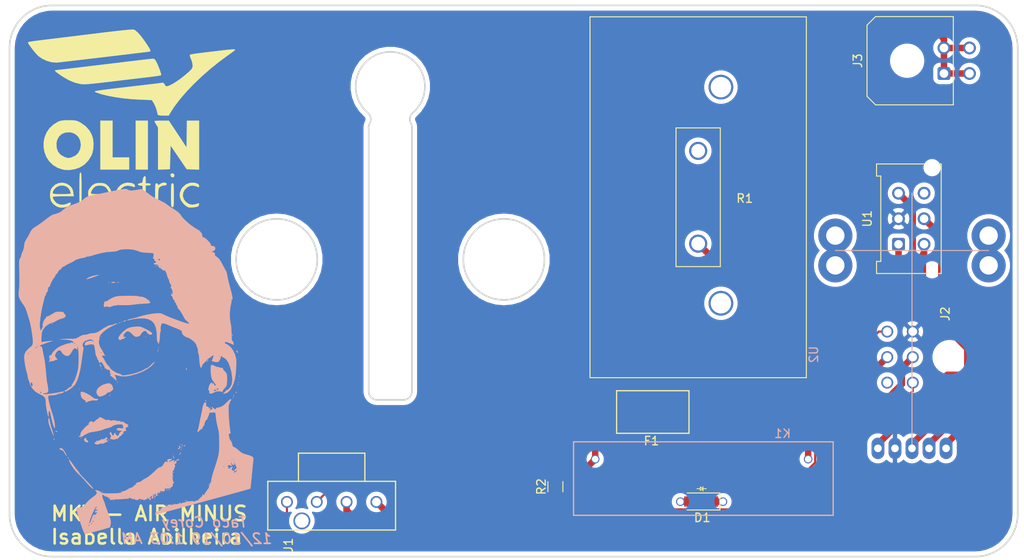
<source format=kicad_pcb>
(kicad_pcb (version 20171130) (host pcbnew 5.1.4-e60b266~84~ubuntu18.04.1)

  (general
    (thickness 1.6)
    (drawings 26)
    (tracks 86)
    (zones 0)
    (modules 12)
    (nets 23)
  )

  (page A4)
  (layers
    (0 F.Cu signal)
    (31 B.Cu signal)
    (32 B.Adhes user)
    (33 F.Adhes user)
    (34 B.Paste user)
    (35 F.Paste user)
    (36 B.SilkS user)
    (37 F.SilkS user)
    (38 B.Mask user)
    (39 F.Mask user)
    (40 Dwgs.User user)
    (41 Cmts.User user)
    (42 Eco1.User user)
    (43 Eco2.User user)
    (44 Edge.Cuts user)
    (45 Margin user)
    (46 B.CrtYd user)
    (47 F.CrtYd user)
    (48 B.Fab user)
    (49 F.Fab user)
  )

  (setup
    (last_trace_width 0.762)
    (user_trace_width 0.762)
    (trace_clearance 0.2)
    (zone_clearance 0.508)
    (zone_45_only no)
    (trace_min 0.2)
    (via_size 0.8)
    (via_drill 0.4)
    (via_min_size 0.4)
    (via_min_drill 0.3)
    (uvia_size 0.3)
    (uvia_drill 0.1)
    (uvias_allowed no)
    (uvia_min_size 0.2)
    (uvia_min_drill 0.1)
    (edge_width 0.05)
    (segment_width 0.2)
    (pcb_text_width 0.3)
    (pcb_text_size 1.5 1.5)
    (mod_edge_width 0.12)
    (mod_text_size 1 1)
    (mod_text_width 0.15)
    (pad_size 3 3)
    (pad_drill 3)
    (pad_to_mask_clearance 0.051)
    (solder_mask_min_width 0.25)
    (aux_axis_origin 0 0)
    (visible_elements FFFFFF7F)
    (pcbplotparams
      (layerselection 0x010fc_ffffffff)
      (usegerberextensions false)
      (usegerberattributes false)
      (usegerberadvancedattributes false)
      (creategerberjobfile false)
      (excludeedgelayer true)
      (linewidth 0.100000)
      (plotframeref false)
      (viasonmask false)
      (mode 1)
      (useauxorigin false)
      (hpglpennumber 1)
      (hpglpenspeed 20)
      (hpglpendiameter 15.000000)
      (psnegative false)
      (psa4output false)
      (plotreference true)
      (plotvalue true)
      (plotinvisibletext false)
      (padsonsilk false)
      (subtractmaskfromsilk false)
      (outputformat 1)
      (mirror false)
      (drillshape 1)
      (scaleselection 1)
      (outputdirectory ""))
  )

  (net 0 "")
  (net 1 /Precharge+)
  (net 2 /Precharge-)
  (net 3 /TS-)
  (net 4 /AUX-)
  (net 5 /AUX+)
  (net 6 /Coil+)
  (net 7 /Coil-)
  (net 8 /TS_Fused-)
  (net 9 "Net-(K1-Pad2)")
  (net 10 "Net-(R1-Pad1)")
  (net 11 /TSMP_)
  (net 12 /UC+)
  (net 13 /GND)
  (net 14 /Vout)
  (net 15 /Vref)
  (net 16 /OCD)
  (net 17 "Net-(U1-Pad6)")
  (net 18 "Net-(J2-Pad6)")
  (net 19 "Net-(U2-Pad12)")
  (net 20 "Net-(U2-Pad11)")
  (net 21 "Net-(U2-Pad8)")
  (net 22 "Net-(U2-Pad7)")

  (net_class Default "This is the default net class."
    (clearance 0.2)
    (trace_width 0.25)
    (via_dia 0.8)
    (via_drill 0.4)
    (uvia_dia 0.3)
    (uvia_drill 0.1)
    (add_net /AUX+)
    (add_net /AUX-)
    (add_net /Coil+)
    (add_net /Coil-)
    (add_net /GND)
    (add_net /OCD)
    (add_net /Precharge+)
    (add_net /Precharge-)
    (add_net /TS-)
    (add_net /TSMP_)
    (add_net /TS_Fused-)
    (add_net /UC+)
    (add_net /Vout)
    (add_net /Vref)
    (add_net "Net-(J2-Pad6)")
    (add_net "Net-(K1-Pad2)")
    (add_net "Net-(R1-Pad1)")
    (add_net "Net-(U1-Pad6)")
    (add_net "Net-(U2-Pad11)")
    (add_net "Net-(U2-Pad12)")
    (add_net "Net-(U2-Pad7)")
    (add_net "Net-(U2-Pad8)")
  )

  (module footprints:TacoCorey (layer B.Cu) (tedit 0) (tstamp 5E13D3B5)
    (at 46.8884 158.2928 180)
    (fp_text reference G*** (at 0 0) (layer B.SilkS) hide
      (effects (font (size 1.524 1.524) (thickness 0.3)) (justify mirror))
    )
    (fp_text value LOGO (at 0.75 0) (layer B.SilkS) hide
      (effects (font (size 1.524 1.524) (thickness 0.3)) (justify mirror))
    )
    (fp_poly (pts (xy -12.869333 -13.419666) (xy -12.911667 -13.462) (xy -12.954 -13.419666) (xy -12.911667 -13.377333)
      (xy -12.869333 -13.419666)) (layer B.SilkS) (width 0.01))
    (fp_poly (pts (xy -12.784667 -13.673666) (xy -12.827 -13.716) (xy -12.869333 -13.673666) (xy -12.827 -13.631333)
      (xy -12.784667 -13.673666)) (layer B.SilkS) (width 0.01))
    (fp_poly (pts (xy -3.668889 10.216445) (xy -3.658756 10.115965) (xy -3.668889 10.103556) (xy -3.719223 10.115178)
      (xy -3.725333 10.16) (xy -3.694355 10.229691) (xy -3.668889 10.216445)) (layer B.SilkS) (width 0.01))
    (fp_poly (pts (xy 3.350083 9.110302) (xy 3.689497 9.043019) (xy 4.05036 8.918549) (xy 4.188194 8.853482)
      (xy 4.400154 8.729347) (xy 4.462044 8.664607) (xy 4.382109 8.658577) (xy 4.168596 8.710577)
      (xy 3.829754 8.819923) (xy 3.598333 8.902295) (xy 2.921 9.14964) (xy 3.350083 9.110302)) (layer B.SilkS) (width 0.01))
    (fp_poly (pts (xy 1.862667 8.255) (xy 1.820333 8.212667) (xy 1.778 8.255) (xy 1.820333 8.297334)
      (xy 1.862667 8.255)) (layer B.SilkS) (width 0.01))
    (fp_poly (pts (xy 1.453039 8.302732) (xy 1.557546 8.252791) (xy 1.529153 8.228847) (xy 1.350885 8.220994)
      (xy 1.312333 8.220608) (xy 1.111338 8.227749) (xy 1.06229 8.258254) (xy 1.114372 8.29994)
      (xy 1.331449 8.335477) (xy 1.453039 8.302732)) (layer B.SilkS) (width 0.01))
    (fp_poly (pts (xy 0.867833 8.26874) (xy 0.878469 8.237838) (xy 0.762 8.226036) (xy 0.641804 8.239341)
      (xy 0.656167 8.26874) (xy 0.829509 8.279923) (xy 0.867833 8.26874)) (layer B.SilkS) (width 0.01))
    (fp_poly (pts (xy -5.418667 7.069667) (xy -5.461 7.027334) (xy -5.503333 7.069667) (xy -5.461 7.112)
      (xy -5.418667 7.069667)) (layer B.SilkS) (width 0.01))
    (fp_poly (pts (xy -0.280854 6.69533) (xy 0.218246 6.685123) (xy 0.584481 6.668281) (xy 0.85431 6.640057)
      (xy 1.064191 6.595706) (xy 1.250581 6.530478) (xy 1.36173 6.481471) (xy 1.633522 6.342499)
      (xy 1.862045 6.203287) (xy 1.947539 6.138147) (xy 2.11118 6.04213) (xy 2.226402 6.035327)
      (xy 2.330149 6.023268) (xy 2.345927 5.982095) (xy 2.369252 5.830763) (xy 2.40867 5.662976)
      (xy 2.423707 5.476954) (xy 2.337343 5.391507) (xy 2.197921 5.389754) (xy 2.155861 5.423746)
      (xy 2.052521 5.462339) (xy 2.004983 5.443596) (xy 1.842861 5.376141) (xy 1.658577 5.392679)
      (xy 1.446967 5.469817) (xy 1.159668 5.552588) (xy 0.860267 5.587635) (xy 0.720214 5.588547)
      (xy 0.762 5.630334) (xy 0.719667 5.672667) (xy 0.677333 5.630334) (xy 0.719113 5.588554)
      (xy 0.60215 5.589315) (xy 0.392808 5.591446) (xy 0.381 5.591616) (xy 0.191964 5.592731)
      (xy -0.076191 5.59246) (xy -0.169333 5.592039) (xy -0.485482 5.600823) (xy -0.789138 5.625236)
      (xy -0.846667 5.632656) (xy -1.504403 5.711884) (xy -2.179383 5.76655) (xy -2.561167 5.783888)
      (xy -2.755028 5.799667) (xy -1.862667 5.799667) (xy -1.820333 5.757334) (xy -1.778 5.799667)
      (xy -1.820333 5.842) (xy -1.862667 5.799667) (xy -2.755028 5.799667) (xy -2.869805 5.809009)
      (xy -3.019155 5.869489) (xy -3.017364 5.9754) (xy -2.872579 6.136817) (xy -2.8575 6.150278)
      (xy -2.464136 6.440776) (xy -2.114698 6.575236) (xy -1.970673 6.586117) (xy -1.751397 6.602249)
      (xy -1.609093 6.64607) (xy -1.48899 6.668912) (xy -1.233115 6.685866) (xy -0.874967 6.69569)
      (xy -0.448043 6.697142) (xy -0.280854 6.69533)) (layer B.SilkS) (width 0.01))
    (fp_poly (pts (xy 0.011408 3.762773) (xy 0.084667 3.725334) (xy 0.151163 3.661842) (xy 0.089607 3.653825)
      (xy -0.068067 3.701285) (xy -0.127 3.725334) (xy -0.222425 3.783078) (xy -0.169333 3.802753)
      (xy 0.011408 3.762773)) (layer B.SilkS) (width 0.01))
    (fp_poly (pts (xy 0.423333 3.598334) (xy 0.381 3.556) (xy 0.338667 3.598334) (xy 0.381 3.640667)
      (xy 0.423333 3.598334)) (layer B.SilkS) (width 0.01))
    (fp_poly (pts (xy 0.649111 3.527778) (xy 0.637489 3.477444) (xy 0.592667 3.471334) (xy 0.522976 3.502312)
      (xy 0.536222 3.527778) (xy 0.636702 3.537911) (xy 0.649111 3.527778)) (layer B.SilkS) (width 0.01))
    (fp_poly (pts (xy 8.523111 3.443112) (xy 8.511489 3.392777) (xy 8.466667 3.386667) (xy 8.396976 3.417645)
      (xy 8.410222 3.443112) (xy 8.510702 3.453245) (xy 8.523111 3.443112)) (layer B.SilkS) (width 0.01))
    (fp_poly (pts (xy -12.642163 2.132542) (xy -12.63207 2.000218) (xy -12.648847 1.970264) (xy -12.687329 1.995515)
      (xy -12.693316 2.081389) (xy -12.672639 2.171732) (xy -12.642163 2.132542)) (layer B.SilkS) (width 0.01))
    (fp_poly (pts (xy 2.794 1.905) (xy 2.751667 1.862667) (xy 2.709333 1.905) (xy 2.751667 1.947334)
      (xy 2.794 1.905)) (layer B.SilkS) (width 0.01))
    (fp_poly (pts (xy -2.455333 1.905) (xy -2.497667 1.862667) (xy -2.54 1.905) (xy -2.497667 1.947334)
      (xy -2.455333 1.905)) (layer B.SilkS) (width 0.01))
    (fp_poly (pts (xy -0.965915 3.040431) (xy -0.565987 2.948139) (xy -0.230707 2.786663) (xy 0.091105 2.535408)
      (xy 0.242325 2.390406) (xy 0.536819 2.06269) (xy 0.686219 1.810878) (xy 0.6932 1.62818)
      (xy 0.58503 1.519913) (xy 0.451202 1.476907) (xy 0.423333 1.521022) (xy 0.353222 1.59457)
      (xy 0.270182 1.608667) (xy 0.084572 1.659266) (xy -0.047318 1.737975) (xy -0.15902 1.832365)
      (xy -0.137371 1.85425) (xy -0.051951 1.843808) (xy 0.08944 1.874318) (xy 0.122794 1.999836)
      (xy 0.048325 2.185156) (xy -0.0548 2.317782) (xy -0.23078 2.478578) (xy -0.3905 2.535661)
      (xy -0.565983 2.481274) (xy -0.789252 2.307657) (xy -1.016962 2.084696) (xy -1.200237 1.926032)
      (xy -1.369312 1.876705) (xy -1.554196 1.897137) (xy -1.787688 1.981666) (xy -1.901683 2.106217)
      (xy -2.007659 2.293583) (xy -2.175303 2.463975) (xy -2.351371 2.572328) (xy -2.465126 2.583105)
      (xy -2.592013 2.474023) (xy -2.668788 2.347878) (xy -2.800741 2.201565) (xy -2.99473 2.124698)
      (xy -3.175962 2.14076) (xy -3.223573 2.173707) (xy -3.262166 2.26047) (xy -3.200723 2.364021)
      (xy -3.022839 2.498679) (xy -2.712109 2.678763) (xy -2.54 2.770364) (xy -2.186743 2.944564)
      (xy -1.919941 3.043378) (xy -1.683835 3.083338) (xy -1.481667 3.084133) (xy -0.965915 3.040431)) (layer B.SilkS) (width 0.01))
    (fp_poly (pts (xy -3.979333 0.550334) (xy -4.021667 0.508) (xy -4.064 0.550334) (xy -4.021667 0.592667)
      (xy -3.979333 0.550334)) (layer B.SilkS) (width 0.01))
    (fp_poly (pts (xy -3.92326 0.359834) (xy -3.912078 0.186492) (xy -3.92326 0.148167) (xy -3.954163 0.137531)
      (xy -3.965965 0.254) (xy -3.95266 0.374196) (xy -3.92326 0.359834)) (layer B.SilkS) (width 0.01))
    (fp_poly (pts (xy -13.145626 0.208088) (xy -13.210809 0.076368) (xy -13.294188 0.000934) (xy -13.302443 0)
      (xy -13.323988 0.058652) (xy -13.275423 0.165483) (xy -13.185929 0.283638) (xy -13.145712 0.304602)
      (xy -13.145626 0.208088)) (layer B.SilkS) (width 0.01))
    (fp_poly (pts (xy -9.857963 -0.78577) (xy -9.772335 -0.865817) (xy -9.671417 -0.989684) (xy -9.660245 -1.052466)
      (xy -9.727233 -1.020873) (xy -9.812834 -0.906316) (xy -9.885134 -0.779267) (xy -9.857963 -0.78577)) (layer B.SilkS) (width 0.01))
    (fp_poly (pts (xy 2.929365 -1.406935) (xy 2.878667 -1.481666) (xy 2.753383 -1.588269) (xy 2.692919 -1.608666)
      (xy 2.677906 -1.561107) (xy 2.739571 -1.481666) (xy 2.867276 -1.378531) (xy 2.925319 -1.354666)
      (xy 2.929365 -1.406935)) (layer B.SilkS) (width 0.01))
    (fp_poly (pts (xy 2.794 -1.735666) (xy 2.751667 -1.778) (xy 2.709333 -1.735666) (xy 2.751667 -1.693333)
      (xy 2.794 -1.735666)) (layer B.SilkS) (width 0.01))
    (fp_poly (pts (xy 2.709333 -1.905) (xy 2.667 -1.947333) (xy 2.624667 -1.905) (xy 2.667 -1.862666)
      (xy 2.709333 -1.905)) (layer B.SilkS) (width 0.01))
    (fp_poly (pts (xy -7.233801 -1.854984) (xy -7.224889 -1.908724) (xy -7.243358 -2.023761) (xy -7.304658 -1.977041)
      (xy -7.320051 -1.953183) (xy -7.315788 -1.846445) (xy -7.296826 -1.829908) (xy -7.233801 -1.854984)) (layer B.SilkS) (width 0.01))
    (fp_poly (pts (xy -13.462 -2.751666) (xy -13.504333 -2.794) (xy -13.546667 -2.751666) (xy -13.504333 -2.709333)
      (xy -13.462 -2.751666)) (layer B.SilkS) (width 0.01))
    (fp_poly (pts (xy 0.818444 -3.414888) (xy 0.828577 -3.515368) (xy 0.818444 -3.527777) (xy 0.76811 -3.516155)
      (xy 0.762 -3.471333) (xy 0.792978 -3.401643) (xy 0.818444 -3.414888)) (layer B.SilkS) (width 0.01))
    (fp_poly (pts (xy -13.377333 -3.513666) (xy -13.419667 -3.556) (xy -13.462 -3.513666) (xy -13.419667 -3.471333)
      (xy -13.377333 -3.513666)) (layer B.SilkS) (width 0.01))
    (fp_poly (pts (xy -13.292667 -3.767666) (xy -13.335 -3.81) (xy -13.377333 -3.767666) (xy -13.335 -3.725333)
      (xy -13.292667 -3.767666)) (layer B.SilkS) (width 0.01))
    (fp_poly (pts (xy 5.334 -4.275666) (xy 5.291667 -4.318) (xy 5.249333 -4.275666) (xy 5.291667 -4.233333)
      (xy 5.334 -4.275666)) (layer B.SilkS) (width 0.01))
    (fp_poly (pts (xy 0.952177 3.449849) (xy 1.209086 3.358517) (xy 1.271799 3.333735) (xy 1.490433 3.259826)
      (xy 1.636849 3.235418) (xy 1.662492 3.242937) (xy 1.760591 3.231827) (xy 1.964613 3.142524)
      (xy 2.241158 2.993079) (xy 2.556827 2.801542) (xy 2.87822 2.585964) (xy 2.878667 2.585648)
      (xy 3.203214 2.396012) (xy 3.519101 2.313155) (xy 3.664166 2.302725) (xy 3.941977 2.276981)
      (xy 4.169263 2.227593) (xy 4.2301 2.203064) (xy 4.435633 2.138382) (xy 4.641422 2.116667)
      (xy 4.870717 2.088387) (xy 5.121753 1.990294) (xy 5.44302 1.802512) (xy 5.503333 1.763371)
      (xy 5.716636 1.676092) (xy 6.028961 1.642652) (xy 6.265333 1.645165) (xy 6.63994 1.646271)
      (xy 7.022192 1.627431) (xy 7.239 1.60465) (xy 7.662333 1.543642) (xy 7.10501 1.544428)
      (xy 6.707169 1.523941) (xy 6.369013 1.467291) (xy 6.120707 1.383463) (xy 5.992411 1.281439)
      (xy 5.986952 1.211414) (xy 6.054101 1.141412) (xy 6.148221 1.19354) (xy 6.243919 1.245965)
      (xy 6.265333 1.18159) (xy 6.293679 1.111441) (xy 6.315028 1.12214) (xy 6.42554 1.130356)
      (xy 6.648503 1.083605) (xy 6.941365 0.995095) (xy 7.261575 0.878035) (xy 7.56658 0.745634)
      (xy 7.6326 0.71314) (xy 7.897738 0.544532) (xy 8.159353 0.322331) (xy 8.379515 0.085718)
      (xy 8.520297 -0.126126) (xy 8.551333 -0.235954) (xy 8.602525 -0.304532) (xy 8.645466 -0.290483)
      (xy 8.75767 -0.285874) (xy 8.822149 -0.399455) (xy 8.818962 -0.58238) (xy 8.796057 -0.659397)
      (xy 8.766384 -0.882253) (xy 8.82468 -0.997826) (xy 8.88505 -1.083448) (xy 8.827546 -1.071091)
      (xy 8.747967 -1.030165) (xy 8.55683 -0.971468) (xy 8.439031 -0.979742) (xy 8.299548 -0.973965)
      (xy 8.258567 -0.937105) (xy 8.135813 -0.861032) (xy 8.038336 -0.846666) (xy 7.895974 -0.809844)
      (xy 7.905357 -0.702674) (xy 7.982026 -0.616935) (xy 8.564981 -0.616935) (xy 8.585582 -0.664251)
      (xy 8.670832 -0.755145) (xy 8.719842 -0.736499) (xy 8.720667 -0.724663) (xy 8.66053 -0.65305)
      (xy 8.622918 -0.626915) (xy 8.564981 -0.616935) (xy 7.982026 -0.616935) (xy 8.034159 -0.558635)
      (xy 8.109919 -0.465666) (xy 8.636 -0.465666) (xy 8.678333 -0.508) (xy 8.720667 -0.465666)
      (xy 8.678333 -0.423333) (xy 8.636 -0.465666) (xy 8.109919 -0.465666) (xy 8.137971 -0.431242)
      (xy 8.139728 -0.28345) (xy 8.097659 -0.153355) (xy 7.958734 0.094937) (xy 7.778497 0.254718)
      (xy 7.595693 0.29961) (xy 7.495855 0.25637) (xy 7.362481 0.08785) (xy 7.325168 0.00473)
      (xy 7.222715 -0.132667) (xy 7.032896 -0.275533) (xy 6.998379 -0.295049) (xy 6.749601 -0.385265)
      (xy 6.542792 -0.347302) (xy 6.351995 -0.16805) (xy 6.174529 0.121122) (xy 6.005486 0.401317)
      (xy 5.864482 0.532529) (xy 5.729447 0.527522) (xy 5.619151 0.44239) (xy 5.520908 0.355694)
      (xy 5.498655 0.396403) (xy 5.521521 0.537074) (xy 5.53801 0.691177) (xy 5.49514 0.700767)
      (xy 5.471653 0.679661) (xy 5.436017 0.561657) (xy 5.408643 0.31149) (xy 5.389876 -0.033854)
      (xy 5.380058 -0.437391) (xy 5.379532 -0.862134) (xy 5.388641 -1.271098) (xy 5.407728 -1.627298)
      (xy 5.437136 -1.893749) (xy 5.447288 -1.947333) (xy 5.618058 -2.617178) (xy 5.805942 -3.136214)
      (xy 6.015063 -3.519087) (xy 6.144077 -3.729868) (xy 6.208055 -3.882385) (xy 6.205547 -3.92623)
      (xy 6.22318 -3.972298) (xy 6.278797 -3.979333) (xy 6.419471 -4.037024) (xy 6.590847 -4.17728)
      (xy 6.604 -4.191) (xy 6.770094 -4.335453) (xy 6.906691 -4.402142) (xy 6.915092 -4.402666)
      (xy 7.017946 -4.453531) (xy 7.027333 -4.487333) (xy 6.975568 -4.563394) (xy 6.816322 -4.527154)
      (xy 6.543665 -4.376596) (xy 6.373698 -4.265122) (xy 6.169928 -4.106333) (xy 6.35 -4.106333)
      (xy 6.392333 -4.148666) (xy 6.434667 -4.106333) (xy 6.392333 -4.064) (xy 6.35 -4.106333)
      (xy 6.169928 -4.106333) (xy 6.102858 -4.054069) (xy 5.89644 -3.852333) (xy 6.011333 -3.852333)
      (xy 6.053667 -3.894666) (xy 6.096 -3.852333) (xy 6.053667 -3.81) (xy 6.011333 -3.852333)
      (xy 5.89644 -3.852333) (xy 5.867491 -3.824041) (xy 5.754972 -3.67918) (xy 5.541827 -3.243758)
      (xy 5.348519 -2.67092) (xy 5.183815 -1.992221) (xy 5.056484 -1.239216) (xy 5.038513 -1.100666)
      (xy 4.981097 -0.660014) (xy 4.922386 -0.248459) (xy 4.869368 0.087199) (xy 4.829914 0.296334)
      (xy 4.794681 0.536346) (xy 4.821087 0.657009) (xy 4.831521 0.663223) (xy 4.88843 0.758672)
      (xy 4.904732 0.889) (xy 5.588 0.889) (xy 5.630333 0.846667) (xy 5.672667 0.889)
      (xy 5.630333 0.931334) (xy 5.588 0.889) (xy 4.904732 0.889) (xy 4.910667 0.936438)
      (xy 4.883329 1.021513) (xy 5.778092 1.021513) (xy 5.789673 1.016) (xy 5.866938 1.075604)
      (xy 5.884333 1.100667) (xy 5.905908 1.179821) (xy 5.894327 1.185334) (xy 5.817061 1.12573)
      (xy 5.799667 1.100667) (xy 5.778092 1.021513) (xy 4.883329 1.021513) (xy 4.834653 1.172984)
      (xy 4.640568 1.368319) (xy 4.385917 1.469725) (xy 4.217965 1.524565) (xy 4.190517 1.539761)
      (xy 4.027758 1.573612) (xy 3.83472 1.535798) (xy 3.683853 1.449274) (xy 3.641963 1.365964)
      (xy 3.658249 1.277757) (xy 3.717358 1.344662) (xy 3.827877 1.417752) (xy 4.042145 1.413415)
      (xy 4.118228 1.400586) (xy 4.433128 1.3127) (xy 4.604491 1.184404) (xy 4.656664 0.997392)
      (xy 4.656667 0.995759) (xy 4.624856 0.876116) (xy 4.499456 0.873356) (xy 4.466167 0.882421)
      (xy 4.043511 0.980009) (xy 3.746504 0.991505) (xy 3.608782 0.940006) (xy 3.538152 0.803103)
      (xy 3.474998 0.537416) (xy 3.431509 0.209378) (xy 3.39365 -0.09328) (xy 3.347561 -0.317064)
      (xy 3.302172 -0.420643) (xy 3.294776 -0.423333) (xy 3.23052 -0.49384) (xy 3.217333 -0.582299)
      (xy 3.155845 -0.767959) (xy 3.08648 -0.849864) (xy 2.997609 -0.988667) (xy 2.999156 -1.071898)
      (xy 2.9739 -1.170916) (xy 2.918343 -1.185333) (xy 2.807438 -1.135514) (xy 2.794 -1.094619)
      (xy 2.746829 -1.071369) (xy 2.667 -1.130904) (xy 2.563995 -1.256595) (xy 2.54 -1.312333)
      (xy 2.486967 -1.408924) (xy 2.408131 -1.498631) (xy 2.320391 -1.651329) (xy 2.320807 -1.746583)
      (xy 2.296231 -1.842356) (xy 2.193679 -1.862666) (xy 2.076312 -1.892971) (xy 2.069754 -1.939923)
      (xy 2.036311 -1.989138) (xy 1.905417 -1.993899) (xy 1.761843 -1.997777) (xy 1.703477 -2.083843)
      (xy 1.693333 -2.260306) (xy 1.675216 -2.453251) (xy 1.615067 -2.498751) (xy 1.5875 -2.48641)
      (xy 1.536408 -2.475223) (xy 1.597867 -2.56608) (xy 1.657128 -2.676833) (xy 1.630877 -2.709333)
      (xy 1.525645 -2.763223) (xy 1.349947 -2.900593) (xy 1.239263 -3.000214) (xy 0.930839 -3.291094)
      (xy 0.977895 -3.02138) (xy 1.032965 -2.826974) (xy 1.102038 -2.724794) (xy 1.105669 -2.723268)
      (xy 1.152794 -2.646436) (xy 1.144492 -2.62708) (xy 1.046634 -2.609914) (xy 0.853782 -2.650024)
      (xy 0.784131 -2.672929) (xy 0.353325 -2.770738) (xy -0.143762 -2.774137) (xy -0.726551 -2.680713)
      (xy -1.41446 -2.488052) (xy -1.814044 -2.350075) (xy -2.278038 -2.143163) (xy -2.74025 -1.871278)
      (xy -3.140574 -1.572833) (xy -3.354562 -1.365553) (xy -3.512757 -1.169345) (xy -3.553993 -1.08107)
      (xy -3.490684 -1.099405) (xy -3.335244 -1.223031) (xy -3.16386 -1.385859) (xy -2.952202 -1.586802)
      (xy -2.782775 -1.728225) (xy -2.696378 -1.778) (xy -2.584194 -1.820138) (xy -2.391143 -1.926109)
      (xy -2.305352 -1.979049) (xy -1.927428 -2.170922) (xy -1.430712 -2.351621) (xy -0.865678 -2.505195)
      (xy -0.297378 -2.613557) (xy 0.023326 -2.654928) (xy 0.216622 -2.660195) (xy 0.320976 -2.627299)
      (xy 0.362996 -2.578184) (xy 0.495646 -2.47759) (xy 0.61804 -2.452333) (xy 0.806739 -2.405005)
      (xy 0.967365 -2.328333) (xy 1.524 -2.328333) (xy 1.566333 -2.370666) (xy 1.608667 -2.328333)
      (xy 1.566333 -2.286) (xy 1.524 -2.328333) (xy 0.967365 -2.328333) (xy 1.052399 -2.287744)
      (xy 1.308754 -2.130636) (xy 1.529536 -1.963768) (xy 1.668477 -1.817226) (xy 1.693333 -1.753096)
      (xy 1.753591 -1.65039) (xy 1.894789 -1.516905) (xy 2.05362 -1.342964) (xy 2.217188 -1.090867)
      (xy 2.27309 -0.982218) (xy 2.393543 -0.751203) (xy 2.414248 -0.719666) (xy 3.048 -0.719666)
      (xy 3.090333 -0.762) (xy 3.132667 -0.719666) (xy 3.090333 -0.677333) (xy 3.048 -0.719666)
      (xy 2.414248 -0.719666) (xy 2.499643 -0.589596) (xy 2.537301 -0.552001) (xy 2.628678 -0.435676)
      (xy 2.591857 -0.334245) (xy 2.452429 -0.31494) (xy 2.447534 -0.316174) (xy 2.270402 -0.362495)
      (xy 2.414951 -0.079154) (xy 2.645425 -0.079154) (xy 2.657006 -0.084666) (xy 2.734272 -0.025063)
      (xy 2.751667 0) (xy 2.773241 0.079155) (xy 2.76166 0.084667) (xy 2.684395 0.025064)
      (xy 2.667 0) (xy 2.645425 -0.079154) (xy 2.414951 -0.079154) (xy 2.458728 0.006655)
      (xy 2.607223 0.278504) (xy 2.756458 0.52274) (xy 2.802687 0.590069) (xy 2.902665 0.78815)
      (xy 2.973213 1.03635) (xy 3.004221 1.275393) (xy 2.985576 1.446003) (xy 2.955588 1.486454)
      (xy 2.91828 1.590537) (xy 2.930824 1.64607) (xy 2.926925 1.860088) (xy 2.786823 2.119259)
      (xy 2.530771 2.403967) (xy 2.179025 2.694596) (xy 1.751837 2.971531) (xy 1.346217 3.180738)
      (xy 1.041409 3.328885) (xy 0.871815 3.427885) (xy 0.840912 3.470589) (xy 0.952177 3.449849)) (layer B.SilkS) (width 0.01))
    (fp_poly (pts (xy -13.136415 -4.606248) (xy -13.045522 -4.691498) (xy -13.064167 -4.740509) (xy -13.076003 -4.741333)
      (xy -13.147616 -4.681196) (xy -13.173752 -4.643584) (xy -13.183731 -4.585647) (xy -13.136415 -4.606248)) (layer B.SilkS) (width 0.01))
    (fp_poly (pts (xy -10.205203 -1.451081) (xy -10.171906 -1.50592) (xy -10.137245 -1.668831) (xy -10.124946 -1.940669)
      (xy -10.133979 -2.262655) (xy -10.163312 -2.576007) (xy -10.193765 -2.751666) (xy -10.228704 -2.93774)
      (xy -10.238189 -3.015191) (xy -10.291284 -3.132776) (xy -10.418595 -3.323873) (xy -10.498667 -3.429)
      (xy -10.684628 -3.684843) (xy -10.745694 -3.827577) (xy -10.682152 -3.858121) (xy -10.628344 -3.841644)
      (xy -10.528575 -3.753514) (xy -10.522511 -3.706718) (xy -10.473549 -3.604769) (xy -10.423382 -3.576766)
      (xy -10.348613 -3.579139) (xy -10.372963 -3.642764) (xy -10.393414 -3.711678) (xy -10.341034 -3.690231)
      (xy -10.279381 -3.588906) (xy -10.290616 -3.550149) (xy -10.318837 -3.468688) (xy -10.261197 -3.480959)
      (xy -10.155636 -3.565165) (xy -10.046777 -3.690217) (xy -9.957864 -3.860499) (xy -9.893423 -4.068355)
      (xy -9.861068 -4.265445) (xy -9.868412 -4.403435) (xy -9.923069 -4.433986) (xy -9.93026 -4.430006)
      (xy -9.982292 -4.454738) (xy -9.974373 -4.591166) (xy -9.969298 -4.749762) (xy -10.065392 -4.802245)
      (xy -10.127702 -4.804833) (xy -10.348171 -4.756204) (xy -10.507823 -4.67459) (xy -10.731081 -4.576199)
      (xy -11.006783 -4.527567) (xy -11.262206 -4.535413) (xy -11.408833 -4.591331) (xy -11.496607 -4.623527)
      (xy -11.514667 -4.546546) (xy -11.571009 -4.409655) (xy -11.576279 -4.402666) (xy -10.837333 -4.402666)
      (xy -10.76431 -4.463693) (xy -10.6045 -4.486036) (xy -10.456687 -4.473394) (xy -10.461156 -4.429599)
      (xy -10.498667 -4.402666) (xy -10.677501 -4.327602) (xy -10.806548 -4.341636) (xy -10.837333 -4.402666)
      (xy -11.576279 -4.402666) (xy -11.696678 -4.243021) (xy -11.044041 -4.243021) (xy -11.040825 -4.331227)
      (xy -10.951062 -4.366862) (xy -10.896922 -4.326788) (xy -10.844698 -4.218491) (xy -10.858512 -4.183932)
      (xy -10.960961 -4.166747) (xy -11.044041 -4.243021) (xy -11.696678 -4.243021) (xy -11.712412 -4.222159)
      (xy -11.778797 -4.151561) (xy -11.908693 -4.011426) (xy -11.98794 -3.878729) (xy -12.029944 -3.705978)
      (xy -12.048109 -3.445676) (xy -12.053964 -3.176561) (xy -12.053782 -2.811985) (xy -12.034431 -2.573926)
      (xy -11.988294 -2.419963) (xy -11.907749 -2.307673) (xy -11.895667 -2.295243) (xy -11.676522 -2.061721)
      (xy -11.573537 -1.914902) (xy -11.572267 -1.833719) (xy -11.576201 -1.829355) (xy -11.548049 -1.785601)
      (xy -11.444111 -1.767416) (xy -11.237463 -1.74971) (xy -11.112571 -1.713617) (xy -11.014752 -1.657788)
      (xy -10.935635 -1.627291) (xy -10.952522 -1.674222) (xy -10.919543 -1.690847) (xy -10.774387 -1.636027)
      (xy -10.628264 -1.563391) (xy -10.400856 -1.448879) (xy -10.2749 -1.413339) (xy -10.205203 -1.451081)) (layer B.SilkS) (width 0.01))
    (fp_poly (pts (xy 1.680251 -4.944915) (xy 1.770432 -5.023619) (xy 1.778 -5.042663) (xy 1.737819 -5.077462)
      (xy 1.654163 -4.999486) (xy 1.642915 -4.982251) (xy 1.632936 -4.924314) (xy 1.680251 -4.944915)) (layer B.SilkS) (width 0.01))
    (fp_poly (pts (xy 2.014064 -3.606418) (xy 2.456159 -3.732282) (xy 2.821501 -3.924194) (xy 3.093456 -4.1615)
      (xy 3.255392 -4.42355) (xy 3.290675 -4.689691) (xy 3.182675 -4.939271) (xy 3.132667 -4.995333)
      (xy 3.016536 -5.103825) (xy 2.915954 -5.14548) (xy 2.769599 -5.127606) (xy 2.543966 -5.065486)
      (xy 2.300751 -4.960341) (xy 2.112215 -4.820648) (xy 2.105878 -4.81356) (xy 1.980663 -4.689977)
      (xy 1.911412 -4.651105) (xy 1.773085 -4.646228) (xy 1.634091 -4.574816) (xy 1.479836 -4.450582)
      (xy 1.328082 -4.297001) (xy 1.302484 -4.187211) (xy 1.338932 -4.125292) (xy 1.399684 -4.00294)
      (xy 1.38921 -3.957432) (xy 1.407105 -3.87119) (xy 1.518068 -3.731271) (xy 1.520175 -3.729158)
      (xy 1.683752 -3.609632) (xy 1.879379 -3.587524) (xy 2.014064 -3.606418)) (layer B.SilkS) (width 0.01))
    (fp_poly (pts (xy -12.811497 -4.979458) (xy -12.801403 -5.111782) (xy -12.818181 -5.141736) (xy -12.856663 -5.116485)
      (xy -12.862649 -5.030611) (xy -12.841972 -4.940268) (xy -12.811497 -4.979458)) (layer B.SilkS) (width 0.01))
    (fp_poly (pts (xy -12.7 -5.291666) (xy -12.742333 -5.334) (xy -12.784667 -5.291666) (xy -12.742333 -5.249333)
      (xy -12.7 -5.291666)) (layer B.SilkS) (width 0.01))
    (fp_poly (pts (xy -9.508515 -5.632991) (xy -9.556827 -5.695244) (xy -9.628015 -5.748748) (xy -9.610251 -5.663911)
      (xy -9.604223 -5.647848) (xy -9.537151 -5.54417) (xy -9.499018 -5.543426) (xy -9.508515 -5.632991)) (layer B.SilkS) (width 0.01))
    (fp_poly (pts (xy 5.115232 -4.598635) (xy 5.147118 -4.706371) (xy 5.132624 -4.917783) (xy 5.068068 -5.187818)
      (xy 4.921761 -5.391135) (xy 4.654009 -5.581449) (xy 4.633128 -5.593677) (xy 4.532357 -5.696698)
      (xy 4.532292 -5.761581) (xy 4.531062 -5.832338) (xy 4.443689 -5.829388) (xy 4.367446 -5.778557)
      (xy 4.236375 -5.712082) (xy 4.013439 -5.649294) (xy 3.760517 -5.601615) (xy 3.539492 -5.580466)
      (xy 3.412243 -5.597268) (xy 3.407208 -5.601325) (xy 3.293993 -5.612026) (xy 3.170449 -5.548676)
      (xy 3.072416 -5.464269) (xy 3.101558 -5.429572) (xy 3.278695 -5.42142) (xy 3.284876 -5.421359)
      (xy 3.596492 -5.339571) (xy 3.757956 -5.209477) (xy 3.948909 -5.054523) (xy 4.228153 -4.884651)
      (xy 4.429116 -4.783666) (xy 4.995333 -4.783666) (xy 5.037667 -4.826) (xy 5.08 -4.783666)
      (xy 5.037667 -4.741333) (xy 4.995333 -4.783666) (xy 4.429116 -4.783666) (xy 4.53871 -4.728595)
      (xy 4.823606 -4.61509) (xy 5.020341 -4.572827) (xy 5.115232 -4.598635)) (layer B.SilkS) (width 0.01))
    (fp_poly (pts (xy -10.075333 -6.392333) (xy -10.117667 -6.434666) (xy -10.16 -6.392333) (xy -10.117667 -6.35)
      (xy -10.075333 -6.392333)) (layer B.SilkS) (width 0.01))
    (fp_poly (pts (xy 0.025858 19.247068) (xy 0.254289 19.216311) (xy 0.572756 19.160197) (xy 1.002683 19.076159)
      (xy 1.565491 18.961629) (xy 1.92956 18.886744) (xy 2.636463 18.741162) (xy 3.197186 18.624603)
      (xy 3.631299 18.531439) (xy 3.95837 18.456038) (xy 4.197971 18.392772) (xy 4.369669 18.336009)
      (xy 4.493034 18.28012) (xy 4.587636 18.219475) (xy 4.673045 18.148443) (xy 4.75505 18.073862)
      (xy 4.987131 17.887022) (xy 5.254729 17.72629) (xy 5.596988 17.572332) (xy 6.053057 17.405812)
      (xy 6.223 17.348837) (xy 6.702059 17.149251) (xy 7.046277 16.915819) (xy 7.083587 16.879767)
      (xy 7.515086 16.532211) (xy 7.99635 16.33222) (xy 8.192394 16.291755) (xy 8.433674 16.215606)
      (xy 8.726728 16.048201) (xy 9.098654 15.773438) (xy 9.194439 15.696427) (xy 9.548493 15.420546)
      (xy 9.924262 15.14718) (xy 10.259369 14.921096) (xy 10.369991 14.85278) (xy 10.675477 14.653118)
      (xy 10.877642 14.461604) (xy 11.030058 14.222681) (xy 11.084081 14.112186) (xy 11.251492 13.784368)
      (xy 11.443232 13.452469) (xy 11.528581 13.319746) (xy 11.711622 12.967628) (xy 11.768627 12.609786)
      (xy 11.768667 12.598825) (xy 11.813056 12.266304) (xy 11.923064 11.945109) (xy 11.938 11.915887)
      (xy 12.045331 11.681244) (xy 12.103757 11.486624) (xy 12.107333 11.449146) (xy 12.154258 11.269712)
      (xy 12.247238 11.098603) (xy 12.311622 10.974296) (xy 12.349678 10.802178) (xy 12.36496 10.546234)
      (xy 12.361024 10.170452) (xy 12.355634 10.000264) (xy 12.33316 9.225687) (xy 12.325915 8.590774)
      (xy 12.334328 8.066506) (xy 12.358826 7.623861) (xy 12.395946 7.263711) (xy 12.422536 6.8749)
      (xy 12.379633 6.546743) (xy 12.25081 6.227649) (xy 12.019637 5.866027) (xy 11.899197 5.703649)
      (xy 11.712947 5.412476) (xy 11.559255 5.093874) (xy 11.52004 4.983982) (xy 11.436419 4.715766)
      (xy 11.323668 4.361323) (xy 11.205539 3.995292) (xy 11.200344 3.979334) (xy 11.098172 3.606767)
      (xy 10.994534 3.129266) (xy 10.898173 2.599633) (xy 10.817833 2.070673) (xy 10.762258 1.595189)
      (xy 10.74019 1.225985) (xy 10.740144 1.200098) (xy 10.804199 0.915547) (xy 10.912374 0.776765)
      (xy 11.112351 0.611834) (xy 11.239268 0.508) (xy 11.569146 0.158713) (xy 11.739485 -0.228397)
      (xy 11.768652 -0.498251) (xy 11.748209 -0.818531) (xy 11.69432 -1.230025) (xy 11.618116 -1.66929)
      (xy 11.53073 -2.072882) (xy 11.443294 -2.377357) (xy 11.434991 -2.399871) (xy 11.36754 -2.64467)
      (xy 11.345333 -2.832167) (xy 11.305971 -3.049752) (xy 11.218855 -3.271155) (xy 11.12854 -3.488313)
      (xy 11.091855 -3.6611) (xy 11.042786 -3.805335) (xy 10.916428 -4.025621) (xy 10.786484 -4.211434)
      (xy 10.530395 -4.495469) (xy 10.218931 -4.719963) (xy 9.910228 -4.878695) (xy 9.57893 -5.049711)
      (xy 9.375764 -5.219695) (xy 9.27028 -5.436878) (xy 9.232028 -5.749495) (xy 9.228597 -5.958416)
      (xy 9.212605 -6.156666) (xy 9.170903 -6.441858) (xy 9.112796 -6.766805) (xy 9.04759 -7.084317)
      (xy 8.984589 -7.347206) (xy 8.933097 -7.508283) (xy 8.918035 -7.533422) (xy 8.896753 -7.485426)
      (xy 8.894589 -7.313666) (xy 8.902013 -7.186257) (xy 8.896143 -6.932312) (xy 8.843809 -6.828653)
      (xy 8.76899 -6.88053) (xy 8.695669 -7.093194) (xy 8.686331 -7.139031) (xy 8.581343 -7.648689)
      (xy 8.471365 -8.104487) (xy 8.364745 -8.476766) (xy 8.269834 -8.735868) (xy 8.206545 -8.843132)
      (xy 8.159568 -8.841584) (xy 8.146953 -8.701769) (xy 8.167537 -8.409921) (xy 8.168857 -8.396654)
      (xy 8.227049 -8.029173) (xy 8.325394 -7.603318) (xy 8.429028 -7.253654) (xy 8.581884 -6.778832)
      (xy 8.717966 -6.309064) (xy 8.82959 -5.87612) (xy 8.909072 -5.511772) (xy 8.929418 -5.376333)
      (xy 9.059333 -5.376333) (xy 9.101667 -5.418666) (xy 9.144 -5.376333) (xy 9.101667 -5.334)
      (xy 9.059333 -5.376333) (xy 8.929418 -5.376333) (xy 8.948729 -5.247788) (xy 8.944332 -5.12307)
      (xy 8.833798 -5.032652) (xy 8.58212 -4.996505) (xy 8.506091 -4.995333) (xy 8.234898 -4.978074)
      (xy 8.016586 -4.934728) (xy 7.964762 -4.913928) (xy 7.77376 -4.841534) (xy 7.532953 -4.783247)
      (xy 7.268731 -4.72273) (xy 7.14004 -4.650806) (xy 7.112 -4.571407) (xy 7.18121 -4.538453)
      (xy 7.344833 -4.570983) (xy 7.569334 -4.626249) (xy 7.912825 -4.691204) (xy 8.325893 -4.757816)
      (xy 8.759126 -4.818056) (xy 9.122361 -4.859876) (xy 9.353989 -4.865614) (xy 9.506143 -4.836857)
      (xy 9.529525 -4.818678) (xy 9.493027 -4.763509) (xy 9.339497 -4.740036) (xy 9.152565 -4.72611)
      (xy 9.027117 -4.671277) (xy 9.018738 -4.656666) (xy 9.736667 -4.656666) (xy 9.801096 -4.738873)
      (xy 9.821333 -4.741333) (xy 9.90354 -4.676904) (xy 9.906 -4.656666) (xy 9.841571 -4.57446)
      (xy 9.821333 -4.572) (xy 9.739127 -4.636429) (xy 9.736667 -4.656666) (xy 9.018738 -4.656666)
      (xy 8.95893 -4.552376) (xy 8.943784 -4.346247) (xy 8.977455 -4.029727) (xy 9.007504 -3.85693)
      (xy 10.779719 -3.85693) (xy 10.795385 -3.89529) (xy 10.885154 -3.951129) (xy 10.966672 -3.87414)
      (xy 11.006302 -3.698914) (xy 11.006667 -3.678003) (xy 10.979029 -3.521264) (xy 10.927705 -3.471333)
      (xy 10.840344 -3.542048) (xy 10.782317 -3.698452) (xy 10.779719 -3.85693) (xy 9.007504 -3.85693)
      (xy 9.055722 -3.579656) (xy 9.092797 -3.386666) (xy 9.115331 -3.223824) (xy 9.147123 -2.93201)
      (xy 9.184124 -2.551058) (xy 9.222284 -2.120807) (xy 9.226198 -2.074333) (xy 9.26848 -1.625595)
      (xy 9.316335 -1.20691) (xy 9.364025 -0.863828) (xy 9.405807 -0.641898) (xy 9.407586 -0.635)
      (xy 9.471258 -0.360001) (xy 9.538093 -0.024269) (xy 11.189648 -0.024269) (xy 11.210248 -0.071584)
      (xy 11.295499 -0.162478) (xy 11.344509 -0.143832) (xy 11.345333 -0.131996) (xy 11.285196 -0.060384)
      (xy 11.247585 -0.034248) (xy 11.189648 -0.024269) (xy 9.538093 -0.024269) (xy 9.541017 -0.009585)
      (xy 9.565076 0.127) (xy 11.006667 0.127) (xy 11.049 0.084667) (xy 11.091333 0.127)
      (xy 11.049 0.169334) (xy 11.006667 0.127) (xy 9.565076 0.127) (xy 9.583719 0.232834)
      (xy 9.639648 0.525802) (xy 9.69766 0.686901) (xy 9.776048 0.752817) (xy 9.847604 0.762)
      (xy 9.958642 0.787619) (xy 9.9441 0.834725) (xy 9.901655 0.856717) (xy 10.033 0.856717)
      (xy 10.23288 0.682359) (xy 10.408873 0.541126) (xy 10.488656 0.512847) (xy 10.498667 0.540596)
      (xy 10.434535 0.602052) (xy 10.278855 0.706975) (xy 10.265833 0.714955) (xy 10.033 0.856717)
      (xy 9.901655 0.856717) (xy 9.833656 0.891949) (xy 9.607334 0.984913) (xy 9.31033 1.097108)
      (xy 8.987836 1.212025) (xy 8.685047 1.313155) (xy 8.447156 1.383991) (xy 8.424333 1.389868)
      (xy 8.401289 1.405417) (xy 8.509672 1.403546) (xy 8.712836 1.38747) (xy 8.974136 1.360402)
      (xy 9.256927 1.325555) (xy 9.419167 1.302626) (xy 9.736667 1.255116) (xy 9.736667 1.818458)
      (xy 9.704673 2.286951) (xy 9.611457 2.624916) (xy 9.491158 2.794) (xy 9.412056 2.896408)
      (xy 9.355667 2.990173) (xy 9.224585 3.126548) (xy 8.996422 3.286443) (xy 8.732724 3.434115)
      (xy 8.495035 3.533824) (xy 8.381333 3.556) (xy 8.261334 3.598637) (xy 8.063453 3.705818)
      (xy 7.978018 3.758726) (xy 7.696911 3.903533) (xy 7.401959 4.004637) (xy 7.345862 4.01637)
      (xy 7.10521 4.098256) (xy 6.942645 4.227245) (xy 6.883899 4.369475) (xy 6.9547 4.491083)
      (xy 6.975376 4.503956) (xy 7.091983 4.621434) (xy 7.112 4.689096) (xy 7.177675 4.793912)
      (xy 7.217833 4.804719) (xy 7.591668 4.826013) (xy 7.849663 4.823664) (xy 8.044834 4.786738)
      (xy 8.230197 4.7043) (xy 8.458767 4.565418) (xy 8.497196 4.540871) (xy 8.752433 4.391246)
      (xy 8.955719 4.297009) (xy 9.063544 4.278286) (xy 9.064142 4.278639) (xy 9.138725 4.269159)
      (xy 9.144 4.241629) (xy 9.200529 4.126229) (xy 9.323758 3.987793) (xy 9.413101 3.860204)
      (xy 9.499735 3.668826) (xy 9.569732 3.46023) (xy 9.609162 3.280984) (xy 9.604099 3.177658)
      (xy 9.566742 3.175366) (xy 9.557798 3.133568) (xy 9.610739 2.982719) (xy 9.638502 2.919078)
      (xy 9.735347 2.749296) (xy 9.830776 2.640416) (xy 9.894162 2.615042) (xy 9.894879 2.695774)
      (xy 9.879341 2.74135) (xy 9.877162 2.89106) (xy 9.900175 2.93185) (xy 9.932393 3.064885)
      (xy 9.932946 3.332066) (xy 9.905623 3.701959) (xy 9.854213 4.143128) (xy 9.782507 4.62414)
      (xy 9.694292 5.113561) (xy 9.59336 5.579957) (xy 9.568834 5.680312) (xy 9.471371 6.072593)
      (xy 9.391044 6.401905) (xy 9.335767 6.635364) (xy 9.313457 6.740085) (xy 9.313333 6.741873)
      (xy 9.259529 6.748169) (xy 9.236562 6.73588) (xy 9.193294 6.762971) (xy 9.204104 6.857884)
      (xy 9.205524 6.992783) (xy 9.163053 7.027334) (xy 9.085522 7.099568) (xy 9.010873 7.269463)
      (xy 8.964183 7.466807) (xy 8.962374 7.5892) (xy 8.909323 7.698843) (xy 8.849166 7.73471)
      (xy 8.735625 7.845806) (xy 8.720667 7.910672) (xy 8.681227 8.05271) (xy 8.582384 8.272898)
      (xy 8.45335 8.517102) (xy 8.323337 8.731186) (xy 8.221556 8.861017) (xy 8.199814 8.875889)
      (xy 8.133538 8.973224) (xy 8.128 9.019849) (xy 8.063162 9.161776) (xy 8.01247 9.203293)
      (xy 7.898346 9.320563) (xy 7.770779 9.518716) (xy 7.754865 9.548935) (xy 7.646781 9.718468)
      (xy 7.558315 9.787778) (xy 7.544488 9.784658) (xy 7.460716 9.818275) (xy 7.366 9.948334)
      (xy 7.265948 10.084826) (xy 7.190732 10.113999) (xy 7.085175 10.13125) (xy 7.012992 10.185952)
      (xy 6.879808 10.278444) (xy 6.644929 10.407781) (xy 6.39463 10.529352) (xy 6.106478 10.671211)
      (xy 5.864619 10.808088) (xy 5.738463 10.896744) (xy 5.625458 10.976532) (xy 5.588 10.967089)
      (xy 5.53697 10.952095) (xy 5.482167 10.98682) (xy 5.341648 11.046431) (xy 5.098575 11.104931)
      (xy 4.931833 11.132132) (xy 4.683865 11.17946) (xy 4.522512 11.237104) (xy 4.487333 11.273609)
      (xy 4.434353 11.315376) (xy 4.397615 11.299879) (xy 4.283032 11.300944) (xy 4.048457 11.349164)
      (xy 3.733601 11.435415) (xy 3.529782 11.499293) (xy 2.748379 11.716721) (xy 1.984024 11.841732)
      (xy 1.301179 11.887024) (xy 1.019179 11.918547) (xy 0.790451 11.983402) (xy 0.716748 12.025158)
      (xy 0.538201 12.100905) (xy 0.213813 12.147392) (xy -0.161098 12.164839) (xy -0.642812 12.16057)
      (xy -1.034248 12.115737) (xy -1.41228 12.016844) (xy -1.778809 11.880879) (xy -2.011801 11.82015)
      (xy -2.344667 11.77308) (xy -2.707994 11.749296) (xy -2.731309 11.74878) (xy -3.042031 11.737225)
      (xy -3.276163 11.717866) (xy -3.392053 11.694445) (xy -3.397584 11.688959) (xy -3.423038 11.474748)
      (xy -3.409484 11.282868) (xy -3.363137 11.178301) (xy -3.348268 11.173426) (xy -3.335722 11.138389)
      (xy -3.409614 11.083556) (xy -3.51252 10.984407) (xy -3.515934 10.925669) (xy -3.541391 10.840374)
      (xy -3.59882 10.80653) (xy -3.715618 10.71293) (xy -3.677369 10.606586) (xy -3.542209 10.536623)
      (xy -3.418822 10.484455) (xy -3.448459 10.430483) (xy -3.501584 10.398754) (xy -3.69517 10.356194)
      (xy -3.832875 10.37205) (xy -3.952319 10.397212) (xy -3.924187 10.357543) (xy -3.894667 10.336177)
      (xy -3.818428 10.265857) (xy -3.899052 10.246381) (xy -3.924892 10.245964) (xy -4.038864 10.200262)
      (xy -4.033382 10.117667) (xy -4.046915 10.008661) (xy -4.113033 9.990667) (xy -4.252933 9.932552)
      (xy -4.426419 9.790277) (xy -4.449043 9.766637) (xy -4.581627 9.648486) (xy -4.652807 9.633567)
      (xy -4.656667 9.650004) (xy -4.684056 9.731494) (xy -4.753175 9.684463) (xy -4.844449 9.538238)
      (xy -4.938303 9.322143) (xy -4.995973 9.141652) (xy -5.074236 8.890667) (xy -5.147427 8.715231)
      (xy -5.181433 8.667972) (xy -5.237328 8.558598) (xy -5.249333 8.453574) (xy -5.297122 8.268379)
      (xy -5.413282 8.051244) (xy -5.424432 8.035237) (xy -5.516034 7.876314) (xy -5.522 7.792969)
      (xy -5.509099 7.789334) (xy -5.424761 7.73843) (xy -5.459802 7.611533) (xy -5.547345 7.503418)
      (xy -5.611941 7.379381) (xy -5.648669 7.201014) (xy -5.654419 7.026445) (xy -5.626084 6.913804)
      (xy -5.579309 6.905705) (xy -5.504354 6.873454) (xy -5.472919 6.816197) (xy -5.475532 6.718867)
      (xy -5.515964 6.710849) (xy -5.597724 6.655604) (xy -5.640379 6.533991) (xy -5.72083 6.320087)
      (xy -5.800129 6.210443) (xy -5.90487 6.052409) (xy -5.926667 5.962953) (xy -5.982102 5.854344)
      (xy -6.025445 5.842) (xy -6.081827 5.807516) (xy -6.067593 5.785371) (xy -6.073601 5.688684)
      (xy -6.151741 5.573186) (xy -6.239185 5.436764) (xy -6.237969 5.363081) (xy -6.253482 5.27449)
      (xy -6.366038 5.135259) (xy -6.372544 5.12902) (xy -6.470709 5.024687) (xy -6.573571 4.885443)
      (xy -6.699812 4.681346) (xy -6.868115 4.382454) (xy -7.063474 4.021667) (xy -7.180308 3.856217)
      (xy -7.255987 3.786966) (xy -7.417061 3.660304) (xy -7.545118 3.523003) (xy -7.5951 3.425483)
      (xy -7.59005 3.413161) (xy -7.491286 3.418307) (xy -7.265723 3.477424) (xy -6.942935 3.579521)
      (xy -6.552499 3.713601) (xy -6.123989 3.868672) (xy -5.686981 4.033739) (xy -5.27105 4.197808)
      (xy -4.905772 4.349885) (xy -4.620721 4.478976) (xy -4.527321 4.529667) (xy -4.402667 4.529667)
      (xy -4.360333 4.487334) (xy -4.318 4.529667) (xy -4.360333 4.572) (xy -4.402667 4.529667)
      (xy -4.527321 4.529667) (xy -4.445474 4.574087) (xy -4.42347 4.590279) (xy -4.262397 4.639084)
      (xy -3.971446 4.648061) (xy -3.584214 4.621537) (xy -3.134299 4.563838) (xy -2.655299 4.479293)
      (xy -2.18081 4.372228) (xy -1.744429 4.246971) (xy -1.735667 4.244095) (xy -1.399278 4.141985)
      (xy -1.069359 4.055642) (xy -0.889 4.017225) (xy -0.666836 3.96711) (xy -0.476633 3.906508)
      (xy -0.357438 3.851165) (xy -0.348299 3.816831) (xy -0.381559 3.812575) (xy -0.514424 3.832748)
      (xy -0.728493 3.885573) (xy -0.762559 3.895213) (xy -0.997063 3.944877) (xy -1.329327 3.993646)
      (xy -1.688046 4.031079) (xy -1.693333 4.031506) (xy -2.322824 4.038029) (xy -2.829717 3.940539)
      (xy -3.222036 3.730798) (xy -3.507808 3.400566) (xy -3.695056 2.941606) (xy -3.791807 2.345678)
      (xy -3.81 1.8585) (xy -3.821259 1.556071) (xy -3.851403 1.347281) (xy -3.894667 1.27)
      (xy -3.969092 1.199874) (xy -3.9847 1.121834) (xy -4.001099 1.013101) (xy -4.032143 1.04113)
      (xy -4.070982 1.174716) (xy -4.110765 1.38266) (xy -4.144641 1.633757) (xy -4.165758 1.896806)
      (xy -4.168138 1.957287) (xy -4.186319 2.246699) (xy -4.217463 2.455274) (xy -4.254992 2.539805)
      (xy -4.256848 2.54) (xy -4.288586 2.593693) (xy -4.271952 2.630678) (xy -4.249518 2.764347)
      (xy -4.259236 2.993576) (xy -4.272143 3.096345) (xy -4.330497 3.337624) (xy -4.434114 3.455578)
      (xy -4.613668 3.460572) (xy -4.899832 3.362971) (xy -4.971294 3.332598) (xy -5.244232 3.215455)
      (xy -5.489422 3.113462) (xy -5.780976 2.996074) (xy -5.969 2.921387) (xy -6.327284 2.776362)
      (xy -6.555868 2.671326) (xy -6.683623 2.586872) (xy -6.739424 2.503592) (xy -6.752143 2.402077)
      (xy -6.752167 2.39496) (xy -6.827383 2.176066) (xy -7.021154 1.971859) (xy -7.285664 1.828563)
      (xy -7.360447 1.806912) (xy -7.631771 1.699304) (xy -7.918697 1.517573) (xy -8.180423 1.296822)
      (xy -8.376145 1.072153) (xy -8.465062 0.87867) (xy -8.466667 0.855204) (xy -8.504761 0.691651)
      (xy -8.551333 0.635) (xy -8.606441 0.523493) (xy -8.634925 0.31455) (xy -8.636 0.263115)
      (xy -8.650487 0.040122) (xy -8.686252 -0.102859) (xy -8.695437 -0.115881) (xy -8.734628 -0.229553)
      (xy -8.765863 -0.449464) (xy -8.774836 -0.574492) (xy -8.809779 -1.05173) (xy -8.859019 -1.417363)
      (xy -8.918546 -1.65952) (xy -8.98435 -1.766332) (xy -9.052422 -1.725928) (xy -9.109504 -1.565251)
      (xy -9.185137 -1.379744) (xy -9.259432 -1.290085) (xy -9.368493 -1.192338) (xy -9.536644 -1.014428)
      (xy -9.630982 -0.90722) (xy -9.786694 -0.73513) (xy -9.886379 -0.642905) (xy -9.906 -0.63958)
      (xy -9.962458 -0.624581) (xy -10.104146 -0.523958) (xy -10.170632 -0.469713) (xy -10.341232 -0.337365)
      (xy -10.449097 -0.274645) (xy -10.46315 -0.274928) (xy -10.455572 -0.364192) (xy -10.403193 -0.554666)
      (xy -10.375588 -0.638241) (xy -10.260138 -0.973666) (xy -10.569902 -1.062842) (xy -10.774958 -1.103955)
      (xy -10.897322 -1.094702) (xy -10.908065 -1.083481) (xy -10.989721 -1.052116) (xy -11.015673 -1.063899)
      (xy -11.087388 -1.024297) (xy -11.182228 -0.882266) (xy -11.270895 -0.69639) (xy -11.324091 -0.525255)
      (xy -11.324671 -0.446012) (xy -11.365822 -0.383374) (xy -11.387667 -0.381) (xy -11.176 -0.381)
      (xy -11.133667 -0.423333) (xy -11.091333 -0.381) (xy -11.133667 -0.338666) (xy -11.176 -0.381)
      (xy -11.387667 -0.381) (xy -11.455014 -0.424035) (xy -11.452887 -0.43934) (xy -11.506645 -0.505982)
      (xy -11.62222 -0.557285) (xy -11.901006 -0.731352) (xy -12.149261 -1.061456) (xy -12.361015 -1.53609)
      (xy -12.530298 -2.14375) (xy -12.582337 -2.407645) (xy -12.636098 -2.796372) (xy -12.656643 -3.14319)
      (xy -12.64119 -3.381312) (xy -12.599529 -3.590973) (xy -12.575283 -3.716916) (xy -12.573819 -3.725333)
      (xy -12.512865 -3.885119) (xy -12.396243 -4.07294) (xy -12.260388 -4.242124) (xy -12.141733 -4.346002)
      (xy -12.084732 -4.351842) (xy -12.009595 -4.379672) (xy -11.887136 -4.505962) (xy -11.882681 -4.511587)
      (xy -11.727146 -4.674992) (xy -11.597862 -4.764963) (xy -11.585747 -4.793766) (xy -11.71214 -4.801869)
      (xy -11.765054 -4.79975) (xy -12.068828 -4.701775) (xy -12.353486 -4.456316) (xy -12.607791 -4.085038)
      (xy -12.82051 -3.609607) (xy -12.980408 -3.051687) (xy -13.076249 -2.432946) (xy -13.090547 -2.243666)
      (xy -13.113115 -1.855648) (xy -13.136686 -1.456389) (xy -13.152328 -1.19569) (xy -13.123012 -0.707416)
      (xy -12.991098 -0.213293) (xy -12.77672 0.248102) (xy -12.500014 0.63819) (xy -12.181113 0.918394)
      (xy -12.0015 1.009297) (xy -11.82808 1.106239) (xy -11.77244 1.202376) (xy -11.846167 1.262282)
      (xy -11.916833 1.268141) (xy -12.080218 1.233254) (xy -12.321064 1.14729) (xy -12.434079 1.098808)
      (xy -12.652964 1.001068) (xy -12.794809 0.940728) (xy -12.821582 0.931334) (xy -12.823791 1.004185)
      (xy -12.803524 1.179886) (xy -12.802854 1.18447) (xy -12.756092 1.346673) (xy -12.693719 1.392874)
      (xy -12.690517 1.39114) (xy -12.653134 1.389827) (xy -12.625676 1.454445) (xy -12.605823 1.607884)
      (xy -12.591253 1.873034) (xy -12.579646 2.272782) (xy -12.574039 2.54) (xy -12.554237 2.908074)
      (xy -12.514281 3.259505) (xy -12.463585 3.515009) (xy -12.401756 3.866114) (xy -12.376495 4.319667)
      (xy -12.386638 4.81304) (xy -12.431021 5.283604) (xy -12.503259 5.650388) (xy -12.561808 5.915572)
      (xy -12.579555 6.120253) (xy -12.565603 6.192636) (xy -12.554475 6.251738) (xy -12.602252 6.231085)
      (xy -12.67939 6.242364) (xy -12.697094 6.402612) (xy -12.656458 6.702652) (xy -12.558575 7.133309)
      (xy -12.44563 7.545568) (xy -12.326804 7.979872) (xy -12.217124 8.422689) (xy -12.132626 8.807388)
      (xy -12.10248 8.971394) (xy -12.046051 9.266843) (xy -11.986455 9.497697) (xy -11.940875 9.606394)
      (xy -11.871821 9.717218) (xy -11.748105 9.940083) (xy -11.65388 10.117667) (xy -4.318 10.117667)
      (xy -4.275667 10.075334) (xy -4.233333 10.117667) (xy -4.275667 10.16) (xy -4.318 10.117667)
      (xy -11.65388 10.117667) (xy -11.591208 10.235783) (xy -11.510978 10.390989) (xy -11.286162 10.795144)
      (xy -11.168374 10.957774) (xy -4.191824 10.957774) (xy -4.185517 10.913129) (xy -4.078818 10.839012)
      (xy -3.991539 10.897211) (xy -3.979333 10.961677) (xy -4.035518 11.047127) (xy -4.105847 11.037471)
      (xy -4.191824 10.957774) (xy -11.168374 10.957774) (xy -11.088857 11.067561) (xy -10.896628 11.2383)
      (xy -10.863051 11.259252) (xy -10.668758 11.402125) (xy -10.612327 11.533249) (xy -10.622684 11.589936)
      (xy -10.62 11.718515) (xy -10.485885 11.797671) (xy -10.437753 11.811612) (xy -10.202333 11.874211)
      (xy -10.435167 11.955495) (xy -10.614956 12.08112) (xy -10.676224 12.253811) (xy -10.630185 12.421569)
      (xy -10.488052 12.532395) (xy -10.308167 12.544399) (xy -10.182118 12.583072) (xy -10.16 12.663803)
      (xy -10.104079 12.822696) (xy -9.969617 13.002926) (xy -9.9695 13.003046) (xy -9.774057 13.205854)
      (xy -9.61602 13.372588) (xy -9.444388 13.50241) (xy -9.303782 13.546667) (xy -9.17891 13.613374)
      (xy -9.160788 13.694834) (xy -9.093648 14.019308) (xy -8.969044 14.176044) (xy -8.932333 14.139334)
      (xy -8.89 14.181667) (xy -8.931545 14.223212) (xy -8.871129 14.299208) (xy -8.622186 14.463333)
      (xy -8.271925 14.67097) (xy -7.883487 14.94528) (xy -7.493415 15.255553) (xy -7.138252 15.571076)
      (xy -6.854543 15.861139) (xy -6.678829 16.095029) (xy -6.67724 16.097885) (xy -6.528263 16.314604)
      (xy -6.314023 16.522515) (xy -6.000024 16.751983) (xy -5.757333 16.907709) (xy -5.428993 17.117423)
      (xy -5.138848 17.312634) (xy -4.928601 17.464818) (xy -4.861292 17.520626) (xy -4.690145 17.652175)
      (xy -4.564959 17.711792) (xy -4.428693 17.761451) (xy -4.402667 17.78) (xy -4.31004 17.834635)
      (xy -4.106601 17.938203) (xy -3.835364 18.068848) (xy -3.820041 18.076053) (xy -3.522026 18.225113)
      (xy -3.267469 18.3685) (xy -3.11636 18.471477) (xy -2.960652 18.594139) (xy -2.72127 18.769582)
      (xy -2.497183 18.927096) (xy -2.041395 19.24101) (xy -1.355381 19.129603) (xy -1.006503 19.077144)
      (xy -0.77605 19.058789) (xy -0.616194 19.076486) (xy -0.479108 19.132187) (xy -0.415957 19.16789)
      (xy -0.333444 19.21288) (xy -0.246586 19.242785) (xy -0.133959 19.255037) (xy 0.025858 19.247068)) (layer B.SilkS) (width 0.01))
    (fp_poly (pts (xy 8.085067 -9.229636) (xy 7.994511 -9.299822) (xy 7.897466 -9.3116) (xy 7.874 -9.280058)
      (xy 7.940413 -9.225681) (xy 8.005397 -9.196361) (xy 8.092797 -9.190444) (xy 8.085067 -9.229636)) (layer B.SilkS) (width 0.01))
    (fp_poly (pts (xy 8.920879 -7.803801) (xy 8.921555 -8.050534) (xy 8.873532 -8.333088) (xy 8.832727 -8.466666)
      (xy 8.638166 -8.993959) (xy 8.484846 -9.387947) (xy 8.375937 -9.641088) (xy 8.314608 -9.745838)
      (xy 8.301745 -9.730329) (xy 8.325663 -9.587715) (xy 8.392749 -9.337918) (xy 8.488886 -9.033107)
      (xy 8.496473 -9.010662) (xy 8.608619 -8.646977) (xy 8.703867 -8.279197) (xy 8.756824 -8.014406)
      (xy 8.800841 -7.789772) (xy 8.846307 -7.664641) (xy 8.868741 -7.655185) (xy 8.920879 -7.803801)) (layer B.SilkS) (width 0.01))
    (fp_poly (pts (xy 5.164667 -10.033) (xy 5.122333 -10.075333) (xy 5.08 -10.033) (xy 5.122333 -9.990666)
      (xy 5.164667 -10.033)) (layer B.SilkS) (width 0.01))
    (fp_poly (pts (xy 2.975734 -7.645166) (xy 3.084803 -7.76568) (xy 3.148331 -7.789333) (xy 3.261671 -7.846547)
      (xy 3.422986 -7.987549) (xy 3.454956 -8.021005) (xy 3.613028 -8.159664) (xy 3.698462 -8.161039)
      (xy 3.704553 -8.148005) (xy 3.808018 -8.053507) (xy 3.865436 -8.043333) (xy 4.023446 -8.096328)
      (xy 4.153909 -8.21695) (xy 4.201891 -8.347654) (xy 4.190105 -8.383448) (xy 4.185881 -8.449366)
      (xy 4.212596 -8.447597) (xy 4.303618 -8.493421) (xy 4.474083 -8.635834) (xy 4.689847 -8.84584)
      (xy 4.72689 -8.884404) (xy 4.982457 -9.17632) (xy 5.121701 -9.400206) (xy 5.164652 -9.588435)
      (xy 5.164667 -9.591962) (xy 5.186009 -9.763614) (xy 5.263029 -9.799075) (xy 5.296064 -9.789028)
      (xy 5.38357 -9.783072) (xy 5.37323 -9.826354) (xy 5.259099 -9.880328) (xy 5.078886 -9.882936)
      (xy 4.927535 -9.835207) (xy 4.910667 -9.821333) (xy 4.756247 -9.70852) (xy 4.514317 -9.569438)
      (xy 4.254549 -9.440801) (xy 4.046614 -9.359325) (xy 4.021667 -9.352859) (xy 3.900767 -9.331092)
      (xy 3.662462 -9.291842) (xy 3.356714 -9.243324) (xy 3.334862 -9.239915) (xy 2.995869 -9.175091)
      (xy 2.692546 -9.096408) (xy 2.495863 -9.023208) (xy 2.251479 -8.927366) (xy 1.958553 -8.851435)
      (xy 1.912667 -8.843188) (xy 1.655169 -8.770449) (xy 1.453194 -8.662174) (xy 1.422873 -8.634952)
      (xy 1.248764 -8.531428) (xy 0.981428 -8.454186) (xy 0.87254 -8.437553) (xy 0.533994 -8.405173)
      (xy 0.326825 -8.410091) (xy 0.215133 -8.463315) (xy 0.163013 -8.575856) (xy 0.147779 -8.659804)
      (xy 0.13289 -8.814639) (xy 0.177466 -8.8791) (xy 0.323487 -8.879207) (xy 0.470892 -8.860078)
      (xy 0.725205 -8.844282) (xy 0.852689 -8.890583) (xy 0.875151 -8.926774) (xy 0.889502 -9.04998)
      (xy 0.79597 -9.119147) (xy 0.568274 -9.14901) (xy 0.472722 -9.152439) (xy 0.276285 -9.162642)
      (xy 0.236675 -9.183498) (xy 0.331857 -9.218149) (xy 0.527805 -9.35659) (xy 0.62898 -9.549453)
      (xy 0.699006 -9.728481) (xy 0.770823 -9.770726) (xy 0.895454 -9.701422) (xy 0.912373 -9.689617)
      (xy 1.035867 -9.567585) (xy 1.054753 -9.476873) (xy 1.061268 -9.40287) (xy 1.085795 -9.398)
      (xy 1.168934 -9.468527) (xy 1.209865 -9.567333) (xy 1.291534 -9.714696) (xy 1.394147 -9.708128)
      (xy 1.481538 -9.553109) (xy 1.489232 -9.525) (xy 1.564725 -9.349753) (xy 1.652954 -9.330145)
      (xy 1.723951 -9.440333) (xy 1.730403 -9.54959) (xy 1.700551 -9.567333) (xy 1.618248 -9.637005)
      (xy 1.576352 -9.790393) (xy 1.588232 -9.944049) (xy 1.630565 -10.0042) (xy 1.696954 -10.071194)
      (xy 1.6328 -10.125315) (xy 1.420324 -10.179395) (xy 1.375833 -10.188055) (xy 1.190615 -10.203754)
      (xy 1.101966 -10.172817) (xy 1.100667 -10.165809) (xy 1.033886 -10.122077) (xy 0.94517 -10.131849)
      (xy 0.772625 -10.093417) (xy 0.645117 -9.951891) (xy 0.525024 -9.811466) (xy 0.432296 -9.773721)
      (xy 0.429239 -9.775349) (xy 0.355723 -9.742538) (xy 0.311658 -9.642528) (xy 0.237089 -9.520487)
      (xy 0.16195 -9.529562) (xy 0.09763 -9.545108) (xy 0.114193 -9.503388) (xy 0.140191 -9.357366)
      (xy 0.079952 -9.230241) (xy -0.030082 -9.193959) (xy -0.040776 -9.197451) (xy -0.161841 -9.189913)
      (xy -0.221959 -9.10803) (xy -0.174412 -9.020138) (xy -0.172748 -9.017) (xy 0.677333 -9.017)
      (xy 0.719667 -9.059333) (xy 0.762 -9.017) (xy 0.719667 -8.974666) (xy 0.677333 -9.017)
      (xy -0.172748 -9.017) (xy -0.119306 -8.916273) (xy -0.180161 -8.798413) (xy -0.319589 -8.724382)
      (xy -0.368892 -8.71937) (xy -0.483677 -8.703074) (xy -0.44151 -8.649191) (xy -0.43492 -8.644952)
      (xy -0.361897 -8.576048) (xy -0.43492 -8.52934) (xy -0.459516 -8.47539) (xy -0.3258 -8.397701)
      (xy -0.311124 -8.391763) (xy -0.095705 -8.282678) (xy 0.04722 -8.177541) (xy 0.225427 -8.099157)
      (xy 0.350417 -8.10654) (xy 0.477407 -8.116001) (xy 0.481468 -8.068901) (xy 0.50422 -8.014948)
      (xy 0.628074 -8.021287) (xy 0.862038 -8.013617) (xy 1.000969 -7.966711) (xy 1.256391 -7.921039)
      (xy 1.388459 -7.955419) (xy 1.587302 -7.992125) (xy 1.658003 -7.947335) (xy 1.771649 -7.895583)
      (xy 1.975117 -7.888717) (xy 1.999667 -7.891236) (xy 2.190612 -7.896177) (xy 2.28411 -7.864547)
      (xy 2.286 -7.856998) (xy 2.354814 -7.796901) (xy 2.413 -7.789333) (xy 2.525548 -7.736179)
      (xy 2.54 -7.690555) (xy 2.573985 -7.633627) (xy 2.59571 -7.647487) (xy 2.69687 -7.648506)
      (xy 2.773237 -7.602098) (xy 2.88877 -7.551036) (xy 2.975734 -7.645166)) (layer B.SilkS) (width 0.01))
    (fp_poly (pts (xy 8.26874 -10.054166) (xy 8.279922 -10.227508) (xy 8.26874 -10.265833) (xy 8.237837 -10.276469)
      (xy 8.226035 -10.16) (xy 8.23934 -10.039804) (xy 8.26874 -10.054166)) (layer B.SilkS) (width 0.01))
    (fp_poly (pts (xy 1.849585 -10.194248) (xy 1.939765 -10.272953) (xy 1.947333 -10.291996) (xy 1.907152 -10.326795)
      (xy 1.823497 -10.24882) (xy 1.812248 -10.231584) (xy 1.802269 -10.173647) (xy 1.849585 -10.194248)) (layer B.SilkS) (width 0.01))
    (fp_poly (pts (xy -12.446 -10.287) (xy -12.488333 -10.329333) (xy -12.530667 -10.287) (xy -12.488333 -10.244666)
      (xy -12.446 -10.287)) (layer B.SilkS) (width 0.01))
    (fp_poly (pts (xy 4.679059 -10.050025) (xy 4.729857 -10.185278) (xy 4.684956 -10.346262) (xy 4.544552 -10.476127)
      (xy 4.530692 -10.482793) (xy 4.352346 -10.534225) (xy 4.266513 -10.483856) (xy 4.284252 -10.372765)
      (xy 4.403129 -10.244317) (xy 4.524698 -10.130134) (xy 4.505746 -10.063894) (xy 4.478806 -10.050952)
      (xy 4.437353 -10.01219) (xy 4.532367 -9.99735) (xy 4.679059 -10.050025)) (layer B.SilkS) (width 0.01))
    (fp_poly (pts (xy 2.190902 -9.974636) (xy 2.237631 -10.033412) (xy 2.332503 -10.133779) (xy 2.367974 -10.128466)
      (xy 2.4219 -10.112011) (xy 2.497667 -10.16) (xy 2.599204 -10.221646) (xy 2.627245 -10.153382)
      (xy 2.627359 -10.1492) (xy 2.662035 -10.102223) (xy 2.751997 -10.194118) (xy 2.953721 -10.325303)
      (xy 3.148125 -10.347441) (xy 3.317407 -10.354547) (xy 3.331155 -10.393783) (xy 3.298654 -10.417859)
      (xy 3.236959 -10.477038) (xy 3.327627 -10.496734) (xy 3.362843 -10.49737) (xy 3.501051 -10.536221)
      (xy 3.505152 -10.617323) (xy 3.372803 -10.750407) (xy 3.140986 -10.773534) (xy 2.890672 -10.703354)
      (xy 2.697742 -10.644427) (xy 2.62479 -10.675697) (xy 2.624667 -10.678992) (xy 2.5626 -10.695118)
      (xy 2.407317 -10.629736) (xy 2.341322 -10.59136) (xy 2.148085 -10.493996) (xy 2.016375 -10.467525)
      (xy 1.998181 -10.476041) (xy 1.972912 -10.464308) (xy 1.99425 -10.390252) (xy 2.070463 -10.287)
      (xy 2.286 -10.287) (xy 2.328333 -10.329333) (xy 2.370667 -10.287) (xy 2.328333 -10.244666)
      (xy 2.286 -10.287) (xy 2.070463 -10.287) (xy 2.087665 -10.263696) (xy 2.146892 -10.238715)
      (xy 2.165646 -10.2105) (xy 2.098601 -10.175195) (xy 2.001905 -10.087743) (xy 2.031757 -9.991058)
      (xy 2.105072 -9.916858) (xy 2.190902 -9.974636)) (layer B.SilkS) (width 0.01))
    (fp_poly (pts (xy -6.519333 -10.795) (xy -6.561667 -10.837333) (xy -6.604 -10.795) (xy -6.561667 -10.752666)
      (xy -6.519333 -10.795)) (layer B.SilkS) (width 0.01))
    (fp_poly (pts (xy -6.71523 -10.807356) (xy -6.731 -10.837333) (xy -6.810774 -10.91819) (xy -6.82566 -10.922)
      (xy -6.831437 -10.867309) (xy -6.815667 -10.837333) (xy -6.735893 -10.756476) (xy -6.721007 -10.752666)
      (xy -6.71523 -10.807356)) (layer B.SilkS) (width 0.01))
    (fp_poly (pts (xy -7.003123 -10.898941) (xy -6.985 -10.922) (xy -6.9552 -10.998149) (xy -7.035303 -10.969469)
      (xy -7.112 -10.922) (xy -7.17709 -10.854031) (xy -7.138164 -10.838629) (xy -7.003123 -10.898941)) (layer B.SilkS) (width 0.01))
    (fp_poly (pts (xy -6.688667 -11.049) (xy -6.731 -11.091333) (xy -6.773333 -11.049) (xy -6.731 -11.006666)
      (xy -6.688667 -11.049)) (layer B.SilkS) (width 0.01))
    (fp_poly (pts (xy -6.688667 -11.218333) (xy -6.731 -11.260666) (xy -6.773333 -11.218333) (xy -6.731 -11.176)
      (xy -6.688667 -11.218333)) (layer B.SilkS) (width 0.01))
    (fp_poly (pts (xy -6.396893 -10.999289) (xy -6.399579 -11.082369) (xy -6.434667 -11.091333) (xy -6.489451 -11.143098)
      (xy -6.476147 -11.177381) (xy -6.370307 -11.22178) (xy -6.331068 -11.206632) (xy -6.279403 -11.20252)
      (xy -6.299582 -11.247584) (xy -6.371365 -11.334359) (xy -6.447827 -11.299483) (xy -6.522312 -11.214745)
      (xy -6.582964 -11.069034) (xy -6.542235 -10.995701) (xy -6.43945 -10.95578) (xy -6.396893 -10.999289)) (layer B.SilkS) (width 0.01))
    (fp_poly (pts (xy -6.604 -11.387666) (xy -6.646333 -11.43) (xy -6.688667 -11.387666) (xy -6.646333 -11.345333)
      (xy -6.604 -11.387666)) (layer B.SilkS) (width 0.01))
    (fp_poly (pts (xy -5.672667 -11.980333) (xy -5.715 -12.022666) (xy -5.757333 -11.980333) (xy -5.715 -11.938)
      (xy -5.672667 -11.980333)) (layer B.SilkS) (width 0.01))
    (fp_poly (pts (xy -6.64063 -11.70777) (xy -6.555002 -11.787817) (xy -6.454084 -11.911684) (xy -6.442912 -11.974466)
      (xy -6.5099 -11.942873) (xy -6.5955 -11.828316) (xy -6.667801 -11.701267) (xy -6.64063 -11.70777)) (layer B.SilkS) (width 0.01))
    (fp_poly (pts (xy 7.628583 -11.253174) (xy 7.617539 -11.300539) (xy 7.577667 -11.260666) (xy 7.535333 -11.303)
      (xy 7.577667 -11.345333) (xy 7.616043 -11.306957) (xy 7.608883 -11.337665) (xy 7.466716 -11.404664)
      (xy 7.409758 -11.414573) (xy 7.215237 -11.503816) (xy 7.045271 -11.734424) (xy 7.027335 -11.768662)
      (xy 6.894787 -12.005331) (xy 6.807248 -12.122126) (xy 6.778732 -12.11355) (xy 6.82325 -11.974105)
      (xy 6.892727 -11.821467) (xy 7.108809 -11.449374) (xy 7.31563 -11.237982) (xy 7.50828 -11.190984)
      (xy 7.628583 -11.253174)) (layer B.SilkS) (width 0.01))
    (fp_poly (pts (xy 6.662103 -12.331356) (xy 6.646333 -12.361333) (xy 6.566559 -12.44219) (xy 6.551673 -12.446)
      (xy 6.545896 -12.391309) (xy 6.561667 -12.361333) (xy 6.641441 -12.280476) (xy 6.656327 -12.276666)
      (xy 6.662103 -12.331356)) (layer B.SilkS) (width 0.01))
    (fp_poly (pts (xy -5.710261 -12.178765) (xy -5.708664 -12.250507) (xy -5.777319 -12.384861) (xy -5.830348 -12.413893)
      (xy -5.871713 -12.407132) (xy -5.843589 -12.390085) (xy -5.790802 -12.301553) (xy -5.80052 -12.275285)
      (xy -5.787162 -12.172428) (xy -5.766147 -12.155113) (xy -5.710261 -12.178765)) (layer B.SilkS) (width 0.01))
    (fp_poly (pts (xy -5.770415 -14.004248) (xy -5.679522 -14.089498) (xy -5.698167 -14.138509) (xy -5.710003 -14.139333)
      (xy -5.781616 -14.079196) (xy -5.807752 -14.041584) (xy -5.817731 -13.983647) (xy -5.770415 -14.004248)) (layer B.SilkS) (width 0.01))
    (fp_poly (pts (xy -9.821333 -15.536333) (xy -9.863667 -15.578666) (xy -9.906 -15.536333) (xy -9.863667 -15.494)
      (xy -9.821333 -15.536333)) (layer B.SilkS) (width 0.01))
    (fp_poly (pts (xy 6.492473 -12.56025) (xy 6.492622 -12.670445) (xy 6.406518 -12.877951) (xy 6.255506 -13.149328)
      (xy 6.06093 -13.451135) (xy 5.844136 -13.749932) (xy 5.626469 -14.012277) (xy 5.458618 -14.179969)
      (xy 5.176672 -14.446847) (xy 4.856272 -14.781557) (xy 4.561298 -15.117019) (xy 4.529051 -15.156085)
      (xy 4.287555 -15.435546) (xy 4.053234 -15.679919) (xy 3.850923 -15.866536) (xy 3.705456 -15.972724)
      (xy 3.641666 -15.975816) (xy 3.640667 -15.967054) (xy 3.697008 -15.882578) (xy 3.853469 -15.698348)
      (xy 4.091201 -15.435115) (xy 4.391355 -15.113625) (xy 4.735084 -14.754629) (xy 4.840903 -14.645772)
      (xy 5.059118 -14.416296) (xy 5.215038 -14.241052) (xy 5.284554 -14.147635) (xy 5.283357 -14.139333)
      (xy 5.302306 -14.083353) (xy 5.408651 -13.941095) (xy 5.489468 -13.845855) (xy 5.672156 -13.621012)
      (xy 5.89646 -13.321731) (xy 6.098492 -13.034997) (xy 6.272556 -12.791722) (xy 6.410957 -12.622401)
      (xy 6.487587 -12.558492) (xy 6.492473 -12.56025)) (layer B.SilkS) (width 0.01))
    (fp_poly (pts (xy -4.93723 -16.05669) (xy -4.953 -16.086666) (xy -5.032774 -16.167523) (xy -5.04766 -16.171333)
      (xy -5.053437 -16.116643) (xy -5.037667 -16.086666) (xy -4.957893 -16.005809) (xy -4.943007 -16.002)
      (xy -4.93723 -16.05669)) (layer B.SilkS) (width 0.01))
    (fp_poly (pts (xy -5.19123 -16.05669) (xy -5.207 -16.086666) (xy -5.286774 -16.167523) (xy -5.30166 -16.171333)
      (xy -5.307437 -16.116643) (xy -5.291667 -16.086666) (xy -5.211893 -16.005809) (xy -5.197007 -16.002)
      (xy -5.19123 -16.05669)) (layer B.SilkS) (width 0.01))
    (fp_poly (pts (xy 2.624667 -16.298333) (xy 2.582333 -16.340666) (xy 2.54 -16.298333) (xy 2.582333 -16.256)
      (xy 2.624667 -16.298333)) (layer B.SilkS) (width 0.01))
    (fp_poly (pts (xy 0.508 -16.383) (xy 0.465667 -16.425333) (xy 0.423333 -16.383) (xy 0.465667 -16.340666)
      (xy 0.508 -16.383)) (layer B.SilkS) (width 0.01))
    (fp_poly (pts (xy -4.233333 -16.383) (xy -4.275667 -16.425333) (xy -4.318 -16.383) (xy -4.275667 -16.340666)
      (xy -4.233333 -16.383)) (layer B.SilkS) (width 0.01))
    (fp_poly (pts (xy -3.554619 -16.807186) (xy -3.505777 -16.908655) (xy -3.517283 -16.939183) (xy -3.599016 -17.014257)
      (xy -3.639011 -16.92875) (xy -3.640667 -16.886003) (xy -3.59901 -16.7988) (xy -3.554619 -16.807186)) (layer B.SilkS) (width 0.01))
    (fp_poly (pts (xy 1.947333 -17.060333) (xy 1.905 -17.102666) (xy 1.862667 -17.060333) (xy 1.905 -17.018)
      (xy 1.947333 -17.060333)) (layer B.SilkS) (width 0.01))
    (fp_poly (pts (xy -3.556 -17.145) (xy -3.598333 -17.187333) (xy -3.640667 -17.145) (xy -3.598333 -17.102666)
      (xy -3.556 -17.145)) (layer B.SilkS) (width 0.01))
    (fp_poly (pts (xy 1.27 -17.399) (xy 1.227667 -17.441333) (xy 1.185333 -17.399) (xy 1.227667 -17.356666)
      (xy 1.27 -17.399)) (layer B.SilkS) (width 0.01))
    (fp_poly (pts (xy -1.778 -17.399) (xy -1.820333 -17.441333) (xy -1.862667 -17.399) (xy -1.820333 -17.356666)
      (xy -1.778 -17.399)) (layer B.SilkS) (width 0.01))
    (fp_poly (pts (xy -7.209749 -17.306248) (xy -7.118855 -17.391498) (xy -7.137501 -17.440509) (xy -7.149337 -17.441333)
      (xy -7.220949 -17.381196) (xy -7.247085 -17.343584) (xy -7.257064 -17.285647) (xy -7.209749 -17.306248)) (layer B.SilkS) (width 0.01))
    (fp_poly (pts (xy -3.471333 -17.483666) (xy -3.513667 -17.526) (xy -3.556 -17.483666) (xy -3.513667 -17.441333)
      (xy -3.471333 -17.483666)) (layer B.SilkS) (width 0.01))
    (fp_poly (pts (xy -4.910667 -17.822333) (xy -4.953 -17.864666) (xy -4.995333 -17.822333) (xy -4.953 -17.78)
      (xy -4.910667 -17.822333)) (layer B.SilkS) (width 0.01))
    (fp_poly (pts (xy -5.418667 -17.822333) (xy -5.461 -17.864666) (xy -5.503333 -17.822333) (xy -5.461 -17.78)
      (xy -5.418667 -17.822333)) (layer B.SilkS) (width 0.01))
    (fp_poly (pts (xy -5.588 -17.822333) (xy -5.630333 -17.864666) (xy -5.672667 -17.822333) (xy -5.630333 -17.78)
      (xy -5.588 -17.822333)) (layer B.SilkS) (width 0.01))
    (fp_poly (pts (xy -3.894667 -18.415) (xy -3.937 -18.457333) (xy -3.979333 -18.415) (xy -3.937 -18.372666)
      (xy -3.894667 -18.415)) (layer B.SilkS) (width 0.01))
    (fp_poly (pts (xy -4.195398 -18.340361) (xy -4.076224 -18.408683) (xy -4.096188 -18.452862) (xy -4.14367 -18.457333)
      (xy -4.25848 -18.395841) (xy -4.275067 -18.373636) (xy -4.26144 -18.325524) (xy -4.195398 -18.340361)) (layer B.SilkS) (width 0.01))
    (fp_poly (pts (xy -12.333668 -5.524415) (xy -12.128085 -5.717452) (xy -11.972214 -5.874029) (xy -11.658573 -6.160455)
      (xy -11.367387 -6.337006) (xy -11.03189 -6.437725) (xy -10.795 -6.474284) (xy -10.731405 -6.548768)
      (xy -10.733598 -6.592975) (xy -10.706024 -6.655285) (xy -10.574333 -6.593297) (xy -10.392833 -6.450999)
      (xy -10.280153 -6.385634) (xy -10.244667 -6.414488) (xy -10.311021 -6.523254) (xy -10.338936 -6.536645)
      (xy -10.339689 -6.586955) (xy -10.214981 -6.667292) (xy -10.197688 -6.675377) (xy -10.042006 -6.740951)
      (xy -10.015756 -6.724567) (xy -10.082252 -6.635158) (xy -10.156685 -6.530102) (xy -10.107841 -6.524391)
      (xy -10.049769 -6.544844) (xy -9.946191 -6.559878) (xy -9.946307 -6.522611) (xy -9.922454 -6.433614)
      (xy -9.809697 -6.3441) (xy -9.681608 -6.301249) (xy -9.627434 -6.318121) (xy -9.60092 -6.283089)
      (xy -9.604588 -6.146455) (xy -9.585564 -5.948977) (xy -9.523302 -5.84059) (xy -9.438228 -5.825407)
      (xy -9.349152 -5.942142) (xy -9.281015 -6.095658) (xy -9.195293 -6.341118) (xy -9.14754 -6.53847)
      (xy -9.144 -6.579137) (xy -9.125465 -6.733722) (xy -9.077384 -6.990986) (xy -9.024227 -7.23359)
      (xy -8.9399 -7.616187) (xy -8.852159 -8.046524) (xy -8.804602 -8.297333) (xy -8.745662 -8.600902)
      (xy -8.690759 -8.848012) (xy -8.655195 -8.974666) (xy -8.60236 -9.172379) (xy -8.589733 -9.256389)
      (xy -8.603665 -9.328571) (xy -8.684842 -9.281217) (xy -8.807349 -9.155437) (xy -8.962463 -9.00717)
      (xy -9.070123 -8.943304) (xy -9.088316 -8.947204) (xy -9.139867 -8.912776) (xy -9.191245 -8.773575)
      (xy -9.249814 -8.624264) (xy -9.30479 -8.588386) (xy -9.359154 -8.552013) (xy -9.373991 -8.481967)
      (xy -9.418394 -8.263985) (xy -9.501792 -8.05128) (xy -9.596515 -7.904818) (xy -9.649905 -7.874)
      (xy -9.720691 -7.82795) (xy -9.719259 -7.8105) (xy -9.744184 -7.700727) (xy -9.827942 -7.511304)
      (xy -9.849719 -7.469346) (xy -9.934027 -7.267458) (xy -9.952718 -7.124868) (xy -9.946797 -7.109513)
      (xy -9.986994 -7.056826) (xy -10.160924 -7.029253) (xy -10.23967 -7.027333) (xy -10.471284 -7.027096)
      (xy -10.624751 -7.026506) (xy -10.644752 -7.026292) (xy -10.684633 -7.10164) (xy -10.717231 -7.294538)
      (xy -10.727988 -7.428459) (xy -10.761241 -7.757753) (xy -10.820659 -8.13263) (xy -10.854163 -8.297333)
      (xy -10.914125 -8.568376) (xy -10.958183 -8.773934) (xy -10.972827 -8.847666) (xy -11.000648 -8.967439)
      (xy -11.003192 -8.974666) (xy -11.054132 -9.1583) (xy -11.089883 -9.414836) (xy -11.112426 -9.770874)
      (xy -11.123737 -10.253015) (xy -11.125975 -10.625666) (xy -11.123851 -11.118121) (xy -11.11122 -11.492285)
      (xy -11.081341 -11.799157) (xy -11.027472 -12.089739) (xy -10.94287 -12.41503) (xy -10.846172 -12.742333)
      (xy -10.726756 -13.130779) (xy -10.618271 -13.472055) (xy -10.533758 -13.725827) (xy -10.490338 -13.843)
      (xy -10.418262 -14.047396) (xy -10.334403 -14.341031) (xy -10.253625 -14.663827) (xy -10.190794 -14.955709)
      (xy -10.160773 -15.1566) (xy -10.16 -15.178118) (xy -10.12863 -15.28665) (xy -10.086247 -15.289078)
      (xy -10.031759 -15.334717) (xy -9.98079 -15.50312) (xy -9.964709 -15.59976) (xy -9.91582 -15.826265)
      (xy -9.850443 -15.967695) (xy -9.826795 -15.986068) (xy -9.740027 -16.071641) (xy -9.736667 -16.093722)
      (xy -9.682249 -16.205016) (xy -9.567333 -16.340666) (xy -9.441436 -16.512311) (xy -9.398 -16.647366)
      (xy -9.376336 -16.737298) (xy -9.285196 -16.690905) (xy -9.269062 -16.677724) (xy -9.175561 -16.614144)
      (xy -9.177161 -16.673276) (xy -9.182482 -16.688524) (xy -9.146424 -16.811619) (xy -8.996736 -16.972258)
      (xy -8.938715 -17.018) (xy -8.772853 -17.164395) (xy -8.697138 -17.279901) (xy -8.699709 -17.306248)
      (xy -8.691332 -17.343378) (xy -8.654932 -17.326033) (xy -8.535186 -17.330161) (xy -8.506286 -17.361057)
      (xy -8.390116 -17.417062) (xy -8.326705 -17.405741) (xy -8.246558 -17.404703) (xy -8.2556 -17.442303)
      (xy -8.250824 -17.519745) (xy -8.22266 -17.526) (xy -8.102038 -17.464562) (xy -8.089522 -17.44757)
      (xy -7.975105 -17.411556) (xy -7.767074 -17.447717) (xy -7.54964 -17.484132) (xy -7.465079 -17.442235)
      (xy -7.394775 -17.424532) (xy -7.310816 -17.484422) (xy -7.135743 -17.577853) (xy -6.936619 -17.610666)
      (xy -6.756071 -17.642381) (xy -6.68737 -17.7165) (xy -6.657915 -17.760866) (xy -6.602704 -17.695333)
      (xy -6.523005 -17.610902) (xy -6.447257 -17.678391) (xy -6.435963 -17.695333) (xy -6.367044 -17.767756)
      (xy -6.351297 -17.748466) (xy -6.299759 -17.72804) (xy -6.241327 -17.764789) (xy -6.076217 -17.806218)
      (xy -6.010729 -17.779626) (xy -5.876111 -17.755062) (xy -5.835759 -17.790098) (xy -5.69255 -17.883599)
      (xy -5.478273 -17.899951) (xy -5.317843 -17.853374) (xy -5.17316 -17.839005) (xy -5.049443 -17.958214)
      (xy -4.924449 -18.071668) (xy -4.829058 -18.078222) (xy -4.691972 -18.075169) (xy -4.614333 -18.118666)
      (xy -4.471859 -18.17734) (xy -4.407345 -18.163891) (xy -4.353615 -18.172682) (xy -4.365156 -18.227704)
      (xy -4.342416 -18.371203) (xy -4.211373 -18.506078) (xy -4.046468 -18.571982) (xy -3.908613 -18.620799)
      (xy -3.760506 -18.709737) (xy -3.646924 -18.804394) (xy -3.612642 -18.87037) (xy -3.642995 -18.881963)
      (xy -3.723595 -18.895613) (xy -3.656697 -18.954882) (xy -3.640667 -18.965333) (xy -3.589256 -19.001265)
      (xy -3.575153 -19.022498) (xy -3.613312 -19.025364) (xy -3.718684 -19.006193) (xy -3.906223 -18.961316)
      (xy -4.190881 -18.887064) (xy -4.587612 -18.779768) (xy -4.682543 -18.753666) (xy -4.148667 -18.753666)
      (xy -4.106333 -18.796) (xy -4.064 -18.753666) (xy -3.979333 -18.753666) (xy -3.937 -18.796)
      (xy -3.894667 -18.753666) (xy -3.937 -18.711333) (xy -3.979333 -18.753666) (xy -4.064 -18.753666)
      (xy -4.106333 -18.711333) (xy -4.148667 -18.753666) (xy -4.682543 -18.753666) (xy -5.111369 -18.635758)
      (xy -5.777103 -18.451366) (xy -6.096 -18.362842) (xy -6.773069 -18.175185) (xy -6.824423 -18.161)
      (xy -4.741333 -18.161) (xy -4.699 -18.203333) (xy -4.656667 -18.161) (xy -4.699 -18.118666)
      (xy -4.741333 -18.161) (xy -6.824423 -18.161) (xy -7.130944 -18.076333) (xy -5.164667 -18.076333)
      (xy -5.122333 -18.118666) (xy -5.08 -18.076333) (xy -5.122333 -18.034) (xy -5.164667 -18.076333)
      (xy -7.130944 -18.076333) (xy -7.455563 -17.986667) (xy -7.744927 -17.907) (xy -6.011333 -17.907)
      (xy -5.969 -17.949333) (xy -5.926667 -17.907) (xy -5.969 -17.864666) (xy -6.011333 -17.907)
      (xy -7.744927 -17.907) (xy -8.109801 -17.806544) (xy -8.7021 -17.644074) (xy -9.198781 -17.508512)
      (xy -9.566161 -17.409116) (xy -9.567333 -17.408802) (xy -10.096208 -17.266297) (xy -10.678817 -17.108303)
      (xy -11.293661 -16.94075) (xy -11.919237 -16.769569) (xy -12.534044 -16.60069) (xy -13.11658 -16.440045)
      (xy -13.645343 -16.293563) (xy -14.098832 -16.167176) (xy -14.455545 -16.066814) (xy -14.69398 -15.998409)
      (xy -14.792636 -15.96789) (xy -14.79398 -15.967156) (xy -14.808197 -15.881035) (xy -14.83481 -15.655029)
      (xy -14.856467 -15.451666) (xy -10.16 -15.451666) (xy -10.117667 -15.494) (xy -10.075333 -15.451666)
      (xy -10.117667 -15.409333) (xy -10.16 -15.451666) (xy -14.856467 -15.451666) (xy -14.870716 -15.317875)
      (xy -14.899767 -15.028333) (xy -10.329333 -15.028333) (xy -10.287 -15.070666) (xy -10.244667 -15.028333)
      (xy -10.287 -14.986) (xy -10.329333 -15.028333) (xy -14.899767 -15.028333) (xy -14.912814 -14.898311)
      (xy -14.941607 -14.599464) (xy -14.9573 -14.435666) (xy -10.498667 -14.435666) (xy -10.456333 -14.478)
      (xy -10.414 -14.435666) (xy -10.456333 -14.393333) (xy -10.498667 -14.435666) (xy -14.9573 -14.435666)
      (xy -14.981636 -14.181666) (xy -13.292667 -14.181666) (xy -13.250333 -14.224) (xy -13.208 -14.181666)
      (xy -13.250333 -14.139333) (xy -13.292667 -14.181666) (xy -14.981636 -14.181666) (xy -14.989895 -14.095467)
      (xy -15.021183 -13.774824) (xy -13.20153 -13.774824) (xy -13.156608 -13.920741) (xy -13.039038 -14.03259)
      (xy -12.939945 -14.054666) (xy -12.829064 -14.020057) (xy -12.827854 -13.968618) (xy -12.926052 -13.917692)
      (xy -12.954647 -13.928066) (xy -13.049575 -13.903428) (xy -13.115555 -13.823614) (xy -13.188765 -13.727728)
      (xy -13.20153 -13.774824) (xy -15.021183 -13.774824) (xy -15.037232 -13.610356) (xy -15.039357 -13.589)
      (xy -13.546667 -13.589) (xy -13.504333 -13.631333) (xy -13.462 -13.589) (xy -13.504333 -13.546666)
      (xy -13.546667 -13.589) (xy -15.039357 -13.589) (xy -15.045678 -13.5255) (xy -13.171185 -13.5255)
      (xy -13.12408 -13.617948) (xy -13.06445 -13.631333) (xy -12.97428 -13.686135) (xy -12.977973 -13.741016)
      (xy -12.955795 -13.832006) (xy -12.840075 -13.86075) (xy -12.696177 -13.823507) (xy -12.618058 -13.761616)
      (xy -12.577167 -13.635731) (xy -12.661254 -13.512841) (xy -12.746109 -13.414128) (xy -12.691665 -13.396268)
      (xy -12.600677 -13.409621) (xy -12.456716 -13.466958) (xy -12.423034 -13.531686) (xy -12.370479 -13.598707)
      (xy -12.279184 -13.608243) (xy -12.168644 -13.576373) (xy -12.207872 -13.482477) (xy -12.217483 -13.470388)
      (xy -12.226996 -13.456487) (xy -11.747908 -13.456487) (xy -11.736327 -13.462) (xy -11.659062 -13.402396)
      (xy -11.641667 -13.377333) (xy -11.620092 -13.298179) (xy -11.631673 -13.292666) (xy -11.708939 -13.35227)
      (xy -11.726333 -13.377333) (xy -11.747908 -13.456487) (xy -12.226996 -13.456487) (xy -12.276438 -13.384245)
      (xy -12.217995 -13.405526) (xy -12.213167 -13.40841) (xy -12.121559 -13.423834) (xy -12.12536 -13.327729)
      (xy -12.174365 -13.233635) (xy -12.287796 -13.179085) (xy -12.363568 -13.211172) (xy -12.542294 -13.282355)
      (xy -12.610349 -13.29137) (xy -12.67819 -13.272402) (xy -12.603477 -13.19643) (xy -12.590762 -13.186833)
      (xy -12.498235 -13.067834) (xy -12.540233 -12.954) (xy -12.605482 -12.87444) (xy -12.594772 -12.941471)
      (xy -12.586846 -12.966823) (xy -12.612733 -13.099517) (xy -12.723328 -13.153965) (xy -12.902892 -13.175598)
      (xy -12.938913 -13.107839) (xy -12.860232 -12.982126) (xy -12.792703 -12.885115) (xy -12.841982 -12.896906)
      (xy -12.853389 -12.903638) (xy -12.968352 -13.035496) (xy -13.085228 -13.260976) (xy -13.167574 -13.508767)
      (xy -13.171185 -13.5255) (xy -15.045678 -13.5255) (xy -15.079335 -13.18739) (xy -15.111925 -12.869825)
      (xy -15.122559 -12.770896) (xy -15.125209 -12.742333) (xy -12.530667 -12.742333) (xy -12.488333 -12.784666)
      (xy -12.446 -12.742333) (xy -12.488333 -12.7) (xy -12.530667 -12.742333) (xy -15.125209 -12.742333)
      (xy -15.133067 -12.657666) (xy -12.954 -12.657666) (xy -12.911667 -12.7) (xy -12.869333 -12.657666)
      (xy -12.911667 -12.615333) (xy -12.954 -12.657666) (xy -15.133067 -12.657666) (xy -15.14793 -12.497524)
      (xy -15.147189 -12.488333) (xy -12.7 -12.488333) (xy -12.657667 -12.530666) (xy -12.615333 -12.488333)
      (xy -12.657667 -12.446) (xy -12.7 -12.488333) (xy -15.147189 -12.488333) (xy -15.135211 -12.339833)
      (xy -15.066735 -12.245405) (xy -14.924834 -12.161824) (xy -14.915664 -12.157077) (xy -14.672101 -12.057283)
      (xy -14.361784 -11.962762) (xy -14.233997 -11.932234) (xy -13.889933 -11.816349) (xy -13.619173 -11.64712)
      (xy -13.592516 -11.622091) (xy -13.350518 -11.399698) (xy -13.111381 -11.212018) (xy -12.912638 -11.085551)
      (xy -12.791825 -11.046798) (xy -12.782606 -11.050273) (xy -12.732443 -11.001227) (xy -12.681956 -10.832502)
      (xy -12.668719 -10.760369) (xy -12.608122 -10.539553) (xy -12.523402 -10.402037) (xy -12.50152 -10.388442)
      (xy -12.420943 -10.286141) (xy -12.340301 -10.072582) (xy -12.301369 -9.912576) (xy -12.257571 -9.660325)
      (xy -12.259056 -9.535077) (xy -12.31046 -9.499455) (xy -12.35216 -9.502875) (xy -12.458308 -9.472401)
      (xy -12.467936 -9.421475) (xy -12.404458 -9.03837) (xy -12.348607 -8.586957) (xy -12.30193 -8.097306)
      (xy -12.265971 -7.599485) (xy -12.242275 -7.123566) (xy -12.232387 -6.699617) (xy -12.237851 -6.357707)
      (xy -12.260212 -6.127907) (xy -12.294351 -6.042737) (xy -12.35039 -5.933508) (xy -12.361333 -5.837003)
      (xy -12.397753 -5.702159) (xy -12.446 -5.672666) (xy -12.521115 -5.60409) (xy -12.530667 -5.545666)
      (xy -12.515323 -5.450067) (xy -12.456202 -5.439135) (xy -12.333668 -5.524415)) (layer B.SilkS) (width 0.01))
    (fp_poly (pts (xy 1.354667 -20.362333) (xy 1.312333 -20.404666) (xy 1.27 -20.362333) (xy 1.312333 -20.32)
      (xy 1.354667 -20.362333)) (layer B.SilkS) (width 0.01))
    (fp_poly (pts (xy -5.355167 -12.478474) (xy -5.16522 -12.508984) (xy -5.06676 -12.523704) (xy -5.041826 -12.598419)
      (xy -5.060276 -12.721166) (xy -5.081142 -12.850018) (xy -5.025304 -12.840898) (xy -4.9823 -12.807597)
      (xy -4.87652 -12.759989) (xy -4.769089 -12.829277) (xy -4.684399 -12.934597) (xy -4.565663 -13.114593)
      (xy -4.507542 -13.240366) (xy -4.506727 -13.246141) (xy -4.432907 -13.32958) (xy -4.275306 -13.419744)
      (xy -4.112753 -13.476118) (xy -4.053864 -13.478902) (xy -3.97477 -13.530227) (xy -3.804921 -13.676013)
      (xy -3.573127 -13.890816) (xy -3.418864 -14.039731) (xy -3.129485 -14.305438) (xy -2.847064 -14.53478)
      (xy -2.616242 -14.692623) (xy -2.54 -14.731418) (xy -2.293466 -14.855088) (xy -2.091995 -14.992929)
      (xy -2.079535 -15.00403) (xy -1.932031 -15.121798) (xy -1.846702 -15.165916) (xy -1.7145 -15.198472)
      (xy -1.591092 -15.239477) (xy -1.453343 -15.284302) (xy -1.326233 -15.3459) (xy -1.354004 -15.409922)
      (xy -1.368676 -15.419783) (xy -1.426612 -15.477672) (xy -1.336479 -15.492703) (xy -1.181338 -15.561454)
      (xy -1.106653 -15.652148) (xy -0.965663 -15.783697) (xy -0.775213 -15.859657) (xy -0.554628 -15.93415)
      (xy -0.412372 -16.024709) (xy -0.250966 -16.135578) (xy -0.035208 -16.228956) (xy 0.169661 -16.28244)
      (xy 0.298402 -16.27363) (xy 0.30271 -16.270253) (xy 0.326866 -16.274173) (xy 0.304911 -16.3195)
      (xy 0.287821 -16.418329) (xy 0.312503 -16.434615) (xy 0.436262 -16.451435) (xy 0.648176 -16.480273)
      (xy 0.677333 -16.484243) (xy 0.892581 -16.501871) (xy 1.221697 -16.515389) (xy 1.609232 -16.522857)
      (xy 1.806302 -16.523718) (xy 2.209889 -16.517896) (xy 2.476701 -16.498232) (xy 2.639057 -16.459917)
      (xy 2.729275 -16.398141) (xy 2.739902 -16.38477) (xy 2.885671 -16.276201) (xy 3.115188 -16.186018)
      (xy 3.162449 -16.174163) (xy 3.365144 -16.132315) (xy 3.428173 -16.142801) (xy 3.376796 -16.21958)
      (xy 3.333075 -16.26844) (xy 3.245085 -16.410903) (xy 3.261804 -16.553532) (xy 3.397124 -16.719079)
      (xy 3.664936 -16.930291) (xy 3.790764 -17.018) (xy 4.081869 -17.249463) (xy 4.357058 -17.52081)
      (xy 4.485655 -17.677337) (xy 4.780113 -17.998734) (xy 5.101407 -18.167293) (xy 5.376848 -18.203333)
      (xy 5.553729 -18.235077) (xy 5.629874 -18.287256) (xy 5.62584 -18.397082) (xy 5.57416 -18.631318)
      (xy 5.484868 -18.959394) (xy 5.367997 -19.350738) (xy 5.233581 -19.774779) (xy 5.091652 -20.200945)
      (xy 4.952243 -20.598667) (xy 4.82539 -20.937372) (xy 4.721123 -21.18649) (xy 4.649478 -21.315449)
      (xy 4.632388 -21.32656) (xy 4.520181 -21.301684) (xy 4.273955 -21.238713) (xy 3.922718 -21.145333)
      (xy 3.495476 -21.029231) (xy 3.132667 -20.929106) (xy 2.672552 -20.800449) (xy 2.272162 -20.686855)
      (xy 1.95879 -20.5962) (xy 1.759729 -20.53636) (xy 1.7012 -20.516024) (xy 1.669029 -20.424851)
      (xy 1.627479 -20.223265) (xy 1.616992 -20.159251) (xy 4.087985 -20.159251) (xy 4.105749 -20.244088)
      (xy 4.111777 -20.260151) (xy 4.178849 -20.363829) (xy 4.216982 -20.364573) (xy 4.207485 -20.275008)
      (xy 4.159173 -20.212755) (xy 4.087985 -20.159251) (xy 1.616992 -20.159251) (xy 1.608869 -20.109669)
      (xy 1.599336 -20.005602) (xy 3.738981 -20.005602) (xy 3.759582 -20.052918) (xy 3.844832 -20.143811)
      (xy 3.893842 -20.125166) (xy 3.894667 -20.11333) (xy 3.83453 -20.041717) (xy 3.796918 -20.015581)
      (xy 3.738981 -20.005602) (xy 1.599336 -20.005602) (xy 1.591551 -19.920622) (xy 1.602562 -19.779203)
      (xy 3.585104 -19.779203) (xy 3.598333 -19.812) (xy 3.674415 -19.89277) (xy 3.687997 -19.896666)
      (xy 3.724362 -19.83116) (xy 3.725333 -19.812) (xy 3.660245 -19.730586) (xy 3.63567 -19.727333)
      (xy 3.585104 -19.779203) (xy 1.602562 -19.779203) (xy 1.606515 -19.728442) (xy 1.662881 -19.494255)
      (xy 1.727423 -19.304) (xy 3.471333 -19.304) (xy 3.502311 -19.37369) (xy 3.527778 -19.360444)
      (xy 3.537911 -19.259964) (xy 3.527778 -19.247555) (xy 3.477443 -19.259177) (xy 3.471333 -19.304)
      (xy 1.727423 -19.304) (xy 1.769767 -19.179184) (xy 1.918502 -18.789723) (xy 2.042883 -18.465259)
      (xy 3.132667 -18.465259) (xy 3.203649 -18.527632) (xy 3.302 -18.542) (xy 3.439904 -18.594939)
      (xy 3.471333 -18.669) (xy 3.422974 -18.78163) (xy 3.38167 -18.796) (xy 3.334208 -18.740425)
      (xy 3.351757 -18.690166) (xy 3.375824 -18.628) (xy 3.298714 -18.689096) (xy 3.296547 -18.691107)
      (xy 3.236939 -18.785517) (xy 3.291519 -18.896097) (xy 3.380445 -18.98744) (xy 3.49678 -19.086104)
      (xy 3.527123 -19.084912) (xy 3.520921 -19.072136) (xy 3.517465 -19.001722) (xy 3.586295 -19.014762)
      (xy 3.703947 -19.128109) (xy 3.757566 -19.251566) (xy 3.819664 -19.451026) (xy 3.908371 -19.684955)
      (xy 4.000923 -19.899215) (xy 4.074557 -20.03967) (xy 4.100014 -20.066) (xy 4.118098 -19.994696)
      (xy 4.111882 -19.8755) (xy 4.06497 -19.693074) (xy 3.964549 -19.415069) (xy 3.829679 -19.08473)
      (xy 3.67942 -18.745303) (xy 3.532832 -18.440035) (xy 3.408975 -18.212172) (xy 3.333702 -18.109843)
      (xy 3.250648 -18.058408) (xy 3.261811 -18.139805) (xy 3.272719 -18.170191) (xy 3.365733 -18.339289)
      (xy 3.422824 -18.401177) (xy 3.430758 -18.441336) (xy 3.323167 -18.430271) (xy 3.176613 -18.426001)
      (xy 3.132667 -18.465259) (xy 2.042883 -18.465259) (xy 2.062294 -18.414623) (xy 2.179803 -18.093185)
      (xy 2.25866 -17.860285) (xy 2.286521 -17.752032) (xy 2.323609 -17.610171) (xy 2.405542 -17.425869)
      (xy 2.512766 -17.176925) (xy 2.579767 -16.937968) (xy 2.597265 -16.756389) (xy 2.55598 -16.679576)
      (xy 2.551724 -16.679333) (xy 2.429924 -16.741079) (xy 2.414422 -16.761699) (xy 2.306002 -16.834822)
      (xy 2.100243 -16.913724) (xy 2.037949 -16.931731) (xy 1.805934 -17.023959) (xy 1.724169 -17.141223)
      (xy 1.724024 -17.166865) (xy 1.680895 -17.280078) (xy 1.608766 -17.286144) (xy 1.47077 -17.269282)
      (xy 1.210183 -17.248252) (xy 0.873567 -17.226615) (xy 0.719766 -17.218152) (xy 0.181449 -17.187033)
      (xy -0.207485 -17.157317) (xy -0.466959 -17.12738) (xy -0.534164 -17.115919) (xy -0.556269 -17.060333)
      (xy 1.524 -17.060333) (xy 1.566333 -17.102666) (xy 1.608667 -17.060333) (xy 1.566333 -17.018)
      (xy 1.524 -17.060333) (xy -0.556269 -17.060333) (xy -0.561535 -17.047093) (xy -0.540777 -16.996833)
      (xy -0.545991 -16.975666) (xy -0.084667 -16.975666) (xy -0.042333 -17.018) (xy 0 -16.975666)
      (xy -0.042333 -16.933333) (xy -0.084667 -16.975666) (xy -0.545991 -16.975666) (xy -0.548023 -16.967417)
      (xy -0.650435 -17.041358) (xy -0.657445 -17.04746) (xy -0.815905 -17.143783) (xy -0.925998 -17.148297)
      (xy -1.007235 -17.159991) (xy -1.017297 -17.203503) (xy -1.034309 -17.27011) (xy -1.090181 -17.201401)
      (xy -1.159278 -17.132096) (xy -1.206338 -17.204614) (xy -1.301951 -17.281845) (xy -1.463345 -17.307818)
      (xy -1.621864 -17.285401) (xy -1.708851 -17.217461) (xy -1.709723 -17.18359) (xy -1.715765 -17.117686)
      (xy -1.80218 -17.172267) (xy -1.926509 -17.23019) (xy -1.974244 -17.216867) (xy -2.073204 -17.218584)
      (xy -2.15653 -17.26995) (xy -2.281121 -17.329637) (xy -2.431349 -17.278786) (xy -2.494264 -17.239681)
      (xy -2.514721 -17.229666) (xy -2.286 -17.229666) (xy -2.243667 -17.272) (xy -2.201333 -17.229666)
      (xy -2.243667 -17.187333) (xy -2.286 -17.229666) (xy -2.514721 -17.229666) (xy -2.73119 -17.123692)
      (xy -2.89607 -17.121835) (xy -2.962986 -17.233728) (xy -2.963333 -17.246599) (xy -2.986344 -17.339937)
      (xy -3.064616 -17.28925) (xy -3.11152 -17.186386) (xy -3.018806 -17.069006) (xy -3.001116 -17.054371)
      (xy -2.913312 -16.973514) (xy -2.936963 -16.971168) (xy -2.99474 -16.961555) (xy -2.765778 -16.961555)
      (xy -2.754156 -17.011889) (xy -2.709333 -17.018) (xy -2.639643 -16.987021) (xy -2.652889 -16.961555)
      (xy -2.753369 -16.951422) (xy -2.765778 -16.961555) (xy -2.99474 -16.961555) (xy -3.055042 -16.951522)
      (xy -3.108264 -16.891) (xy 0.254 -16.891) (xy 0.296333 -16.933333) (xy 0.338667 -16.891)
      (xy 0.296333 -16.848666) (xy 0.254 -16.891) (xy -3.108264 -16.891) (xy -3.114849 -16.883513)
      (xy -3.170648 -16.806333) (xy -0.254 -16.806333) (xy -0.211667 -16.848666) (xy -0.169333 -16.806333)
      (xy -0.211667 -16.764) (xy -0.254 -16.806333) (xy -3.170648 -16.806333) (xy -3.182797 -16.78953)
      (xy -3.231543 -16.849442) (xy -3.246082 -16.886129) (xy -3.256801 -16.981029) (xy -3.217333 -16.975666)
      (xy -3.17198 -16.99131) (xy -3.191508 -17.072821) (xy -3.25029 -17.156543) (xy -3.282436 -17.119024)
      (xy -3.368579 -17.060556) (xy -3.415065 -17.076058) (xy -3.45683 -17.07852) (xy -3.4043 -17.000152)
      (xy -3.337303 -16.884654) (xy -3.39814 -16.823777) (xy -3.4043 -16.821251) (xy -3.466711 -16.782055)
      (xy -3.407833 -16.770684) (xy -3.309333 -16.704098) (xy -3.302 -16.668966) (xy -3.342946 -16.624224)
      (xy -3.429 -16.679333) (xy -3.540772 -16.729915) (xy -3.571969 -16.632426) (xy -3.563929 -16.567206)
      (xy -3.605443 -16.535884) (xy -3.63995 -16.55189) (xy -3.693262 -16.649662) (xy -3.683 -16.679333)
      (xy -3.683525 -16.77535) (xy -3.779727 -16.817533) (xy -3.900565 -16.781689) (xy -3.923211 -16.761135)
      (xy -3.978022 -16.689104) (xy -3.915833 -16.714242) (xy -3.826808 -16.720481) (xy -3.818095 -16.642705)
      (xy -3.896048 -16.551479) (xy -3.940448 -16.44564) (xy -3.9253 -16.406401) (xy -3.921071 -16.35483)
      (xy -3.967633 -16.375768) (xy -4.028516 -16.490159) (xy -4.016769 -16.537016) (xy -4.022062 -16.558207)
      (xy -4.100055 -16.472651) (xy -4.202786 -16.317212) (xy -4.233333 -16.22945) (xy -4.284426 -16.207707)
      (xy -4.354921 -16.251508) (xy -4.495195 -16.309915) (xy -4.662693 -16.252774) (xy -4.781584 -16.161499)
      (xy -4.744827 -16.088829) (xy -4.743733 -16.088149) (xy -4.684415 -16.012843) (xy -4.781298 -15.964345)
      (xy -5.02277 -15.946822) (xy -5.132797 -15.948565) (xy -5.3557 -15.942366) (xy -5.441135 -15.897543)
      (xy -5.435909 -15.839944) (xy -5.435061 -15.763007) (xy -5.494644 -15.784962) (xy -5.585311 -15.765743)
      (xy -5.622093 -15.705666) (xy -5.249333 -15.705666) (xy -5.207 -15.748) (xy -5.164667 -15.705666)
      (xy -5.207 -15.663333) (xy -5.249333 -15.705666) (xy -5.622093 -15.705666) (xy -5.659646 -15.644332)
      (xy -5.675589 -15.536333) (xy -5.08 -15.536333) (xy -5.037667 -15.578666) (xy -4.995333 -15.536333)
      (xy -5.037667 -15.494) (xy -5.08 -15.536333) (xy -5.675589 -15.536333) (xy -5.682892 -15.486865)
      (xy -5.674678 -15.442383) (xy -5.719949 -15.35405) (xy -5.771269 -15.312966) (xy -5.837921 -15.236808)
      (xy -5.757333 -15.156629) (xy -5.681665 -15.087511) (xy -5.696812 -15.071963) (xy -5.716779 -15.01004)
      (xy -5.679608 -14.914303) (xy -5.646579 -14.733733) (xy -5.697796 -14.647882) (xy -5.756731 -14.57263)
      (xy -5.693833 -14.597575) (xy -5.600778 -14.603028) (xy -5.588 -14.567663) (xy -5.653599 -14.482428)
      (xy -5.683034 -14.478) (xy -5.732458 -14.436938) (xy -5.693677 -14.372166) (xy -5.642968 -14.217946)
      (xy -5.651319 -14.019308) (xy -5.709008 -13.858221) (xy -5.759782 -13.814777) (xy -5.829103 -13.718012)
      (xy -5.842 -13.629274) (xy -5.882657 -13.470064) (xy -5.926896 -13.419525) (xy -5.964651 -13.306285)
      (xy -5.923917 -13.202861) (xy -5.882196 -13.062162) (xy -5.973239 -13.022405) (xy -6.0325 -13.02864)
      (xy -6.096358 -12.967266) (xy -6.107525 -12.781573) (xy -6.09968 -12.709671) (xy -6.139374 -12.630449)
      (xy -6.213937 -12.642473) (xy -6.345137 -12.645902) (xy -6.407121 -12.576984) (xy -6.352647 -12.489969)
      (xy -6.247504 -12.512621) (xy -6.083168 -12.631488) (xy -6.0126 -12.698704) (xy -5.859537 -12.84108)
      (xy -5.768419 -12.898401) (xy -5.757333 -12.889185) (xy -5.810383 -12.774545) (xy -5.863167 -12.711868)
      (xy -5.907953 -12.642161) (xy -5.821856 -12.633786) (xy -5.728827 -12.648326) (xy -5.508349 -12.714311)
      (xy -5.368994 -12.790757) (xy -5.27147 -12.846901) (xy -5.249333 -12.787107) (xy -5.320131 -12.68499)
      (xy -5.418667 -12.639865) (xy -5.567858 -12.567798) (xy -5.567621 -12.498008) (xy -5.433639 -12.470354)
      (xy -5.355167 -12.478474)) (layer B.SilkS) (width 0.01))
  )

  (module footprints:Olin_Electric_Smaller (layer F.Cu) (tedit 5E136777) (tstamp 5E13BF87)
    (at 47.7012 130.7592)
    (fp_text reference G*** (at -15.494 -2.032) (layer F.SilkS) hide
      (effects (font (size 1.524 1.524) (thickness 0.3)))
    )
    (fp_text value LOGO (at -14.986 0) (layer F.SilkS) hide
      (effects (font (size 1.524 1.524) (thickness 0.3)))
    )
    (fp_poly (pts (xy 0.262783 -10.454404) (xy 0.490539 -10.337791) (xy 0.778948 -10.081867) (xy 1.115686 -9.700123)
      (xy 1.488428 -9.206051) (xy 1.740509 -8.836638) (xy 1.989271 -8.456357) (xy 2.151236 -8.19369)
      (xy 2.232978 -8.024987) (xy 2.241072 -7.926598) (xy 2.182093 -7.874873) (xy 2.062615 -7.846162)
      (xy 2.01791 -7.838816) (xy 1.898519 -7.823105) (xy 1.628748 -7.789722) (xy 1.226393 -7.740779)
      (xy 0.709246 -7.678389) (xy 0.095102 -7.604665) (xy -0.598244 -7.521718) (xy -1.352999 -7.431661)
      (xy -2.151368 -7.336606) (xy -2.975557 -7.238666) (xy -3.807772 -7.139953) (xy -4.630219 -7.04258)
      (xy -5.425103 -6.948659) (xy -6.174631 -6.860302) (xy -6.861008 -6.779621) (xy -7.466439 -6.70873)
      (xy -7.973132 -6.64974) (xy -8.363291 -6.604764) (xy -8.619122 -6.575915) (xy -8.636 -6.574067)
      (xy -8.898338 -6.569201) (xy -9.225392 -6.593717) (xy -9.378845 -6.614806) (xy -9.913663 -6.762587)
      (xy -10.4548 -7.015253) (xy -10.908178 -7.325029) (xy -11.074512 -7.490097) (xy -11.302848 -7.749627)
      (xy -11.556253 -8.060656) (xy -11.691741 -8.236529) (xy -11.923909 -8.550037) (xy -12.062797 -8.756691)
      (xy -12.120709 -8.88202) (xy -12.109948 -8.951558) (xy -12.053327 -8.986919) (xy -11.929129 -9.013221)
      (xy -11.660875 -9.055605) (xy -11.272727 -9.110742) (xy -10.788848 -9.175306) (xy -10.233398 -9.245968)
      (xy -9.694333 -9.311782) (xy -9.114585 -9.381593) (xy -8.399683 -9.468324) (xy -7.58251 -9.56795)
      (xy -6.695945 -9.676444) (xy -5.77287 -9.789782) (xy -4.846163 -9.903937) (xy -3.948706 -10.014885)
      (xy -3.735477 -10.041312) (xy -2.948567 -10.137084) (xy -2.206873 -10.223875) (xy -1.528666 -10.299799)
      (xy -0.932218 -10.362967) (xy -0.4358 -10.411491) (xy -0.057684 -10.443485) (xy 0.183858 -10.457059)
      (xy 0.262783 -10.454404)) (layer F.SilkS) (width 0.01))
    (fp_poly (pts (xy 2.739401 -6.959198) (xy 2.894059 -6.744541) (xy 2.953477 -6.62963) (xy 3.124353 -6.256006)
      (xy 3.276784 -5.882979) (xy 3.398887 -5.544689) (xy 3.478779 -5.275273) (xy 3.504578 -5.108868)
      (xy 3.494374 -5.075711) (xy 3.393175 -5.04783) (xy 3.151222 -5.005811) (xy 2.796113 -4.953704)
      (xy 2.355448 -4.895564) (xy 1.862667 -4.836116) (xy 1.228197 -4.762444) (xy 0.521985 -4.679697)
      (xy -0.187194 -4.595979) (xy -0.830566 -4.519393) (xy -1.100666 -4.48696) (xy -2.070197 -4.370255)
      (xy -2.887052 -4.272662) (xy -3.566656 -4.19289) (xy -4.124431 -4.129649) (xy -4.575803 -4.081648)
      (xy -4.936195 -4.047596) (xy -5.221032 -4.026201) (xy -5.445736 -4.016173) (xy -5.625733 -4.016222)
      (xy -5.776446 -4.025055) (xy -5.913299 -4.041383) (xy -6.051716 -4.063913) (xy -6.085098 -4.069785)
      (xy -6.70091 -4.228851) (xy -7.334275 -4.497107) (xy -8.017388 -4.888964) (xy -8.238539 -5.033923)
      (xy -8.62401 -5.302316) (xy -8.866519 -5.494106) (xy -8.971397 -5.614438) (xy -8.943978 -5.668456)
      (xy -8.900679 -5.672666) (xy -8.801801 -5.682453) (xy -8.554909 -5.710241) (xy -8.180093 -5.753674)
      (xy -7.697445 -5.810394) (xy -7.127055 -5.878044) (xy -6.489013 -5.954266) (xy -6.000845 -6.01291)
      (xy -5.143673 -6.116121) (xy -4.176999 -6.232524) (xy -3.156917 -6.355363) (xy -2.139518 -6.477884)
      (xy -1.180895 -6.593333) (xy -0.376244 -6.690243) (xy 0.299845 -6.771079) (xy 0.927257 -6.844957)
      (xy 1.484894 -6.909483) (xy 1.95166 -6.96226) (xy 2.306457 -7.000891) (xy 2.528187 -7.02298)
      (xy 2.591385 -7.027333) (xy 2.739401 -6.959198)) (layer F.SilkS) (width 0.01))
    (fp_poly (pts (xy 12.086703 -8.117149) (xy 12.163072 -8.100858) (xy 12.187506 -8.071607) (xy 12.187633 -8.0645)
      (xy 12.120457 -7.992928) (xy 11.942312 -7.849277) (xy 11.68251 -7.65631) (xy 11.451822 -7.493)
      (xy 10.362785 -6.697026) (xy 9.299405 -5.843378) (xy 8.281046 -4.951115) (xy 7.327073 -4.039298)
      (xy 6.456849 -3.126988) (xy 5.689739 -2.233245) (xy 5.045104 -1.377129) (xy 4.697915 -0.84488)
      (xy 4.390406 -0.338666) (xy 3.758879 -0.338666) (xy 3.38472 -0.351162) (xy 3.167783 -0.389753)
      (xy 3.099231 -0.4445) (xy 3.064511 -0.584141) (xy 3.007296 -0.822335) (xy 2.971489 -0.973666)
      (xy 2.860991 -1.314294) (xy 2.70191 -1.666496) (xy 2.639083 -1.778) (xy 2.406297 -2.159)
      (xy 0.970315 -2.212665) (xy 0.014967 -2.269034) (xy -0.934533 -2.363818) (xy -1.846398 -2.491781)
      (xy -2.68884 -2.647685) (xy -3.430074 -2.826294) (xy -4.038311 -3.022371) (xy -4.106333 -3.049022)
      (xy -4.268988 -3.122478) (xy -4.28738 -3.170804) (xy -4.191 -3.219487) (xy -4.067155 -3.245986)
      (xy -3.796977 -3.288478) (xy -3.402405 -3.34402) (xy -2.905378 -3.409669) (xy -2.327835 -3.482483)
      (xy -1.691714 -3.55952) (xy -1.397 -3.59422) (xy -0.370197 -3.714115) (xy 0.501776 -3.816093)
      (xy 1.23229 -3.901756) (xy 1.834722 -3.972706) (xy 2.322443 -4.030545) (xy 2.708827 -4.076876)
      (xy 3.007249 -4.113301) (xy 3.231081 -4.141422) (xy 3.393698 -4.162841) (xy 3.508472 -4.17916)
      (xy 3.579862 -4.190464) (xy 3.767907 -4.189381) (xy 3.871325 -4.078244) (xy 3.890876 -4.031636)
      (xy 3.995196 -3.859906) (xy 4.089245 -3.78594) (xy 4.266407 -3.794923) (xy 4.545877 -3.902742)
      (xy 4.904479 -4.094532) (xy 5.319039 -4.355427) (xy 5.766381 -4.670562) (xy 6.223331 -5.025073)
      (xy 6.666714 -5.404093) (xy 6.7945 -5.521178) (xy 7.019561 -5.74507) (xy 7.141153 -5.917159)
      (xy 7.189066 -6.090117) (xy 7.194807 -6.228917) (xy 7.156494 -6.519168) (xy 7.063045 -6.839574)
      (xy 7.025474 -6.930746) (xy 6.925777 -7.17228) (xy 6.865823 -7.359641) (xy 6.858 -7.410137)
      (xy 6.862591 -7.447599) (xy 6.887671 -7.480089) (xy 6.950198 -7.510468) (xy 7.067132 -7.541596)
      (xy 7.255433 -7.576334) (xy 7.53206 -7.61754) (xy 7.913973 -7.668077) (xy 8.418131 -7.730804)
      (xy 9.061494 -7.808581) (xy 9.609667 -7.874218) (xy 10.345718 -7.961381) (xy 10.930384 -8.028243)
      (xy 11.380241 -8.076027) (xy 11.711863 -8.105957) (xy 11.941825 -8.119257) (xy 12.086703 -8.117149)) (layer F.SilkS) (width 0.01))
    (fp_poly (pts (xy 5.442427 1.822201) (xy 6.477 3.390401) (xy 6.500035 1.822201) (xy 6.52307 0.254)
      (xy 7.958667 0.254) (xy 7.958667 6.017926) (xy 6.498667 5.969) (xy 5.5565 4.58273)
      (xy 4.614334 3.196459) (xy 4.572 4.58273) (xy 4.529667 5.969) (xy 3.132667 6.018182)
      (xy 3.131799 1.058334) (xy 2.923209 0.719667) (xy 2.798838 0.506094) (xy 2.722777 0.353107)
      (xy 2.711976 0.3175) (xy 2.789507 0.29089) (xy 3.000714 0.269765) (xy 3.309962 0.256796)
      (xy 3.558594 0.254) (xy 4.407854 0.254) (xy 5.442427 1.822201)) (layer F.SilkS) (width 0.01))
    (fp_poly (pts (xy 1.947334 6.011334) (xy 0.508 6.011334) (xy 0.508 0.254) (xy 1.947334 0.254)
      (xy 1.947334 6.011334)) (layer F.SilkS) (width 0.01))
    (fp_poly (pts (xy -2.201333 4.572) (xy -0.254 4.572) (xy -0.254 6.011334) (xy -3.640666 6.011334)
      (xy -3.640666 0.254) (xy -2.201333 0.254) (xy -2.201333 4.572)) (layer F.SilkS) (width 0.01))
    (fp_poly (pts (xy -6.960063 0.21466) (xy -6.673182 0.230476) (xy -6.455101 0.269365) (xy -6.255562 0.34158)
      (xy -6.024307 0.457374) (xy -5.940736 0.502413) (xy -5.36975 0.899989) (xy -4.919813 1.411888)
      (xy -4.639642 1.911745) (xy -4.493925 2.389427) (xy -4.434425 2.949863) (xy -4.460371 3.530525)
      (xy -4.570992 4.068884) (xy -4.669442 4.328161) (xy -5.039043 4.9422) (xy -5.516138 5.426284)
      (xy -6.041611 5.754557) (xy -6.618422 5.960314) (xy -7.246886 6.058583) (xy -7.856092 6.040089)
      (xy -8.014229 6.012583) (xy -8.654203 5.801392) (xy -9.193528 5.473217) (xy -9.629866 5.048944)
      (xy -9.960877 4.549464) (xy -10.184224 3.995663) (xy -10.297566 3.408431) (xy -10.298383 2.917619)
      (xy -8.787405 2.917619) (xy -8.764922 3.459634) (xy -8.603034 3.910361) (xy -8.30573 4.263145)
      (xy -7.876997 4.511326) (xy -7.820045 4.532646) (xy -7.568687 4.616687) (xy -7.393716 4.645216)
      (xy -7.212843 4.62185) (xy -7.008796 4.568274) (xy -6.559802 4.3629) (xy -6.220161 4.037025)
      (xy -6.004317 3.610384) (xy -5.926711 3.102711) (xy -5.926666 3.08968) (xy -6.000876 2.592679)
      (xy -6.211428 2.177316) (xy -6.540209 1.863764) (xy -6.969106 1.672197) (xy -7.240727 1.626172)
      (xy -7.742384 1.658107) (xy -8.167565 1.831785) (xy -8.497199 2.131281) (xy -8.712212 2.54067)
      (xy -8.787405 2.917619) (xy -10.298383 2.917619) (xy -10.298565 2.808655) (xy -10.184881 2.217224)
      (xy -9.954177 1.655026) (xy -9.604113 1.142949) (xy -9.132351 0.701881) (xy -8.642398 0.40257)
      (xy -8.432827 0.31233) (xy -8.215859 0.255285) (xy -7.944408 0.224393) (xy -7.571386 0.212611)
      (xy -7.366 0.211667) (xy -6.960063 0.21466)) (layer F.SilkS) (width 0.01))
    (fp_poly (pts (xy 4.845923 6.449895) (xy 5.003724 6.533508) (xy 5.071008 6.68324) (xy 5.025571 6.831164)
      (xy 4.982497 6.867725) (xy 4.826488 6.935292) (xy 4.70666 6.872047) (xy 4.657562 6.816745)
      (xy 4.588586 6.640594) (xy 4.652113 6.498673) (xy 4.819285 6.447188) (xy 4.845923 6.449895)) (layer F.SilkS) (width 0.01))
    (fp_poly (pts (xy 4.88849 7.627722) (xy 4.933364 7.666886) (xy 4.963531 7.761493) (xy 4.981901 7.935542)
      (xy 4.991381 8.213032) (xy 4.994882 8.617965) (xy 4.995334 9.017) (xy 4.994398 9.532542)
      (xy 4.98965 9.902752) (xy 4.978183 10.151631) (xy 4.957086 10.303178) (xy 4.923451 10.381393)
      (xy 4.874368 10.410276) (xy 4.826 10.414) (xy 4.76351 10.406279) (xy 4.718636 10.367114)
      (xy 4.688469 10.272508) (xy 4.6701 10.098459) (xy 4.660619 9.820968) (xy 4.657118 9.416036)
      (xy 4.656667 9.017) (xy 4.657603 8.501458) (xy 4.66235 8.131248) (xy 4.673817 7.882369)
      (xy 4.694914 7.730822) (xy 4.72855 7.652607) (xy 4.777632 7.623725) (xy 4.826 7.62)
      (xy 4.88849 7.627722)) (layer F.SilkS) (width 0.01))
    (fp_poly (pts (xy 4.021334 7.552902) (xy 4.136993 7.646569) (xy 4.148667 7.704667) (xy 4.114226 7.822851)
      (xy 3.981007 7.869356) (xy 3.861713 7.874) (xy 3.59729 7.922505) (xy 3.37488 8.03566)
      (xy 3.292923 8.111694) (xy 3.235916 8.204835) (xy 3.198261 8.346293) (xy 3.17436 8.567279)
      (xy 3.158616 8.899002) (xy 3.147105 9.30566) (xy 3.134005 9.757693) (xy 3.118433 10.067139)
      (xy 3.095793 10.260731) (xy 3.061492 10.365203) (xy 3.010933 10.407287) (xy 2.956605 10.414)
      (xy 2.896547 10.404864) (xy 2.853412 10.361496) (xy 2.824413 10.259958) (xy 2.806764 10.076311)
      (xy 2.79768 9.786616) (xy 2.794372 9.366934) (xy 2.794 9.017) (xy 2.794936 8.501458)
      (xy 2.799683 8.131248) (xy 2.811151 7.882369) (xy 2.832248 7.730822) (xy 2.865883 7.652607)
      (xy 2.914966 7.623725) (xy 2.963334 7.62) (xy 3.103389 7.675648) (xy 3.132667 7.753145)
      (xy 3.15438 7.826559) (xy 3.242272 7.794713) (xy 3.355752 7.710812) (xy 3.58269 7.585396)
      (xy 3.820559 7.532635) (xy 4.021334 7.552902)) (layer F.SilkS) (width 0.01))
    (fp_poly (pts (xy 1.666053 6.85002) (xy 1.689045 7.044204) (xy 1.693334 7.196667) (xy 1.693334 7.62)
      (xy 1.989667 7.62) (xy 2.20884 7.64754) (xy 2.285464 7.735434) (xy 2.286 7.747)
      (xy 2.221741 7.840932) (xy 2.016656 7.873771) (xy 1.989667 7.874) (xy 1.693334 7.874)
      (xy 1.693334 9.144) (xy 1.692178 9.632233) (xy 1.686507 9.97627) (xy 1.673014 10.201247)
      (xy 1.648393 10.332297) (xy 1.609337 10.394554) (xy 1.552541 10.413152) (xy 1.526264 10.414)
      (xy 1.461368 10.404438) (xy 1.415065 10.358878) (xy 1.383492 10.252014) (xy 1.362789 10.058539)
      (xy 1.349096 9.753143) (xy 1.338553 9.310521) (xy 1.335764 9.165167) (xy 1.312334 7.916334)
      (xy 1.037167 7.889802) (xy 0.837378 7.838086) (xy 0.762 7.747) (xy 0.838804 7.655174)
      (xy 1.037167 7.604198) (xy 1.215903 7.571408) (xy 1.300737 7.484198) (xy 1.335534 7.289797)
      (xy 1.339807 7.240099) (xy 1.406354 6.939454) (xy 1.544895 6.791543) (xy 1.629834 6.77463)
      (xy 1.666053 6.85002)) (layer F.SilkS) (width 0.01))
    (fp_poly (pts (xy -5.928598 6.369442) (xy -5.897594 6.44041) (xy -5.874802 6.581868) (xy -5.859036 6.812781)
      (xy -5.849112 7.152114) (xy -5.843844 7.618831) (xy -5.842047 8.231896) (xy -5.842 8.382)
      (xy -5.843215 9.028426) (xy -5.84765 9.524494) (xy -5.856492 9.889171) (xy -5.870924 10.14142)
      (xy -5.892132 10.300205) (xy -5.921302 10.384491) (xy -5.959618 10.413243) (xy -5.969 10.414)
      (xy -6.009401 10.394559) (xy -6.040406 10.323591) (xy -6.063198 10.182132) (xy -6.078964 9.951219)
      (xy -6.088888 9.611886) (xy -6.094156 9.145169) (xy -6.095953 8.532104) (xy -6.096 8.382)
      (xy -6.094785 7.735575) (xy -6.090349 7.239506) (xy -6.081508 6.874829) (xy -6.067076 6.622581)
      (xy -6.045868 6.463795) (xy -6.016698 6.379509) (xy -5.978381 6.350757) (xy -5.969 6.35)
      (xy -5.928598 6.369442)) (layer F.SilkS) (width 0.01))
    (fp_poly (pts (xy 7.692033 7.628283) (xy 7.891415 7.736674) (xy 7.9579 7.894502) (xy 7.958667 7.920296)
      (xy 7.949034 8.046191) (xy 7.889431 8.077156) (xy 7.733798 8.025172) (xy 7.665053 7.99668)
      (xy 7.245848 7.885017) (xy 6.870239 7.92802) (xy 6.595354 8.065617) (xy 6.270009 8.367614)
      (xy 6.087085 8.726338) (xy 6.050395 9.110739) (xy 6.163755 9.489768) (xy 6.383867 9.787467)
      (xy 6.746375 10.044192) (xy 7.150189 10.13855) (xy 7.58029 10.067362) (xy 7.625893 10.050339)
      (xy 7.834691 9.974116) (xy 7.930874 9.966897) (xy 7.957676 10.031468) (xy 7.958667 10.071778)
      (xy 7.897454 10.25582) (xy 7.840631 10.321894) (xy 7.678003 10.389084) (xy 7.410288 10.43879)
      (xy 7.101392 10.464266) (xy 6.81522 10.458764) (xy 6.700493 10.44226) (xy 6.533848 10.360775)
      (xy 6.310024 10.194092) (xy 6.135489 10.034612) (xy 5.832975 9.629105) (xy 5.686248 9.189186)
      (xy 5.696526 8.739756) (xy 5.865026 8.305711) (xy 6.039286 8.066766) (xy 6.430903 7.736743)
      (xy 6.879669 7.562484) (xy 7.36643 7.549072) (xy 7.692033 7.628283)) (layer F.SilkS) (width 0.01))
    (fp_poly (pts (xy -0.032786 7.573841) (xy 0.156699 7.628283) (xy 0.358016 7.739063) (xy 0.423046 7.899169)
      (xy 0.423334 7.914123) (xy 0.415294 8.029424) (xy 0.362438 8.066616) (xy 0.221659 8.033245)
      (xy 0.062576 7.977287) (xy -0.386575 7.890228) (xy -0.792094 7.965251) (xy -1.147292 8.200991)
      (xy -1.176608 8.230091) (xy -1.404667 8.562005) (xy -1.492015 8.917692) (xy -1.457021 9.271531)
      (xy -1.31805 9.5979) (xy -1.093472 9.871178) (xy -0.801653 10.065744) (xy -0.460961 10.155978)
      (xy -0.089764 10.116257) (xy 0.115511 10.032479) (xy 0.310847 9.935485) (xy 0.398882 9.923461)
      (xy 0.422399 10.002964) (xy 0.423334 10.079654) (xy 0.346684 10.251728) (xy 0.142606 10.381706)
      (xy -0.150089 10.459733) (xy -0.492593 10.475948) (xy -0.846096 10.420496) (xy -0.880167 10.410746)
      (xy -1.105866 10.302562) (xy -1.342788 10.131755) (xy -1.377428 10.100524) (xy -1.677614 9.722429)
      (xy -1.831609 9.314214) (xy -1.853896 8.899219) (xy -1.758958 8.500783) (xy -1.561278 8.142244)
      (xy -1.275337 7.846941) (xy -0.91562 7.638214) (xy -0.496609 7.539401) (xy -0.032786 7.573841)) (layer F.SilkS) (width 0.01))
    (fp_poly (pts (xy -3.354579 7.594296) (xy -3.108968 7.65581) (xy -2.891797 7.779654) (xy -2.889967 7.780957)
      (xy -2.630783 8.043405) (xy -2.422 8.395063) (xy -2.302317 8.763291) (xy -2.287859 8.911167)
      (xy -2.286 9.144) (xy -3.513666 9.144) (xy -4.023329 9.146007) (xy -4.38166 9.158006)
      (xy -4.606657 9.188963) (xy -4.716319 9.247843) (xy -4.728643 9.343613) (xy -4.661628 9.485239)
      (xy -4.548292 9.659413) (xy -4.248836 9.974073) (xy -3.882318 10.135053) (xy -3.456069 10.14079)
      (xy -2.9845 9.992947) (xy -2.766314 9.897339) (xy -2.661022 9.872745) (xy -2.627484 9.919851)
      (xy -2.624666 9.998946) (xy -2.694978 10.150985) (xy -2.915912 10.298995) (xy -2.9845 10.331614)
      (xy -3.467106 10.475552) (xy -3.936352 10.455125) (xy -4.284043 10.33734) (xy -4.655277 10.101008)
      (xy -4.901309 9.775976) (xy -5.034947 9.341303) (xy -5.064479 9.061228) (xy -5.071734 8.741834)
      (xy -4.740775 8.741834) (xy -4.725822 8.803652) (xy -4.662402 8.845553) (xy -4.523496 8.871322)
      (xy -4.282089 8.884743) (xy -3.911163 8.889599) (xy -3.683 8.89) (xy -3.175 8.88297)
      (xy -2.833066 8.861722) (xy -2.654509 8.82602) (xy -2.624666 8.796962) (xy -2.68336 8.571617)
      (xy -2.828886 8.312182) (xy -3.015409 8.089799) (xy -3.139879 7.997271) (xy -3.459776 7.899877)
      (xy -3.825098 7.886204) (xy -4.150818 7.956941) (xy -4.217267 7.988542) (xy -4.419898 8.154977)
      (xy -4.603076 8.391436) (xy -4.720711 8.631597) (xy -4.740775 8.741834) (xy -5.071734 8.741834)
      (xy -5.071937 8.732918) (xy -5.041905 8.507804) (xy -4.961555 8.321555) (xy -4.896825 8.220452)
      (xy -4.618347 7.880725) (xy -4.322214 7.679597) (xy -3.957325 7.58967) (xy -3.697958 7.577667)
      (xy -3.354579 7.594296)) (layer F.SilkS) (width 0.01))
    (fp_poly (pts (xy -7.65539 7.637885) (xy -7.328373 7.822337) (xy -7.072012 8.048116) (xy -6.918317 8.281431)
      (xy -6.830046 8.588718) (xy -6.803007 8.759586) (xy -6.750317 9.144) (xy -7.989492 9.144)
      (xy -8.535012 9.149998) (xy -8.926752 9.16774) (xy -9.159481 9.196853) (xy -9.228666 9.232871)
      (xy -9.166516 9.447966) (xy -9.009448 9.696866) (xy -8.801537 9.916656) (xy -8.695389 9.994095)
      (xy -8.302463 10.137304) (xy -7.860219 10.122001) (xy -7.471833 9.992947) (xy -7.253723 9.897496)
      (xy -7.148405 9.872768) (xy -7.114818 9.918751) (xy -7.112 9.992855) (xy -7.19196 10.181481)
      (xy -7.416125 10.334224) (xy -7.760916 10.438081) (xy -7.973275 10.467815) (xy -8.308883 10.476546)
      (xy -8.584891 10.414245) (xy -8.804985 10.314208) (xy -9.190647 10.039567) (xy -9.434559 9.681488)
      (xy -9.542887 9.228381) (xy -9.546233 8.921331) (xy -9.523755 8.719297) (xy -9.237578 8.719297)
      (xy -9.19004 8.808409) (xy -9.036273 8.859559) (xy -8.757223 8.8832) (xy -8.333834 8.889787)
      (xy -8.170333 8.89) (xy -7.691319 8.88319) (xy -7.348351 8.863429) (xy -7.153609 8.831722)
      (xy -7.112 8.802614) (xy -7.142475 8.671711) (xy -7.217327 8.463826) (xy -7.23233 8.427237)
      (xy -7.43555 8.135912) (xy -7.73073 7.952359) (xy -8.078491 7.877463) (xy -8.439453 7.912114)
      (xy -8.774239 8.057198) (xy -9.04347 8.313602) (xy -9.090191 8.385373) (xy -9.197944 8.581769)
      (xy -9.237578 8.719297) (xy -9.523755 8.719297) (xy -9.506559 8.564753) (xy -9.418768 8.303493)
      (xy -9.29358 8.107745) (xy -8.950921 7.7848) (xy -8.539157 7.595281) (xy -8.095057 7.54453)
      (xy -7.65539 7.637885)) (layer F.SilkS) (width 0.01))
  )

  (module footprints:HO_60_250-p0100 (layer B.Cu) (tedit 5DF2F51F) (tstamp 5E12F3DD)
    (at 130.3528 144.526 270)
    (path /5E139A02)
    (fp_text reference U2 (at 13.97 2.54 270) (layer B.SilkS)
      (effects (font (size 1 1) (thickness 0.15)) (justify mirror))
    )
    (fp_text value HO_60_250-p0100 (at 11.43 -5.08 270) (layer B.Fab)
      (effects (font (size 1 1) (thickness 0.15)) (justify mirror))
    )
    (fp_line (start -5 -9) (end 25 -9) (layer B.SilkS) (width 0.12))
    (fp_line (start 1.75 0) (end 1.75 -18) (layer B.SilkS) (width 0.12))
    (pad 1 thru_hole oval (at 25 -5 270) (size 2.5 1.5) (drill 0.9) (layers *.Cu *.Mask)
      (net 12 /UC+))
    (pad 2 thru_hole oval (at 25 -7 270) (size 2.5 1.5) (drill 0.9) (layers *.Cu *.Mask)
      (net 13 /GND))
    (pad 3 thru_hole oval (at 25 -9 270) (size 2.5 1.5) (drill 0.9) (layers *.Cu *.Mask)
      (net 14 /Vout))
    (pad 4 thru_hole oval (at 25 -11 270) (size 2.5 1.5) (drill 0.9) (layers *.Cu *.Mask)
      (net 15 /Vref))
    (pad 12 thru_hole circle (at 3.5 0 270) (size 4 4) (drill 2.15) (layers *.Cu *.Mask)
      (net 19 "Net-(U2-Pad12)"))
    (pad 11 thru_hole circle (at 0 0 270) (size 4 4) (drill 2.15) (layers *.Cu *.Mask)
      (net 20 "Net-(U2-Pad11)"))
    (pad 8 thru_hole circle (at 0 -18 270) (size 4 4) (drill 2.15) (layers *.Cu *.Mask)
      (net 21 "Net-(U2-Pad8)"))
    (pad 5 thru_hole oval (at 25 -13 270) (size 2.5 1.5) (drill 0.9) (layers *.Cu *.Mask)
      (net 16 /OCD))
    (pad 7 thru_hole circle (at 3.5 -18 270) (size 4 4) (drill 2.15) (layers *.Cu *.Mask)
      (net 22 "Net-(U2-Pad7)"))
    (model "${LOCAL_DIR}/OEM_Preferred_Parts/3DModels/HO_60_250-p0100/HO-P series.stp"
      (offset (xyz -45.5 25 -19))
      (scale (xyz 1 1 1))
      (rotate (xyz -90 0 0))
    )
  )

  (module footprints:Meder-LI12 (layer B.Cu) (tedit 5C789108) (tstamp 5DF33BBC)
    (at 102.1588 170.7896)
    (path /5DAE5E76)
    (fp_text reference K1 (at 21.9964 -2.9972) (layer B.SilkS)
      (effects (font (size 1 1) (thickness 0.15)) (justify mirror))
    )
    (fp_text value "LI12-1A85(NO)" (at -0.508 9.144) (layer B.Fab)
      (effects (font (size 1 1) (thickness 0.15)) (justify mirror))
    )
    (fp_line (start -2.54 -2.032) (end -2.54 6.604) (layer B.SilkS) (width 0.15))
    (fp_line (start 27.94 -2.032) (end -2.54 -2.032) (layer B.SilkS) (width 0.15))
    (fp_line (start 27.94 6.604) (end 27.94 -2.032) (layer B.SilkS) (width 0.15))
    (fp_line (start -2.54 6.604) (end 27.94 6.604) (layer B.SilkS) (width 0.15))
    (pad 4 thru_hole circle (at 15 5) (size 1 1) (drill 0.75) (layers *.Cu *.Mask)
      (net 1 /Precharge+))
    (pad 3 thru_hole circle (at 10 5) (size 1 1) (drill 0.75) (layers *.Cu *.Mask)
      (net 2 /Precharge-))
    (pad 2 thru_hole circle (at 25 0) (size 1 1) (drill 0.75) (layers *.Cu *.Mask)
      (net 9 "Net-(K1-Pad2)"))
    (pad 1 thru_hole circle (at 0 0) (size 1 1) (drill 0.75) (layers *.Cu *.Mask)
      (net 3 /TS-))
    (model "${LOCAL_DIR}/OEM_Preferred_Parts/3DModels/Standex Meder Relay/Standex_Meder_Relay.STEP"
      (offset (xyz 12.5 2.5 0.5))
      (scale (xyz 1 1 1))
      (rotate (xyz -90 0 0))
    )
  )

  (module footprints:MicroFit_VT_6 (layer F.Cu) (tedit 5DCE280B) (tstamp 5DF33C16)
    (at 137.7696 145.542 90)
    (descr "Molex Micro-Fit 3.0 Connector System, 43045-0612 (compatible alternatives: 43045-0613, 43045-0624), 3 Pins per row (http://www.molex.com/pdm_docs/sd/430450212_sd.pdf), generated with kicad-footprint-generator")
    (tags "connector Molex Micro-Fit_3.0 side entry")
    (path /5DF2D88E)
    (fp_text reference U1 (at 3 -3.67 90) (layer F.SilkS)
      (effects (font (size 1 1) (thickness 0.15)))
    )
    (fp_text value MicroFit_VT_6 (at 3 7.5 90) (layer F.Fab)
      (effects (font (size 1 1) (thickness 0.15)))
    )
    (fp_text user %R (at -2.5908 0.1016 90) (layer F.Fab)
      (effects (font (size 1 1) (thickness 0.15)))
    )
    (fp_line (start -3.82 6.8) (end -3.82 -2.97) (layer F.CrtYd) (width 0.05))
    (fp_line (start 9.82 6.8) (end -3.82 6.8) (layer F.CrtYd) (width 0.05))
    (fp_line (start 9.82 -2.97) (end 9.82 6.8) (layer F.CrtYd) (width 0.05))
    (fp_line (start -3.82 -2.97) (end 9.82 -2.97) (layer F.CrtYd) (width 0.05))
    (fp_line (start 9.435 -2.58) (end 9.435 3.18) (layer F.SilkS) (width 0.12))
    (fp_line (start 8.015 -2.58) (end 9.435 -2.58) (layer F.SilkS) (width 0.12))
    (fp_line (start 8.015 -2.08) (end 8.015 -2.58) (layer F.SilkS) (width 0.12))
    (fp_line (start -2.015 -2.08) (end 8.015 -2.08) (layer F.SilkS) (width 0.12))
    (fp_line (start -2.015 -2.58) (end -2.015 -2.08) (layer F.SilkS) (width 0.12))
    (fp_line (start -3.435 -2.58) (end -2.015 -2.58) (layer F.SilkS) (width 0.12))
    (fp_line (start -3.435 3.18) (end -3.435 -2.58) (layer F.SilkS) (width 0.12))
    (fp_line (start 9.435 5.01) (end 9.435 4.7) (layer F.SilkS) (width 0.12))
    (fp_line (start -3.435 5.01) (end 9.435 5.01) (layer F.SilkS) (width 0.12))
    (fp_line (start -3.435 4.7) (end -3.435 5.01) (layer F.SilkS) (width 0.12))
    (fp_line (start 0 -1.262893) (end 0.5 -1.97) (layer F.Fab) (width 0.1))
    (fp_line (start -0.5 -1.97) (end 0 -1.262893) (layer F.Fab) (width 0.1))
    (fp_line (start 3.7 6.3) (end 3.7 4.9) (layer F.Fab) (width 0.1))
    (fp_line (start 2.3 6.3) (end 3.7 6.3) (layer F.Fab) (width 0.1))
    (fp_line (start 2.3 4.9) (end 2.3 6.3) (layer F.Fab) (width 0.1))
    (fp_line (start 9.325 -1.34) (end 8.125 -1.97) (layer F.Fab) (width 0.1))
    (fp_line (start -3.325 -1.34) (end -2.125 -1.97) (layer F.Fab) (width 0.1))
    (fp_line (start 8.125 -1.97) (end -2.125 -1.97) (layer F.Fab) (width 0.1))
    (fp_line (start 8.125 -2.47) (end 8.125 -1.97) (layer F.Fab) (width 0.1))
    (fp_line (start 9.325 -2.47) (end 8.125 -2.47) (layer F.Fab) (width 0.1))
    (fp_line (start 9.325 4.9) (end 9.325 -2.47) (layer F.Fab) (width 0.1))
    (fp_line (start -3.325 4.9) (end 9.325 4.9) (layer F.Fab) (width 0.1))
    (fp_line (start -3.325 -2.47) (end -3.325 4.9) (layer F.Fab) (width 0.1))
    (fp_line (start -2.125 -2.47) (end -3.325 -2.47) (layer F.Fab) (width 0.1))
    (fp_line (start -2.125 -1.97) (end -2.125 -2.47) (layer F.Fab) (width 0.1))
    (pad 6 thru_hole circle (at 6 3 90) (size 1.5 1.5) (drill 1) (layers *.Cu *.Mask)
      (net 17 "Net-(U1-Pad6)"))
    (pad 5 thru_hole circle (at 3 3 90) (size 1.5 1.5) (drill 1) (layers *.Cu *.Mask)
      (net 16 /OCD))
    (pad 4 thru_hole circle (at 0 3 90) (size 1.5 1.5) (drill 1) (layers *.Cu *.Mask)
      (net 15 /Vref))
    (pad 3 thru_hole circle (at 6 0 90) (size 1.5 1.5) (drill 1) (layers *.Cu *.Mask)
      (net 14 /Vout))
    (pad 2 thru_hole circle (at 3 0 90) (size 1.5 1.5) (drill 1) (layers *.Cu *.Mask)
      (net 13 /GND))
    (pad 1 thru_hole roundrect (at 0 0 90) (size 1.5 1.5) (drill 1) (layers *.Cu *.Mask) (roundrect_rratio 0.166667)
      (net 12 /UC+))
    (pad "" np_thru_hole circle (at 9 3.94 90) (size 1 1) (drill 1) (layers *.Cu *.Mask))
    (pad "" np_thru_hole circle (at -3 3.94 90) (size 1 1) (drill 1) (layers *.Cu *.Mask))
    (model ${KISYS3DMOD}/Connector_Molex.3dshapes/Molex_Micro-Fit_3.0_43045-0612_2x03_P3.00mm_Vertical.wrl
      (at (xyz 0 0 0))
      (scale (xyz 1 1 1))
      (rotate (xyz 0 0 0))
    )
  )

  (module footprints:D_SOD-123W_OEM (layer F.Cu) (tedit 5C16A992) (tstamp 5DF33B71)
    (at 114.6048 175.768 180)
    (descr D_SOD-123F)
    (tags D_SOD-123F)
    (path /5DAE7FAE)
    (attr smd)
    (fp_text reference D1 (at -0.127 -1.905) (layer F.SilkS)
      (effects (font (size 1 1) (thickness 0.15)))
    )
    (fp_text value SS110LW (at -0.25 2.1) (layer F.Fab) hide
      (effects (font (size 1 1) (thickness 0.25)))
    )
    (fp_line (start -2.2 -1) (end 1.65 -1) (layer F.SilkS) (width 0.12))
    (fp_line (start -2.2 1) (end 1.65 1) (layer F.SilkS) (width 0.12))
    (fp_line (start -2.3 -1.15) (end -2.3 1.15) (layer F.CrtYd) (width 0.05))
    (fp_line (start 2.2 1.15) (end -2.3 1.15) (layer F.CrtYd) (width 0.05))
    (fp_line (start 2.2 -1.15) (end 2.2 1.15) (layer F.CrtYd) (width 0.05))
    (fp_line (start -2.3 -1.15) (end 2.2 -1.15) (layer F.CrtYd) (width 0.05))
    (fp_line (start -1.4 -0.9) (end 1.4 -0.9) (layer F.Fab) (width 0.1))
    (fp_line (start 1.4 -0.9) (end 1.4 0.9) (layer F.Fab) (width 0.1))
    (fp_line (start 1.4 0.9) (end -1.4 0.9) (layer F.Fab) (width 0.1))
    (fp_line (start -1.4 0.9) (end -1.4 -0.9) (layer F.Fab) (width 0.1))
    (fp_line (start -0.75 0) (end -0.35 0) (layer F.Fab) (width 0.1))
    (fp_line (start -0.35 0) (end -0.35 -0.55) (layer F.Fab) (width 0.1))
    (fp_line (start -0.35 0) (end -0.35 0.55) (layer F.Fab) (width 0.1))
    (fp_line (start -0.35 0) (end 0.25 -0.4) (layer F.Fab) (width 0.1))
    (fp_line (start 0.25 -0.4) (end 0.25 0.4) (layer F.Fab) (width 0.1))
    (fp_line (start 0.25 0.4) (end -0.35 0) (layer F.Fab) (width 0.1))
    (fp_line (start 0.25 0) (end 0.75 0) (layer F.Fab) (width 0.1))
    (fp_line (start -2.2 -1) (end -2.2 1) (layer F.SilkS) (width 0.12))
    (fp_text user %R (at -0.127 -1.905) (layer F.Fab) hide
      (effects (font (size 1 1) (thickness 0.15)))
    )
    (fp_line (start -0.2 1.25) (end -0.2 1.75) (layer F.SilkS) (width 0.1))
    (fp_line (start -0.2 1.5) (end -0.2 1.25) (layer F.SilkS) (width 0.1))
    (fp_line (start -0.6 1.5) (end -0.2 1.5) (layer F.SilkS) (width 0.1))
    (fp_line (start 0.1 1.7) (end -0.2 1.5) (layer F.SilkS) (width 0.1))
    (fp_line (start 0.1 1.3) (end 0.1 1.7) (layer F.SilkS) (width 0.1))
    (fp_line (start -0.2 1.5) (end 0.1 1.3) (layer F.SilkS) (width 0.1))
    (fp_line (start 0.1 1.5) (end 0.5 1.5) (layer F.SilkS) (width 0.1))
    (pad 2 smd rect (at 1.4 0 180) (size 1.2 1.2) (layers F.Cu F.Paste F.Mask)
      (net 2 /Precharge-))
    (pad 1 smd rect (at -1.4 0 180) (size 1.2 1.2) (layers F.Cu F.Paste F.Mask)
      (net 1 /Precharge+))
    (model ${LOCAL_DIR}/OEM_Preferred_Parts/3DModels/SOD-123_OEM/SOD-123.step
      (at (xyz 0 0 0))
      (scale (xyz 1 1 1))
      (rotate (xyz 0 0 0))
    )
  )

  (module footprints:Fuse_1812 (layer F.Cu) (tedit 5A050C3C) (tstamp 5DF33B7B)
    (at 106.172 165.2524)
    (path /5DAFEE05)
    (fp_text reference F1 (at 2.5908 3.4036 -180) (layer F.SilkS)
      (effects (font (size 1 1) (thickness 0.15)))
    )
    (fp_text value 200mA_Fuse (at 3 3.5 -180) (layer F.Fab) hide
      (effects (font (size 1 1) (thickness 0.15)))
    )
    (fp_line (start -1.5 2.5) (end -1.5 -2.5) (layer F.SilkS) (width 0.15))
    (fp_line (start 7 2.5) (end -1.5 2.5) (layer F.SilkS) (width 0.15))
    (fp_line (start 7 -2.5) (end 7 2.5) (layer F.SilkS) (width 0.15))
    (fp_line (start -1.5 -2.5) (end 7 -2.5) (layer F.SilkS) (width 0.15))
    (pad 1 smd rect (at 0 0) (size 1.78 3.5) (layers F.Cu F.Paste F.Mask)
      (net 3 /TS-))
    (pad 2 smd rect (at 5.28 0) (size 1.78 3.5) (layers F.Cu F.Paste F.Mask)
      (net 8 /TS_Fused-))
  )

  (module footprints:Ultrafit_4 (layer F.Cu) (tedit 5C9D7519) (tstamp 5DF33B90)
    (at 71.2216 175.8188 270)
    (path /5DB02E97)
    (fp_text reference J1 (at 5.08 5.08 90) (layer F.SilkS)
      (effects (font (size 1 1) (thickness 0.15)))
    )
    (fp_text value UF_4_VT (at 4.572 0.508) (layer F.Fab) hide
      (effects (font (size 1 1) (thickness 0.15)))
    )
    (fp_line (start 3.302 7.5) (end 3.302 -7.5) (layer F.SilkS) (width 0.15))
    (fp_line (start -2.42 7.5) (end -2.42 -7.5) (layer F.SilkS) (width 0.15))
    (fp_line (start -2.42 -7.5) (end 3.302 -7.5) (layer F.SilkS) (width 0.15))
    (fp_line (start -2.42 7.5) (end 3.302 7.5) (layer F.SilkS) (width 0.15))
    (fp_line (start -5.73 3.9) (end -2.42 3.9) (layer F.SilkS) (width 0.15))
    (fp_line (start -5.73 -3.9) (end -5.73 3.9) (layer F.SilkS) (width 0.15))
    (fp_line (start -2.42 -3.9) (end -5.73 -3.9) (layer F.SilkS) (width 0.15))
    (fp_text user "6.55mm Clearance" (at -4.2164 0.4572) (layer F.Fab)
      (effects (font (size 0.5 0.5) (thickness 0.08)))
    )
    (fp_line (start -5.588 3.81) (end -5.588 -3.81) (layer F.Fab) (width 0.15))
    (fp_line (start -2.54 3.81) (end -5.588 3.81) (layer F.Fab) (width 0.15))
    (fp_line (start -2.54 -3.81) (end -2.54 3.81) (layer F.Fab) (width 0.15))
    (fp_line (start -5.588 -3.81) (end -2.54 -3.81) (layer F.Fab) (width 0.15))
    (pad 4 thru_hole circle (at 0 -5.25 90) (size 1.397 1.397) (drill 1.02) (layers *.Cu *.Mask)
      (net 7 /Coil-))
    (pad 3 thru_hole circle (at 0 -1.75 90) (size 1.397 1.397) (drill 1.02) (layers *.Cu *.Mask)
      (net 6 /Coil+))
    (pad "" thru_hole circle (at 2.23 3.5 270) (size 1.981 1.981) (drill 1.6) (layers *.Cu *.Mask))
    (pad 1 thru_hole circle (at 0 5.25 270) (size 1.397 1.397) (drill 1.02) (layers *.Cu *.Mask)
      (net 5 /AUX+))
    (pad 2 thru_hole circle (at 0 1.75 270) (size 1.397 1.397) (drill 1.02) (layers *.Cu *.Mask)
      (net 4 /AUX-))
    (model ${LOCAL_DIR}/OEM_Preferred_Parts/3DModels/Ultrafit-4/1722861104.step
      (at (xyz 0 0 0))
      (scale (xyz 1 1 1))
      (rotate (xyz 0 0 0))
    )
  )

  (module footprints:MicroFit_RA_4 (layer F.Cu) (tedit 5B799D96) (tstamp 5DF33BB0)
    (at 143.1036 125.476 90)
    (descr "Molex Micro-Fit 3.0 Connector System, 43045-0400 (compatible alternatives: 43045-0401, 43045-0402), 2 Pins per row (https://www.molex.com/pdm_docs/sd/430450200_sd.pdf), generated with kicad-footprint-generator")
    (tags "connector Molex Micro-Fit_3.0 top entry")
    (path /5DF102AC)
    (fp_text reference J3 (at 1.5 -10.12 90) (layer F.SilkS)
      (effects (font (size 1 1) (thickness 0.15)))
    )
    (fp_text value MicroFit_RA_4 (at 1.5 5.7 90) (layer F.Fab)
      (effects (font (size 1 1) (thickness 0.15)))
    )
    (fp_text user %R (at 1.5 -8.22 90) (layer F.Fab)
      (effects (font (size 1 1) (thickness 0.15)))
    )
    (fp_line (start -1.25 1.49) (end -4.08 1.49) (layer F.CrtYd) (width 0.05))
    (fp_line (start -1.25 4.25) (end -1.25 1.49) (layer F.CrtYd) (width 0.05))
    (fp_line (start 4.25 4.25) (end -1.25 4.25) (layer F.CrtYd) (width 0.05))
    (fp_line (start 4.25 1.49) (end 4.25 4.25) (layer F.CrtYd) (width 0.05))
    (fp_line (start 7.08 1.49) (end 4.25 1.49) (layer F.CrtYd) (width 0.05))
    (fp_line (start 7.08 -9.42) (end 7.08 1.49) (layer F.CrtYd) (width 0.05))
    (fp_line (start -4.08 -9.42) (end 7.08 -9.42) (layer F.CrtYd) (width 0.05))
    (fp_line (start -4.08 1.49) (end -4.08 -9.42) (layer F.CrtYd) (width 0.05))
    (fp_line (start 6.685 1.1) (end -3.685 1.1) (layer F.SilkS) (width 0.12))
    (fp_line (start 6.685 -8.03) (end 6.685 1.1) (layer F.SilkS) (width 0.12))
    (fp_line (start 5.685 -9.03) (end 6.685 -8.03) (layer F.SilkS) (width 0.12))
    (fp_line (start -2.685 -9.03) (end 5.685 -9.03) (layer F.SilkS) (width 0.12))
    (fp_line (start -3.685 -8.03) (end -2.685 -9.03) (layer F.SilkS) (width 0.12))
    (fp_line (start -3.685 1.1) (end -3.685 -8.03) (layer F.SilkS) (width 0.12))
    (fp_line (start 0 0) (end 0.75 0.99) (layer F.Fab) (width 0.1))
    (fp_line (start -0.75 0.99) (end 0 0) (layer F.Fab) (width 0.1))
    (fp_line (start 6.575 0.99) (end -3.575 0.99) (layer F.Fab) (width 0.1))
    (fp_line (start 6.575 -7.92) (end 6.575 0.99) (layer F.Fab) (width 0.1))
    (fp_line (start 5.575 -8.92) (end 6.575 -7.92) (layer F.Fab) (width 0.1))
    (fp_line (start -2.575 -8.92) (end 5.575 -8.92) (layer F.Fab) (width 0.1))
    (fp_line (start -3.575 -7.92) (end -2.575 -8.92) (layer F.Fab) (width 0.1))
    (fp_line (start -3.575 0.99) (end -3.575 -7.92) (layer F.Fab) (width 0.1))
    (pad 4 thru_hole circle (at 3 3 90) (size 1.5 1.5) (drill 1.02) (layers *.Cu *.Mask)
      (net 8 /TS_Fused-))
    (pad 3 thru_hole circle (at 0 3 90) (size 1.5 1.5) (drill 1.02) (layers *.Cu *.Mask)
      (net 8 /TS_Fused-))
    (pad 2 thru_hole circle (at 3 0 90) (size 1.5 1.5) (drill 1.02) (layers *.Cu *.Mask)
      (net 8 /TS_Fused-))
    (pad 1 thru_hole roundrect (at 0 0 90) (size 1.5 1.5) (drill 1.02) (layers *.Cu *.Mask) (roundrect_rratio 0.166667)
      (net 8 /TS_Fused-))
    (pad "" np_thru_hole circle (at 1.5 -4.32 90) (size 3 3) (drill 3) (layers *.Cu *.Mask))
    (model ${KISYS3DMOD}/Connector_Molex.3dshapes/Molex_Micro-Fit_3.0_43045-0400_2x02_P3.00mm_Horizontal.wrl
      (at (xyz 0 0 0))
      (scale (xyz 1 1 1))
      (rotate (xyz 0 0 0))
    )
  )

  (module footprints:R_3k_HS_TO247 (layer F.Cu) (tedit 5AA20B8D) (tstamp 5DF34574)
    (at 114.2492 134.5692 270)
    (descr "Resistor, Radial_Power series, Radial, pin pitch=5.00mm, 2W, length*width=11*7mm^2, http://www.vishay.com/docs/30218/cpcx.pdf")
    (tags "Resistor Radial_Power series Radial pin pitch 5.00mm 2W length 11mm width 7mm")
    (path /5DAEBB45)
    (fp_text reference R1 (at 5.588 -5.461) (layer F.SilkS)
      (effects (font (size 1 1) (thickness 0.15)))
    )
    (fp_text value R_3K_HS (at 5.08 5.08 90) (layer F.Fab) hide
      (effects (font (size 1 1) (thickness 0.15)))
    )
    (fp_line (start 26.75 12.8) (end 26.75 -12.8) (layer F.CrtYd) (width 0.05))
    (fp_line (start -15.85 -12.8) (end -15.85 12.8) (layer F.CrtYd) (width 0.05))
    (fp_line (start -15.85 -12.8) (end 26.75 -12.8) (layer F.CrtYd) (width 0.05))
    (fp_line (start -15.85 12.8) (end 26.75 12.8) (layer F.CrtYd) (width 0.05))
    (fp_line (start -15.75 12.7) (end -15.75 -12.7) (layer F.SilkS) (width 0.12))
    (fp_line (start 26.65 12.7) (end 26.65 -12.7) (layer F.SilkS) (width 0.12))
    (fp_line (start -15.75 12.7) (end 26.65 12.7) (layer F.SilkS) (width 0.12))
    (fp_line (start -2.7 2.6) (end 13.6 2.6) (layer F.SilkS) (width 0.12))
    (fp_line (start 26.45 12.5) (end 26.45 -12.5) (layer F.Fab) (width 0.1))
    (fp_line (start -15.55 12.5) (end -15.55 -12.5) (layer F.Fab) (width 0.1))
    (fp_line (start -15.55 -12.5) (end 26.45 -12.5) (layer F.Fab) (width 0.1))
    (fp_line (start -15.55 12.5) (end 26.45 12.5) (layer F.Fab) (width 0.1))
    (fp_line (start -2.8 -2.7) (end 13.7 -2.7) (layer F.CrtYd) (width 0.05))
    (fp_line (start 13.7 2.7) (end 13.7 -2.7) (layer F.CrtYd) (width 0.05))
    (fp_line (start 13.7 2.7) (end -2.8 2.7) (layer F.CrtYd) (width 0.05))
    (fp_line (start -2.8 -2.7) (end -2.8 2.7) (layer F.CrtYd) (width 0.05))
    (fp_line (start 13.6 -2.6) (end 13.6 2.6) (layer F.SilkS) (width 0.12))
    (fp_line (start -2.7 -2.6) (end -2.7 2.6) (layer F.SilkS) (width 0.12))
    (fp_line (start -15.75 -12.7) (end 26.65 -12.7) (layer F.SilkS) (width 0.12))
    (fp_line (start -2.7 -2.6) (end 13.6 -2.6) (layer F.SilkS) (width 0.12))
    (fp_line (start -2.55 -2.4) (end 13.45 -2.4) (layer F.Fab) (width 0.1))
    (fp_line (start 13.45 2.4) (end 13.45 -2.4) (layer F.Fab) (width 0.1))
    (fp_line (start -2.55 2.4) (end 13.45 2.4) (layer F.Fab) (width 0.1))
    (fp_line (start -2.55 2.4) (end -2.55 -2.4) (layer F.Fab) (width 0.1))
    (pad 5 thru_hole circle (at 17.907 -2.67 270) (size 2.9 2.9) (drill 2.4) (layers *.Cu *.Mask))
    (pad 4 thru_hole circle (at -7.493 -2.67 270) (size 2.9 2.9) (drill 2.4) (layers *.Cu *.Mask))
    (pad 2 thru_hole circle (at 10.9 0 270) (size 2.12 2.12) (drill 1.62) (layers *.Cu *.Mask)
      (net 9 "Net-(K1-Pad2)"))
    (pad 1 thru_hole circle (at 0 0 270) (size 2.12 2.12) (drill 1.62) (layers *.Cu *.Mask)
      (net 10 "Net-(R1-Pad1)"))
    (model "/home/william/Desktop/Formula/OEM_Preferred_Parts/3DModels/AP101_3k_resistor/TIP 144_sp.wrl"
      (at (xyz 0 0 0))
      (scale (xyz 1 1 1))
      (rotate (xyz 0 0 0))
    )
    (model /home/william/Desktop/Formula/OEM_Preferred_Parts/3DModels/R_3K_heatsink/RA-T2X-51E_sp001_sp.wrl
      (at (xyz 0 0 0))
      (scale (xyz 1 1 1))
      (rotate (xyz 0 0 0))
    )
  )

  (module footprints:R_0805_OEM (layer F.Cu) (tedit 5C3D844D) (tstamp 5DF33BEC)
    (at 97.4852 174.0256 90)
    (descr "Resistor SMD 0805, reflow soldering, Vishay (see dcrcw.pdf)")
    (tags "resistor 0805")
    (path /5DC4D26F)
    (attr smd)
    (fp_text reference R2 (at 0 -1.65 270) (layer F.SilkS)
      (effects (font (size 1 1) (thickness 0.15)))
    )
    (fp_text value R_10K (at 0 1.75 270) (layer F.Fab) hide
      (effects (font (size 1 1) (thickness 0.15)))
    )
    (fp_line (start 1.55 0.9) (end -1.55 0.9) (layer F.CrtYd) (width 0.05))
    (fp_line (start 1.55 0.9) (end 1.55 -0.9) (layer F.CrtYd) (width 0.05))
    (fp_line (start -1.55 -0.9) (end -1.55 0.9) (layer F.CrtYd) (width 0.05))
    (fp_line (start -1.55 -0.9) (end 1.55 -0.9) (layer F.CrtYd) (width 0.05))
    (fp_line (start -0.6 -0.88) (end 0.6 -0.88) (layer F.SilkS) (width 0.12))
    (fp_line (start 0.6 0.88) (end -0.6 0.88) (layer F.SilkS) (width 0.12))
    (fp_line (start -1 -0.62) (end 1 -0.62) (layer F.Fab) (width 0.1))
    (fp_line (start 1 -0.62) (end 1 0.62) (layer F.Fab) (width 0.1))
    (fp_line (start 1 0.62) (end -1 0.62) (layer F.Fab) (width 0.1))
    (fp_line (start -1 0.62) (end -1 -0.62) (layer F.Fab) (width 0.1))
    (pad 2 smd rect (at 0.95 0 90) (size 0.7 1.3) (layers F.Cu F.Paste F.Mask)
      (net 3 /TS-))
    (pad 1 smd rect (at -0.95 0 90) (size 0.7 1.3) (layers F.Cu F.Paste F.Mask)
      (net 11 /TSMP_))
    (model ${LOCAL_DIR}/OEM_Preferred_Parts/3DModels/R_0805_OEM/res0805.step
      (at (xyz 0 0 0))
      (scale (xyz 1 1 1))
      (rotate (xyz 0 0 0))
    )
    (model ${LOCAL_DIR}/OEM_Preferred_Parts/3DModels/R_0805_OEM/res0805.step
      (at (xyz 0 0 0))
      (scale (xyz 1 1 1))
      (rotate (xyz 0 0 0))
    )
  )

  (module footprints:MicroFit_RA_06 (layer F.Cu) (tedit 5E10E74F) (tstamp 5DF34F6A)
    (at 143.764 158.8008 270)
    (path /5DB019DF)
    (fp_text reference J2 (at -5.08 0.508 270) (layer F.SilkS)
      (effects (font (size 1 1) (thickness 0.15)))
    )
    (fp_text value MicroFit_RA_06 (at 0.7112 -3.7592 90) (layer F.Fab)
      (effects (font (size 1 1) (thickness 0.15)))
    )
    (pad "" np_thru_hole circle (at 0 0 90) (size 3 3) (drill 3) (layers *.Cu *.Mask))
    (pad 1 thru_hole circle (at -3 4.32 90) (size 1.4 1.4) (drill 1.02) (layers *.Cu *.Mask)
      (net 13 /GND))
    (pad 2 thru_hole circle (at 0 4.32 90) (size 1.4 1.4) (drill 1.02) (layers *.Cu *.Mask)
      (net 6 /Coil+))
    (pad 3 thru_hole circle (at 3 4.32 90) (size 1.4 1.4) (drill 1.02) (layers *.Cu *.Mask)
      (net 5 /AUX+))
    (pad 4 thru_hole circle (at -3 7.32 90) (size 1.4 1.4) (drill 1.02) (layers *.Cu *.Mask)
      (net 4 /AUX-))
    (pad 5 thru_hole circle (at 0 7.32 90) (size 1.4 1.4) (drill 1.02) (layers *.Cu *.Mask)
      (net 7 /Coil-))
    (pad 6 thru_hole circle (at 3 7.32 90) (size 1.4 1.4) (drill 1.02) (layers *.Cu *.Mask)
      (net 18 "Net-(J2-Pad6)"))
    (model ${LOCAL_DIR}/OEM_Preferred_Parts/3DModels/MicroFit-6-RA/MF_RA_06.stp
      (offset (xyz 0 -0.3809999942779541 3.174999952316284))
      (scale (xyz 1 1 1))
      (rotate (xyz -90 0 180))
    )
  )

  (gr_text "Taco Corey  \n12/10/19 1:03 AM" (at 55.4228 179.1716) (layer B.SilkS)
    (effects (font (size 1.2 1.2) (thickness 0.2) italic) (justify mirror))
  )
  (gr_text "MKV - AIR MINUS\nIsabella Abilheira" (at 38.1 178.562) (layer F.SilkS)
    (effects (font (size 1.7 1.7) (thickness 0.3)) (justify left))
  )
  (gr_line (start 38.398794 182.245) (end 146.765 182.245) (layer Edge.Cuts) (width 0.2))
  (gr_arc (start 38.398794 177.245) (end 33.398794 177.245) (angle -90) (layer Edge.Cuts) (width 0.2))
  (gr_arc (start 74.811506 130.848097) (end 75.688253 131.329049) (angle -78.18815309) (layer Edge.Cuts) (width 0.2))
  (gr_arc (start 130.35 144.450288) (end 131.225 144.450288) (angle -180) (layer F.SilkS) (width 0.2))
  (gr_arc (start 76.565 131.81) (end 75.688253 131.329049) (angle -28.74758428) (layer Edge.Cuts) (width 0.2))
  (gr_arc (start 148.349999 144.450288) (end 149.224999 144.450288) (angle -180) (layer F.SilkS) (width 0.2))
  (gr_arc (start 76.565 162.83) (end 75.565 162.83) (angle -90) (layer Edge.Cuts) (width 0.2))
  (gr_arc (start 81.398494 130.848097) (end 80.748257 130.088365) (angle -78.18815309) (layer Edge.Cuts) (width 0.2))
  (gr_line (start 79.645 163.829999) (end 76.565 163.829999) (layer Edge.Cuts) (width 0.2))
  (gr_line (start 151.765 177.245) (end 151.765 122.475) (layer Edge.Cuts) (width 0.2))
  (gr_arc (start 78.105 127) (end 80.748257 130.088365) (angle -278.8811376) (layer Edge.Cuts) (width 0.2))
  (gr_circle (center 91.44 147.32) (end 96.202 147.32) (layer Edge.Cuts) (width 0.2))
  (gr_arc (start 148.349999 147.950287) (end 149.224999 147.950287) (angle -180) (layer F.SilkS) (width 0.2))
  (gr_arc (start 146.765 177.245) (end 146.765 182.245) (angle -90) (layer Edge.Cuts) (width 0.2))
  (gr_arc (start 79.645 131.81) (end 80.645 131.81) (angle -28.74758428) (layer Edge.Cuts) (width 0.2))
  (gr_arc (start 38.398794 122.475) (end 38.398794 117.475) (angle -90) (layer Edge.Cuts) (width 0.2))
  (gr_arc (start 130.2992 148.102687) (end 131.1742 148.102687) (angle -180) (layer F.SilkS) (width 0.2))
  (gr_line (start 75.565 131.81) (end 75.565 162.83) (layer Edge.Cuts) (width 0.2))
  (gr_arc (start 146.765 122.475) (end 151.765 122.475) (angle -90) (layer Edge.Cuts) (width 0.2))
  (gr_line (start 33.398794 177.245) (end 33.398794 122.475) (layer Edge.Cuts) (width 0.2))
  (gr_arc (start 79.645 162.83) (end 79.645 163.83) (angle -90) (layer Edge.Cuts) (width 0.2))
  (gr_line (start 80.645 131.81) (end 80.645 162.83) (layer Edge.Cuts) (width 0.2))
  (gr_line (start 146.765 117.475) (end 38.398794 117.475) (layer Edge.Cuts) (width 0.2))
  (gr_circle (center 64.77 147.32) (end 69.532001 147.32) (layer Edge.Cuts) (width 0.2))

  (segment (start 116.0264 175.7896) (end 116.0048 175.768) (width 0.762) (layer F.Cu) (net 1))
  (segment (start 117.1588 175.7896) (end 116.0264 175.7896) (width 0.762) (layer F.Cu) (net 1))
  (segment (start 113.1832 175.7896) (end 113.2048 175.768) (width 0.762) (layer F.Cu) (net 2))
  (segment (start 112.1588 175.7896) (end 113.1832 175.7896) (width 0.762) (layer F.Cu) (net 2))
  (segment (start 99.8728 173.0756) (end 102.1588 170.7896) (width 0.762) (layer F.Cu) (net 3))
  (segment (start 97.4852 173.0756) (end 99.8728 173.0756) (width 0.762) (layer F.Cu) (net 3))
  (segment (start 102.1588 167.6136) (end 104.52 165.2524) (width 0.762) (layer F.Cu) (net 3))
  (segment (start 104.52 165.2524) (end 106.172 165.2524) (width 0.762) (layer F.Cu) (net 3))
  (segment (start 102.1588 170.7896) (end 102.1588 167.6136) (width 0.762) (layer F.Cu) (net 3))
  (segment (start 71.2496 174.0408) (end 69.4716 175.8188) (width 0.25) (layer F.Cu) (net 4))
  (segment (start 78.486 174.0408) (end 71.2496 174.0408) (width 0.25) (layer F.Cu) (net 4))
  (segment (start 136.444 155.8008) (end 135.454051 155.8008) (width 0.25) (layer F.Cu) (net 4))
  (segment (start 135.454051 155.8008) (end 127.983801 163.27105) (width 0.25) (layer F.Cu) (net 4))
  (segment (start 127.983801 163.27105) (end 127.983801 171.185601) (width 0.25) (layer F.Cu) (net 4))
  (segment (start 81.138201 176.693001) (end 78.486 174.0408) (width 0.25) (layer F.Cu) (net 4))
  (segment (start 127.983801 171.185601) (end 122.476401 176.693001) (width 0.25) (layer F.Cu) (net 4))
  (segment (start 122.476401 176.693001) (end 81.138201 176.693001) (width 0.25) (layer F.Cu) (net 4))
  (segment (start 65.9716 179.2556) (end 65.9716 175.8188) (width 0.25) (layer F.Cu) (net 5))
  (segment (start 66.548 179.832) (end 65.9716 179.2556) (width 0.25) (layer F.Cu) (net 5))
  (segment (start 74.338124 179.1716) (end 73.677724 179.832) (width 0.25) (layer F.Cu) (net 5))
  (segment (start 123.6472 179.1716) (end 74.338124 179.1716) (width 0.25) (layer F.Cu) (net 5))
  (segment (start 139.444 161.8008) (end 139.444 162.790749) (width 0.25) (layer F.Cu) (net 5))
  (segment (start 73.677724 179.832) (end 66.548 179.832) (width 0.25) (layer F.Cu) (net 5))
  (segment (start 139.444 162.790749) (end 137.337949 164.8968) (width 0.25) (layer F.Cu) (net 5))
  (segment (start 130.85242 171.96638) (end 123.6472 179.1716) (width 0.25) (layer F.Cu) (net 5))
  (segment (start 137.337949 164.8968) (end 132.842 164.8968) (width 0.25) (layer F.Cu) (net 5))
  (segment (start 132.842 164.8968) (end 130.85242 166.88638) (width 0.25) (layer F.Cu) (net 5))
  (segment (start 130.85242 166.88638) (end 130.85242 171.96638) (width 0.25) (layer F.Cu) (net 5))
  (segment (start 138.162999 161.977683) (end 136.412282 163.7284) (width 0.762) (layer F.Cu) (net 6))
  (segment (start 139.444 158.8008) (end 138.162999 160.081801) (width 0.762) (layer F.Cu) (net 6))
  (segment (start 138.162999 160.081801) (end 138.162999 161.977683) (width 0.762) (layer F.Cu) (net 6))
  (segment (start 136.412282 163.7284) (end 132.876886 163.7284) (width 0.762) (layer F.Cu) (net 6))
  (segment (start 132.876886 163.7284) (end 130.14641 166.458876) (width 0.762) (layer F.Cu) (net 6))
  (segment (start 130.14641 166.458876) (end 130.14641 171.381927) (width 0.762) (layer F.Cu) (net 6))
  (segment (start 130.14641 171.381927) (end 125.440369 176.087969) (width 0.762) (layer F.Cu) (net 6))
  (segment (start 125.440369 176.087969) (end 125.150736 176.3776) (width 0.762) (layer F.Cu) (net 6))
  (segment (start 74.525993 178.361021) (end 123.167317 178.361021) (width 0.762) (layer F.Cu) (net 6))
  (segment (start 123.167317 178.361021) (end 125.440369 176.087969) (width 0.762) (layer F.Cu) (net 6))
  (segment (start 72.9716 176.806628) (end 74.525993 178.361021) (width 0.762) (layer F.Cu) (net 6))
  (segment (start 72.9716 175.8188) (end 72.9716 176.806628) (width 0.762) (layer F.Cu) (net 6))
  (segment (start 122.768839 177.399011) (end 129.1844 170.98345) (width 0.762) (layer F.Cu) (net 7))
  (segment (start 76.4716 175.8188) (end 78.051811 177.399011) (width 0.762) (layer F.Cu) (net 7))
  (segment (start 78.051811 177.399011) (end 122.768839 177.399011) (width 0.762) (layer F.Cu) (net 7))
  (segment (start 129.1844 166.0604) (end 136.444 158.8008) (width 0.762) (layer F.Cu) (net 7))
  (segment (start 129.1844 170.98345) (end 129.1844 166.0604) (width 0.762) (layer F.Cu) (net 7))
  (segment (start 143.1036 121.41534) (end 141.62706 119.9388) (width 0.762) (layer F.Cu) (net 8))
  (segment (start 143.1036 122.476) (end 143.1036 121.41534) (width 0.762) (layer F.Cu) (net 8))
  (segment (start 141.62706 119.9388) (end 116.7384 119.9388) (width 0.762) (layer F.Cu) (net 8))
  (segment (start 116.7384 119.9388) (end 106.8324 129.8448) (width 0.762) (layer F.Cu) (net 8))
  (segment (start 111.452 162.7404) (end 111.452 165.2524) (width 0.762) (layer F.Cu) (net 8))
  (segment (start 106.8324 158.1208) (end 111.452 162.7404) (width 0.762) (layer F.Cu) (net 8))
  (segment (start 106.8324 129.8448) (end 106.8324 158.1208) (width 0.762) (layer F.Cu) (net 8))
  (segment (start 146.1036 122.476) (end 143.1036 122.476) (width 0.762) (layer F.Cu) (net 8))
  (segment (start 146.1036 125.476) (end 143.1036 125.476) (width 0.762) (layer F.Cu) (net 8))
  (segment (start 143.1036 125.476) (end 143.1036 122.476) (width 0.762) (layer F.Cu) (net 8))
  (segment (start 127.1588 158.3788) (end 127.1588 160.5344) (width 0.762) (layer F.Cu) (net 9))
  (segment (start 114.2492 145.4692) (end 127.1588 158.3788) (width 0.762) (layer F.Cu) (net 9))
  (segment (start 127.1588 160.106) (end 127.1588 160.5344) (width 0.762) (layer F.Cu) (net 9))
  (segment (start 127.1588 160.5344) (end 127.1588 170.7896) (width 0.762) (layer F.Cu) (net 9))
  (segment (start 135.3528 169.143668) (end 135.3528 169.526) (width 0.762) (layer F.Cu) (net 12))
  (segment (start 137.7696 145.542) (end 137.7696 149.726518) (width 0.762) (layer F.Cu) (net 12))
  (segment (start 137.7696 149.726518) (end 145.845001 157.801919) (width 0.762) (layer F.Cu) (net 12))
  (segment (start 145.845001 157.801919) (end 145.845001 160.275799) (width 0.762) (layer F.Cu) (net 12))
  (segment (start 135.3528 169.026) (end 135.3528 169.526) (width 0.762) (layer F.Cu) (net 12))
  (segment (start 145.238999 160.881801) (end 143.496999 160.881801) (width 0.762) (layer F.Cu) (net 12))
  (segment (start 143.496999 160.881801) (end 135.3528 169.026) (width 0.762) (layer F.Cu) (net 12))
  (segment (start 145.845001 160.275799) (end 145.238999 160.881801) (width 0.762) (layer F.Cu) (net 12))
  (segment (start 146.807011 161.571789) (end 139.3528 169.026) (width 0.762) (layer F.Cu) (net 14))
  (segment (start 146.807011 157.403442) (end 146.807011 161.571789) (width 0.762) (layer F.Cu) (net 14))
  (segment (start 139.3528 169.026) (end 139.3528 169.526) (width 0.762) (layer F.Cu) (net 14))
  (segment (start 139.438599 150.035031) (end 146.807011 157.403442) (width 0.762) (layer F.Cu) (net 14))
  (segment (start 137.7696 139.542) (end 139.438599 141.210999) (width 0.762) (layer F.Cu) (net 14))
  (segment (start 139.438599 141.210999) (end 139.438599 150.035031) (width 0.762) (layer F.Cu) (net 14))
  (segment (start 141.3528 169.026) (end 141.3528 169.526) (width 0.762) (layer F.Cu) (net 15))
  (segment (start 140.7696 146.60266) (end 140.628599 146.743661) (width 0.762) (layer F.Cu) (net 15))
  (segment (start 140.7696 145.542) (end 140.7696 146.60266) (width 0.762) (layer F.Cu) (net 15))
  (segment (start 140.628599 146.743661) (end 140.628599 149.864544) (width 0.762) (layer F.Cu) (net 15))
  (segment (start 147.769021 157.004965) (end 147.769021 162.609779) (width 0.762) (layer F.Cu) (net 15))
  (segment (start 140.628599 149.864544) (end 147.769021 157.004965) (width 0.762) (layer F.Cu) (net 15))
  (segment (start 147.769021 162.609779) (end 141.3528 169.026) (width 0.762) (layer F.Cu) (net 15))
  (segment (start 148.731031 156.606488) (end 148.731031 163.647769) (width 0.762) (layer F.Cu) (net 16))
  (segment (start 142.790601 150.666059) (end 148.731031 156.606488) (width 0.762) (layer F.Cu) (net 16))
  (segment (start 142.790601 144.563001) (end 142.790601 150.666059) (width 0.762) (layer F.Cu) (net 16))
  (segment (start 140.7696 142.542) (end 142.790601 144.563001) (width 0.762) (layer F.Cu) (net 16))
  (segment (start 143.3528 169.026) (end 143.3528 169.526) (width 0.762) (layer F.Cu) (net 16))
  (segment (start 148.731031 163.647769) (end 143.3528 169.026) (width 0.762) (layer F.Cu) (net 16))

  (zone (net 13) (net_name /GND) (layer B.Cu) (tstamp 0) (hatch edge 0.508)
    (connect_pads (clearance 0.508))
    (min_thickness 0.254)
    (fill yes (arc_segments 32) (thermal_gap 0.508) (thermal_bridge_width 0.508))
    (polygon
      (pts
        (xy 32.7406 117.5766) (xy 32.2834 182.6514) (xy 152.1968 182.0418) (xy 152.5016 116.84) (xy 33.3248 116.9924)
      )
    )
    (filled_polygon
      (pts
        (xy 147.519747 118.280281) (xy 148.250643 118.480231) (xy 148.934575 118.80645) (xy 149.549928 119.248626) (xy 150.077259 119.792789)
        (xy 150.499886 120.421726) (xy 150.804463 121.11557) (xy 150.982715 121.858039) (xy 151.030001 122.501963) (xy 151.03 177.212269)
        (xy 150.959719 177.999748) (xy 150.759769 178.730643) (xy 150.43355 179.414575) (xy 149.991374 180.029928) (xy 149.447211 180.557259)
        (xy 148.818274 180.979886) (xy 148.124429 181.284464) (xy 147.381961 181.462714) (xy 146.738051 181.51) (xy 38.431525 181.51)
        (xy 37.644046 181.439719) (xy 36.913151 181.239769) (xy 36.229219 180.91355) (xy 35.613866 180.471374) (xy 35.086535 179.927211)
        (xy 34.663908 179.298274) (xy 34.35933 178.604429) (xy 34.18108 177.861961) (xy 34.133794 177.218051) (xy 34.133794 175.687462)
        (xy 64.6381 175.687462) (xy 64.6381 175.950138) (xy 64.689346 176.207768) (xy 64.789868 176.450449) (xy 64.935803 176.668857)
        (xy 65.121543 176.854597) (xy 65.339951 177.000532) (xy 65.582632 177.101054) (xy 65.840262 177.1523) (xy 66.102938 177.1523)
        (xy 66.360568 177.101054) (xy 66.41494 177.078532) (xy 66.281101 177.278837) (xy 66.158567 177.574659) (xy 66.0961 177.888702)
        (xy 66.0961 178.208898) (xy 66.158567 178.522941) (xy 66.281101 178.818763) (xy 66.458992 179.084996) (xy 66.685404 179.311408)
        (xy 66.951637 179.489299) (xy 67.247459 179.611833) (xy 67.561502 179.6743) (xy 67.881698 179.6743) (xy 68.195741 179.611833)
        (xy 68.491563 179.489299) (xy 68.757796 179.311408) (xy 68.984208 179.084996) (xy 69.162099 178.818763) (xy 69.284633 178.522941)
        (xy 69.3471 178.208898) (xy 69.3471 177.888702) (xy 69.284633 177.574659) (xy 69.162099 177.278837) (xy 69.02826 177.078532)
        (xy 69.082632 177.101054) (xy 69.340262 177.1523) (xy 69.602938 177.1523) (xy 69.860568 177.101054) (xy 70.103249 177.000532)
        (xy 70.321657 176.854597) (xy 70.507397 176.668857) (xy 70.653332 176.450449) (xy 70.753854 176.207768) (xy 70.8051 175.950138)
        (xy 70.8051 175.687462) (xy 71.6381 175.687462) (xy 71.6381 175.950138) (xy 71.689346 176.207768) (xy 71.789868 176.450449)
        (xy 71.935803 176.668857) (xy 72.121543 176.854597) (xy 72.339951 177.000532) (xy 72.582632 177.101054) (xy 72.840262 177.1523)
        (xy 73.102938 177.1523) (xy 73.360568 177.101054) (xy 73.603249 177.000532) (xy 73.821657 176.854597) (xy 74.007397 176.668857)
        (xy 74.153332 176.450449) (xy 74.253854 176.207768) (xy 74.3051 175.950138) (xy 74.3051 175.687462) (xy 75.1381 175.687462)
        (xy 75.1381 175.950138) (xy 75.189346 176.207768) (xy 75.289868 176.450449) (xy 75.435803 176.668857) (xy 75.621543 176.854597)
        (xy 75.839951 177.000532) (xy 76.082632 177.101054) (xy 76.340262 177.1523) (xy 76.602938 177.1523) (xy 76.860568 177.101054)
        (xy 77.103249 177.000532) (xy 77.321657 176.854597) (xy 77.507397 176.668857) (xy 77.653332 176.450449) (xy 77.753854 176.207768)
        (xy 77.8051 175.950138) (xy 77.8051 175.687462) (xy 77.803181 175.677812) (xy 111.0238 175.677812) (xy 111.0238 175.901388)
        (xy 111.067417 176.120667) (xy 111.152976 176.327224) (xy 111.277188 176.51312) (xy 111.43528 176.671212) (xy 111.621176 176.795424)
        (xy 111.827733 176.880983) (xy 112.047012 176.9246) (xy 112.270588 176.9246) (xy 112.489867 176.880983) (xy 112.696424 176.795424)
        (xy 112.88232 176.671212) (xy 113.040412 176.51312) (xy 113.164624 176.327224) (xy 113.250183 176.120667) (xy 113.2938 175.901388)
        (xy 113.2938 175.677812) (xy 116.0238 175.677812) (xy 116.0238 175.901388) (xy 116.067417 176.120667) (xy 116.152976 176.327224)
        (xy 116.277188 176.51312) (xy 116.43528 176.671212) (xy 116.621176 176.795424) (xy 116.827733 176.880983) (xy 117.047012 176.9246)
        (xy 117.270588 176.9246) (xy 117.489867 176.880983) (xy 117.696424 176.795424) (xy 117.88232 176.671212) (xy 118.040412 176.51312)
        (xy 118.164624 176.327224) (xy 118.250183 176.120667) (xy 118.2938 175.901388) (xy 118.2938 175.677812) (xy 118.250183 175.458533)
        (xy 118.164624 175.251976) (xy 118.040412 175.06608) (xy 117.88232 174.907988) (xy 117.696424 174.783776) (xy 117.489867 174.698217)
        (xy 117.270588 174.6546) (xy 117.047012 174.6546) (xy 116.827733 174.698217) (xy 116.621176 174.783776) (xy 116.43528 174.907988)
        (xy 116.277188 175.06608) (xy 116.152976 175.251976) (xy 116.067417 175.458533) (xy 116.0238 175.677812) (xy 113.2938 175.677812)
        (xy 113.250183 175.458533) (xy 113.164624 175.251976) (xy 113.040412 175.06608) (xy 112.88232 174.907988) (xy 112.696424 174.783776)
        (xy 112.489867 174.698217) (xy 112.270588 174.6546) (xy 112.047012 174.6546) (xy 111.827733 174.698217) (xy 111.621176 174.783776)
        (xy 111.43528 174.907988) (xy 111.277188 175.06608) (xy 111.152976 175.251976) (xy 111.067417 175.458533) (xy 111.0238 175.677812)
        (xy 77.803181 175.677812) (xy 77.753854 175.429832) (xy 77.653332 175.187151) (xy 77.507397 174.968743) (xy 77.321657 174.783003)
        (xy 77.103249 174.637068) (xy 76.860568 174.536546) (xy 76.602938 174.4853) (xy 76.340262 174.4853) (xy 76.082632 174.536546)
        (xy 75.839951 174.637068) (xy 75.621543 174.783003) (xy 75.435803 174.968743) (xy 75.289868 175.187151) (xy 75.189346 175.429832)
        (xy 75.1381 175.687462) (xy 74.3051 175.687462) (xy 74.253854 175.429832) (xy 74.153332 175.187151) (xy 74.007397 174.968743)
        (xy 73.821657 174.783003) (xy 73.603249 174.637068) (xy 73.360568 174.536546) (xy 73.102938 174.4853) (xy 72.840262 174.4853)
        (xy 72.582632 174.536546) (xy 72.339951 174.637068) (xy 72.121543 174.783003) (xy 71.935803 174.968743) (xy 71.789868 175.187151)
        (xy 71.689346 175.429832) (xy 71.6381 175.687462) (xy 70.8051 175.687462) (xy 70.753854 175.429832) (xy 70.653332 175.187151)
        (xy 70.507397 174.968743) (xy 70.321657 174.783003) (xy 70.103249 174.637068) (xy 69.860568 174.536546) (xy 69.602938 174.4853)
        (xy 69.340262 174.4853) (xy 69.082632 174.536546) (xy 68.839951 174.637068) (xy 68.621543 174.783003) (xy 68.435803 174.968743)
        (xy 68.289868 175.187151) (xy 68.189346 175.429832) (xy 68.1381 175.687462) (xy 68.1381 175.950138) (xy 68.189346 176.207768)
        (xy 68.289868 176.450449) (xy 68.358518 176.553192) (xy 68.195741 176.485767) (xy 67.881698 176.4233) (xy 67.561502 176.4233)
        (xy 67.247459 176.485767) (xy 67.084682 176.553192) (xy 67.153332 176.450449) (xy 67.253854 176.207768) (xy 67.3051 175.950138)
        (xy 67.3051 175.687462) (xy 67.253854 175.429832) (xy 67.153332 175.187151) (xy 67.007397 174.968743) (xy 66.821657 174.783003)
        (xy 66.603249 174.637068) (xy 66.360568 174.536546) (xy 66.102938 174.4853) (xy 65.840262 174.4853) (xy 65.582632 174.536546)
        (xy 65.339951 174.637068) (xy 65.121543 174.783003) (xy 64.935803 174.968743) (xy 64.789868 175.187151) (xy 64.689346 175.429832)
        (xy 64.6381 175.687462) (xy 34.133794 175.687462) (xy 34.133794 170.677812) (xy 101.0238 170.677812) (xy 101.0238 170.901388)
        (xy 101.067417 171.120667) (xy 101.152976 171.327224) (xy 101.277188 171.51312) (xy 101.43528 171.671212) (xy 101.621176 171.795424)
        (xy 101.827733 171.880983) (xy 102.047012 171.9246) (xy 102.270588 171.9246) (xy 102.489867 171.880983) (xy 102.696424 171.795424)
        (xy 102.88232 171.671212) (xy 103.040412 171.51312) (xy 103.164624 171.327224) (xy 103.250183 171.120667) (xy 103.2938 170.901388)
        (xy 103.2938 170.677812) (xy 126.0238 170.677812) (xy 126.0238 170.901388) (xy 126.067417 171.120667) (xy 126.152976 171.327224)
        (xy 126.277188 171.51312) (xy 126.43528 171.671212) (xy 126.621176 171.795424) (xy 126.827733 171.880983) (xy 127.047012 171.9246)
        (xy 127.270588 171.9246) (xy 127.489867 171.880983) (xy 127.696424 171.795424) (xy 127.88232 171.671212) (xy 128.040412 171.51312)
        (xy 128.164624 171.327224) (xy 128.250183 171.120667) (xy 128.2938 170.901388) (xy 128.2938 170.677812) (xy 128.250183 170.458533)
        (xy 128.164624 170.251976) (xy 128.040412 170.06608) (xy 127.88232 169.907988) (xy 127.696424 169.783776) (xy 127.489867 169.698217)
        (xy 127.270588 169.6546) (xy 127.047012 169.6546) (xy 126.827733 169.698217) (xy 126.621176 169.783776) (xy 126.43528 169.907988)
        (xy 126.277188 170.06608) (xy 126.152976 170.251976) (xy 126.067417 170.458533) (xy 126.0238 170.677812) (xy 103.2938 170.677812)
        (xy 103.250183 170.458533) (xy 103.164624 170.251976) (xy 103.040412 170.06608) (xy 102.88232 169.907988) (xy 102.696424 169.783776)
        (xy 102.489867 169.698217) (xy 102.270588 169.6546) (xy 102.047012 169.6546) (xy 101.827733 169.698217) (xy 101.621176 169.783776)
        (xy 101.43528 169.907988) (xy 101.277188 170.06608) (xy 101.152976 170.251976) (xy 101.067417 170.458533) (xy 101.0238 170.677812)
        (xy 34.133794 170.677812) (xy 34.133794 168.957963) (xy 133.9678 168.957963) (xy 133.9678 170.094036) (xy 133.98784 170.297506)
        (xy 134.067036 170.55858) (xy 134.195643 170.799187) (xy 134.368719 171.01008) (xy 134.579612 171.183157) (xy 134.820219 171.311764)
        (xy 135.081293 171.39096) (xy 135.3528 171.417701) (xy 135.624306 171.39096) (xy 135.88538 171.311764) (xy 136.125987 171.183157)
        (xy 136.33688 171.010081) (xy 136.356158 170.986591) (xy 136.46326 171.095145) (xy 136.688932 171.248142) (xy 136.940116 171.354173)
        (xy 137.011615 171.368318) (xy 137.2258 171.245656) (xy 137.2258 169.653) (xy 137.2058 169.653) (xy 137.2058 169.399)
        (xy 137.2258 169.399) (xy 137.2258 167.806344) (xy 137.4798 167.806344) (xy 137.4798 169.399) (xy 137.4998 169.399)
        (xy 137.4998 169.653) (xy 137.4798 169.653) (xy 137.4798 171.245656) (xy 137.693985 171.368318) (xy 137.765484 171.354173)
        (xy 138.016668 171.248142) (xy 138.24234 171.095145) (xy 138.349442 170.986591) (xy 138.368719 171.01008) (xy 138.579612 171.183157)
        (xy 138.820219 171.311764) (xy 139.081293 171.39096) (xy 139.3528 171.417701) (xy 139.624306 171.39096) (xy 139.88538 171.311764)
        (xy 140.125987 171.183157) (xy 140.33688 171.010081) (xy 140.3528 170.990683) (xy 140.368719 171.01008) (xy 140.579612 171.183157)
        (xy 140.820219 171.311764) (xy 141.081293 171.39096) (xy 141.3528 171.417701) (xy 141.624306 171.39096) (xy 141.88538 171.311764)
        (xy 142.125987 171.183157) (xy 142.33688 171.010081) (xy 142.3528 170.990683) (xy 142.368719 171.01008) (xy 142.579612 171.183157)
        (xy 142.820219 171.311764) (xy 143.081293 171.39096) (xy 143.3528 171.417701) (xy 143.624306 171.39096) (xy 143.88538 171.311764)
        (xy 144.125987 171.183157) (xy 144.33688 171.010081) (xy 144.509957 170.799188) (xy 144.638564 170.558581) (xy 144.71776 170.297507)
        (xy 144.7378 170.094037) (xy 144.7378 168.957963) (xy 144.71776 168.754493) (xy 144.638564 168.493419) (xy 144.509957 168.252812)
        (xy 144.336881 168.041919) (xy 144.125988 167.868843) (xy 143.885381 167.740236) (xy 143.624307 167.66104) (xy 143.3528 167.634299)
        (xy 143.081294 167.66104) (xy 142.82022 167.740236) (xy 142.579613 167.868843) (xy 142.36872 168.041919) (xy 142.3528 168.061317)
        (xy 142.336881 168.041919) (xy 142.125988 167.868843) (xy 141.885381 167.740236) (xy 141.624307 167.66104) (xy 141.3528 167.634299)
        (xy 141.081294 167.66104) (xy 140.82022 167.740236) (xy 140.579613 167.868843) (xy 140.36872 168.041919) (xy 140.3528 168.061317)
        (xy 140.336881 168.041919) (xy 140.125988 167.868843) (xy 139.885381 167.740236) (xy 139.624307 167.66104) (xy 139.3528 167.634299)
        (xy 139.081294 167.66104) (xy 138.82022 167.740236) (xy 138.579613 167.868843) (xy 138.36872 168.041919) (xy 138.349442 168.065409)
        (xy 138.24234 167.956855) (xy 138.016668 167.803858) (xy 137.765484 167.697827) (xy 137.693985 167.683682) (xy 137.4798 167.806344)
        (xy 137.2258 167.806344) (xy 137.011615 167.683682) (xy 136.940116 167.697827) (xy 136.688932 167.803858) (xy 136.46326 167.956855)
        (xy 136.356158 168.065409) (xy 136.336881 168.041919) (xy 136.125988 167.868843) (xy 135.885381 167.740236) (xy 135.624307 167.66104)
        (xy 135.3528 167.634299) (xy 135.081294 167.66104) (xy 134.82022 167.740236) (xy 134.579613 167.868843) (xy 134.36872 168.041919)
        (xy 134.195643 168.252812) (xy 134.067036 168.493419) (xy 133.98784 168.754493) (xy 133.9678 168.957963) (xy 34.133794 168.957963)
        (xy 34.133794 146.810955) (xy 59.276534 146.810955) (xy 59.276534 147.829045) (xy 59.463607 148.829799) (xy 59.831383 149.779139)
        (xy 60.367338 150.644736) (xy 61.05322 151.397113) (xy 61.865673 152.010649) (xy 62.777029 152.46445) (xy 63.756254 152.743064)
        (xy 64.77 152.837001) (xy 65.783746 152.743064) (xy 66.762971 152.46445) (xy 67.674327 152.010649) (xy 68.48678 151.397113)
        (xy 69.172662 150.644736) (xy 69.708617 149.779139) (xy 70.076393 148.829799) (xy 70.263466 147.829045) (xy 70.263466 146.810955)
        (xy 70.076393 145.810201) (xy 69.708617 144.860861) (xy 69.172662 143.995264) (xy 68.48678 143.242887) (xy 67.674327 142.629351)
        (xy 66.762971 142.17555) (xy 65.783746 141.896936) (xy 64.77 141.802999) (xy 63.756254 141.896936) (xy 62.777029 142.17555)
        (xy 61.865673 142.629351) (xy 61.05322 143.242887) (xy 60.367338 143.995264) (xy 59.831383 144.860861) (xy 59.463607 145.810201)
        (xy 59.276534 146.810955) (xy 34.133794 146.810955) (xy 34.133794 127.316576) (xy 73.318358 127.316576) (xy 73.323749 127.382994)
        (xy 73.32821 127.449441) (xy 73.329964 127.459552) (xy 73.471008 128.240276) (xy 73.489207 128.304415) (xy 73.50648 128.368697)
        (xy 73.510164 128.378275) (xy 73.800166 129.116736) (xy 73.830468 129.176102) (xy 73.859906 129.235822) (xy 73.86538 129.244502)
        (xy 74.293294 129.91257) (xy 74.334553 129.964925) (xy 74.375026 130.017784) (xy 74.382082 130.025236) (xy 74.931608 130.597465)
        (xy 74.931614 130.59747) (xy 75.016872 130.68625) (xy 75.044399 130.729227) (xy 75.063052 130.776725) (xy 75.072124 130.826941)
        (xy 75.07127 130.877967) (xy 75.060377 130.928523) (xy 75.018832 131.025203) (xy 74.977461 131.111653) (xy 74.959997 131.159706)
        (xy 74.939859 131.20669) (xy 74.936824 131.216493) (xy 74.880415 131.403329) (xy 74.867467 131.468721) (xy 74.853626 131.533837)
        (xy 74.852553 131.544043) (xy 74.833508 131.738277) (xy 74.83 131.773896) (xy 74.830001 162.866105) (xy 74.833093 162.897495)
        (xy 74.83305 162.903598) (xy 74.834051 162.913812) (xy 74.854452 163.107908) (xy 74.867844 163.173149) (xy 74.880329 163.238598)
        (xy 74.883295 163.248423) (xy 74.941007 163.434861) (xy 74.966831 163.496293) (xy 74.991777 163.558037) (xy 74.996595 163.567099)
        (xy 75.08942 163.738775) (xy 75.126657 163.793982) (xy 75.16315 163.849748) (xy 75.169636 163.857701) (xy 75.294039 164.008078)
        (xy 75.341346 164.055056) (xy 75.387917 164.102613) (xy 75.395824 164.109155) (xy 75.547066 164.232505) (xy 75.602559 164.269374)
        (xy 75.65752 164.307007) (xy 75.666547 164.311888) (xy 75.838869 164.403513) (xy 75.900508 164.428919) (xy 75.961689 164.455141)
        (xy 75.971492 164.458176) (xy 76.158328 164.514585) (xy 76.22372 164.527533) (xy 76.288836 164.541374) (xy 76.299042 164.542447)
        (xy 76.493275 164.561492) (xy 76.493287 164.561492) (xy 76.528895 164.564999) (xy 79.681105 164.564999) (xy 79.712495 164.561907)
        (xy 79.718598 164.56195) (xy 79.728812 164.560949) (xy 79.922908 164.540548) (xy 79.988149 164.527156) (xy 80.053598 164.514671)
        (xy 80.063423 164.511705) (xy 80.249861 164.453993) (xy 80.311293 164.428169) (xy 80.373037 164.403223) (xy 80.382099 164.398405)
        (xy 80.553775 164.30558) (xy 80.608982 164.268343) (xy 80.664748 164.23185) (xy 80.672701 164.225364) (xy 80.823078 164.100961)
        (xy 80.870056 164.053654) (xy 80.917613 164.007083) (xy 80.924155 163.999176) (xy 81.047505 163.847934) (xy 81.084374 163.792441)
        (xy 81.122007 163.73748) (xy 81.126888 163.728453) (xy 81.218513 163.556131) (xy 81.243919 163.494492) (xy 81.270141 163.433311)
        (xy 81.273176 163.423508) (xy 81.329585 163.236672) (xy 81.342533 163.17128) (xy 81.356374 163.106164) (xy 81.357447 163.095958)
        (xy 81.376492 162.901725) (xy 81.376492 162.901723) (xy 81.38 162.866105) (xy 81.38 161.669314) (xy 135.109 161.669314)
        (xy 135.109 161.932286) (xy 135.160304 162.190205) (xy 135.260939 162.433159) (xy 135.407038 162.651813) (xy 135.592987 162.837762)
        (xy 135.811641 162.983861) (xy 136.054595 163.084496) (xy 136.312514 163.1358) (xy 136.575486 163.1358) (xy 136.833405 163.084496)
        (xy 137.076359 162.983861) (xy 137.295013 162.837762) (xy 137.480962 162.651813) (xy 137.627061 162.433159) (xy 137.727696 162.190205)
        (xy 137.779 161.932286) (xy 137.779 161.669314) (xy 138.109 161.669314) (xy 138.109 161.932286) (xy 138.160304 162.190205)
        (xy 138.260939 162.433159) (xy 138.407038 162.651813) (xy 138.592987 162.837762) (xy 138.811641 162.983861) (xy 139.054595 163.084496)
        (xy 139.312514 163.1358) (xy 139.575486 163.1358) (xy 139.833405 163.084496) (xy 140.076359 162.983861) (xy 140.295013 162.837762)
        (xy 140.480962 162.651813) (xy 140.627061 162.433159) (xy 140.727696 162.190205) (xy 140.779 161.932286) (xy 140.779 161.669314)
        (xy 140.727696 161.411395) (xy 140.627061 161.168441) (xy 140.480962 160.949787) (xy 140.295013 160.763838) (xy 140.076359 160.617739)
        (xy 139.833405 160.517104) (xy 139.575486 160.4658) (xy 139.312514 160.4658) (xy 139.054595 160.517104) (xy 138.811641 160.617739)
        (xy 138.592987 160.763838) (xy 138.407038 160.949787) (xy 138.260939 161.168441) (xy 138.160304 161.411395) (xy 138.109 161.669314)
        (xy 137.779 161.669314) (xy 137.727696 161.411395) (xy 137.627061 161.168441) (xy 137.480962 160.949787) (xy 137.295013 160.763838)
        (xy 137.076359 160.617739) (xy 136.833405 160.517104) (xy 136.575486 160.4658) (xy 136.312514 160.4658) (xy 136.054595 160.517104)
        (xy 135.811641 160.617739) (xy 135.592987 160.763838) (xy 135.407038 160.949787) (xy 135.260939 161.168441) (xy 135.160304 161.411395)
        (xy 135.109 161.669314) (xy 81.38 161.669314) (xy 81.38 158.669314) (xy 135.109 158.669314) (xy 135.109 158.932286)
        (xy 135.160304 159.190205) (xy 135.260939 159.433159) (xy 135.407038 159.651813) (xy 135.592987 159.837762) (xy 135.811641 159.983861)
        (xy 136.054595 160.084496) (xy 136.312514 160.1358) (xy 136.575486 160.1358) (xy 136.833405 160.084496) (xy 137.076359 159.983861)
        (xy 137.295013 159.837762) (xy 137.480962 159.651813) (xy 137.627061 159.433159) (xy 137.727696 159.190205) (xy 137.779 158.932286)
        (xy 137.779 158.669314) (xy 138.109 158.669314) (xy 138.109 158.932286) (xy 138.160304 159.190205) (xy 138.260939 159.433159)
        (xy 138.407038 159.651813) (xy 138.592987 159.837762) (xy 138.811641 159.983861) (xy 139.054595 160.084496) (xy 139.312514 160.1358)
        (xy 139.575486 160.1358) (xy 139.833405 160.084496) (xy 140.076359 159.983861) (xy 140.295013 159.837762) (xy 140.480962 159.651813)
        (xy 140.627061 159.433159) (xy 140.727696 159.190205) (xy 140.779 158.932286) (xy 140.779 158.669314) (xy 140.763327 158.590521)
        (xy 141.629 158.590521) (xy 141.629 159.011079) (xy 141.711047 159.423556) (xy 141.871988 159.812102) (xy 142.105637 160.161783)
        (xy 142.403017 160.459163) (xy 142.752698 160.692812) (xy 143.141244 160.853753) (xy 143.553721 160.9358) (xy 143.974279 160.9358)
        (xy 144.386756 160.853753) (xy 144.775302 160.692812) (xy 145.124983 160.459163) (xy 145.422363 160.161783) (xy 145.656012 159.812102)
        (xy 145.816953 159.423556) (xy 145.899 159.011079) (xy 145.899 158.590521) (xy 145.816953 158.178044) (xy 145.656012 157.789498)
        (xy 145.422363 157.439817) (xy 145.124983 157.142437) (xy 144.775302 156.908788) (xy 144.386756 156.747847) (xy 143.974279 156.6658)
        (xy 143.553721 156.6658) (xy 143.141244 156.747847) (xy 142.752698 156.908788) (xy 142.403017 157.142437) (xy 142.105637 157.439817)
        (xy 141.871988 157.789498) (xy 141.711047 158.178044) (xy 141.629 158.590521) (xy 140.763327 158.590521) (xy 140.727696 158.411395)
        (xy 140.627061 158.168441) (xy 140.480962 157.949787) (xy 140.295013 157.763838) (xy 140.076359 157.617739) (xy 139.833405 157.517104)
        (xy 139.575486 157.4658) (xy 139.312514 157.4658) (xy 139.054595 157.517104) (xy 138.811641 157.617739) (xy 138.592987 157.763838)
        (xy 138.407038 157.949787) (xy 138.260939 158.168441) (xy 138.160304 158.411395) (xy 138.109 158.669314) (xy 137.779 158.669314)
        (xy 137.727696 158.411395) (xy 137.627061 158.168441) (xy 137.480962 157.949787) (xy 137.295013 157.763838) (xy 137.076359 157.617739)
        (xy 136.833405 157.517104) (xy 136.575486 157.4658) (xy 136.312514 157.4658) (xy 136.054595 157.517104) (xy 135.811641 157.617739)
        (xy 135.592987 157.763838) (xy 135.407038 157.949787) (xy 135.260939 158.168441) (xy 135.160304 158.411395) (xy 135.109 158.669314)
        (xy 81.38 158.669314) (xy 81.38 155.669314) (xy 135.109 155.669314) (xy 135.109 155.932286) (xy 135.160304 156.190205)
        (xy 135.260939 156.433159) (xy 135.407038 156.651813) (xy 135.592987 156.837762) (xy 135.811641 156.983861) (xy 136.054595 157.084496)
        (xy 136.312514 157.1358) (xy 136.575486 157.1358) (xy 136.833405 157.084496) (xy 137.076359 156.983861) (xy 137.295013 156.837762)
        (xy 137.410706 156.722069) (xy 138.702336 156.722069) (xy 138.761797 156.955837) (xy 139.000242 157.066734) (xy 139.25574 157.128983)
        (xy 139.518473 157.14019) (xy 139.778344 157.099925) (xy 140.025366 157.009735) (xy 140.126203 156.955837) (xy 140.185664 156.722069)
        (xy 139.444 155.980405) (xy 138.702336 156.722069) (xy 137.410706 156.722069) (xy 137.480962 156.651813) (xy 137.627061 156.433159)
        (xy 137.727696 156.190205) (xy 137.779 155.932286) (xy 137.779 155.875273) (xy 138.10461 155.875273) (xy 138.144875 156.135144)
        (xy 138.235065 156.382166) (xy 138.288963 156.483003) (xy 138.522731 156.542464) (xy 139.264395 155.8008) (xy 139.623605 155.8008)
        (xy 140.365269 156.542464) (xy 140.599037 156.483003) (xy 140.709934 156.244558) (xy 140.772183 155.98906) (xy 140.78339 155.726327)
        (xy 140.743125 155.466456) (xy 140.652935 155.219434) (xy 140.599037 155.118597) (xy 140.365269 155.059136) (xy 139.623605 155.8008)
        (xy 139.264395 155.8008) (xy 138.522731 155.059136) (xy 138.288963 155.118597) (xy 138.178066 155.357042) (xy 138.115817 155.61254)
        (xy 138.10461 155.875273) (xy 137.779 155.875273) (xy 137.779 155.669314) (xy 137.727696 155.411395) (xy 137.627061 155.168441)
        (xy 137.480962 154.949787) (xy 137.410706 154.879531) (xy 138.702336 154.879531) (xy 139.444 155.621195) (xy 140.185664 154.879531)
        (xy 140.126203 154.645763) (xy 139.887758 154.534866) (xy 139.63226 154.472617) (xy 139.369527 154.46141) (xy 139.109656 154.501675)
        (xy 138.862634 154.591865) (xy 138.761797 154.645763) (xy 138.702336 154.879531) (xy 137.410706 154.879531) (xy 137.295013 154.763838)
        (xy 137.076359 154.617739) (xy 136.833405 154.517104) (xy 136.575486 154.4658) (xy 136.312514 154.4658) (xy 136.054595 154.517104)
        (xy 135.811641 154.617739) (xy 135.592987 154.763838) (xy 135.407038 154.949787) (xy 135.260939 155.168441) (xy 135.160304 155.411395)
        (xy 135.109 155.669314) (xy 81.38 155.669314) (xy 81.38 146.810955) (xy 85.946535 146.810955) (xy 85.946535 147.829045)
        (xy 86.133608 148.829799) (xy 86.501384 149.779139) (xy 87.037339 150.644735) (xy 87.723221 151.397112) (xy 88.535674 152.010648)
        (xy 89.44703 152.464449) (xy 90.426254 152.743063) (xy 91.44 152.837) (xy 92.453746 152.743063) (xy 93.43297 152.464449)
        (xy 93.821779 152.270845) (xy 114.8342 152.270845) (xy 114.8342 152.681555) (xy 114.914326 153.084372) (xy 115.071497 153.463818)
        (xy 115.299675 153.80531) (xy 115.59009 154.095725) (xy 115.931582 154.323903) (xy 116.311028 154.481074) (xy 116.713845 154.5612)
        (xy 117.124555 154.5612) (xy 117.527372 154.481074) (xy 117.906818 154.323903) (xy 118.24831 154.095725) (xy 118.538725 153.80531)
        (xy 118.766903 153.463818) (xy 118.924074 153.084372) (xy 119.0042 152.681555) (xy 119.0042 152.270845) (xy 118.924074 151.868028)
        (xy 118.766903 151.488582) (xy 118.538725 151.14709) (xy 118.24831 150.856675) (xy 117.906818 150.628497) (xy 117.527372 150.471326)
        (xy 117.124555 150.3912) (xy 116.713845 150.3912) (xy 116.311028 150.471326) (xy 115.931582 150.628497) (xy 115.59009 150.856675)
        (xy 115.299675 151.14709) (xy 115.071497 151.488582) (xy 114.914326 151.868028) (xy 114.8342 152.270845) (xy 93.821779 152.270845)
        (xy 94.344326 152.010648) (xy 95.156779 151.397112) (xy 95.842661 150.644735) (xy 96.378616 149.779139) (xy 96.746392 148.829799)
        (xy 96.933465 147.829045) (xy 96.933465 146.810955) (xy 96.746392 145.810201) (xy 96.549614 145.302257) (xy 112.5542 145.302257)
        (xy 112.5542 145.636143) (xy 112.619338 145.963613) (xy 112.747111 146.272083) (xy 112.932608 146.549699) (xy 113.168701 146.785792)
        (xy 113.446317 146.971289) (xy 113.754787 147.099062) (xy 114.082257 147.1642) (xy 114.416143 147.1642) (xy 114.743613 147.099062)
        (xy 115.052083 146.971289) (xy 115.329699 146.785792) (xy 115.565792 146.549699) (xy 115.751289 146.272083) (xy 115.879062 145.963613)
        (xy 115.9442 145.636143) (xy 115.9442 145.302257) (xy 115.879062 144.974787) (xy 115.751289 144.666317) (xy 115.565792 144.388701)
        (xy 115.443566 144.266475) (xy 127.7178 144.266475) (xy 127.7178 144.785525) (xy 127.819061 145.294601) (xy 128.017693 145.774141)
        (xy 128.306062 146.205715) (xy 128.376347 146.276) (xy 128.306062 146.346285) (xy 128.017693 146.777859) (xy 127.819061 147.257399)
        (xy 127.7178 147.766475) (xy 127.7178 148.285525) (xy 127.819061 148.794601) (xy 128.017693 149.274141) (xy 128.306062 149.705715)
        (xy 128.673085 150.072738) (xy 129.104659 150.361107) (xy 129.584199 150.559739) (xy 130.093275 150.661) (xy 130.612325 150.661)
        (xy 131.121401 150.559739) (xy 131.600941 150.361107) (xy 132.032515 150.072738) (xy 132.399538 149.705715) (xy 132.687907 149.274141)
        (xy 132.886539 148.794601) (xy 132.95902 148.430212) (xy 140.5746 148.430212) (xy 140.5746 148.653788) (xy 140.618217 148.873067)
        (xy 140.703776 149.079624) (xy 140.827988 149.26552) (xy 140.98608 149.423612) (xy 141.171976 149.547824) (xy 141.378533 149.633383)
        (xy 141.597812 149.677) (xy 141.821388 149.677) (xy 142.040667 149.633383) (xy 142.247224 149.547824) (xy 142.43312 149.423612)
        (xy 142.591212 149.26552) (xy 142.715424 149.079624) (xy 142.800983 148.873067) (xy 142.8446 148.653788) (xy 142.8446 148.430212)
        (xy 142.800983 148.210933) (xy 142.715424 148.004376) (xy 142.591212 147.81848) (xy 142.43312 147.660388) (xy 142.247224 147.536176)
        (xy 142.040667 147.450617) (xy 141.821388 147.407) (xy 141.597812 147.407) (xy 141.378533 147.450617) (xy 141.171976 147.536176)
        (xy 140.98608 147.660388) (xy 140.827988 147.81848) (xy 140.703776 148.004376) (xy 140.618217 148.210933) (xy 140.5746 148.430212)
        (xy 132.95902 148.430212) (xy 132.9878 148.285525) (xy 132.9878 147.766475) (xy 132.886539 147.257399) (xy 132.687907 146.777859)
        (xy 132.399538 146.346285) (xy 132.329253 146.276) (xy 132.399538 146.205715) (xy 132.687907 145.774141) (xy 132.886539 145.294601)
        (xy 132.936784 145.042) (xy 136.381528 145.042) (xy 136.381528 146.042) (xy 136.398592 146.215254) (xy 136.449128 146.38185)
        (xy 136.531195 146.535386) (xy 136.641638 146.669962) (xy 136.776214 146.780405) (xy 136.92975 146.862472) (xy 137.096346 146.913008)
        (xy 137.2696 146.930072) (xy 138.2696 146.930072) (xy 138.442854 146.913008) (xy 138.60945 146.862472) (xy 138.762986 146.780405)
        (xy 138.897562 146.669962) (xy 139.008005 146.535386) (xy 139.090072 146.38185) (xy 139.140608 146.215254) (xy 139.157672 146.042)
        (xy 139.157672 145.405589) (xy 139.3846 145.405589) (xy 139.3846 145.678411) (xy 139.437825 145.945989) (xy 139.542229 146.198043)
        (xy 139.693801 146.424886) (xy 139.886714 146.617799) (xy 140.113557 146.769371) (xy 140.365611 146.873775) (xy 140.633189 146.927)
        (xy 140.906011 146.927) (xy 141.173589 146.873775) (xy 141.425643 146.769371) (xy 141.652486 146.617799) (xy 141.845399 146.424886)
        (xy 141.996971 146.198043) (xy 142.101375 145.945989) (xy 142.1546 145.678411) (xy 142.1546 145.405589) (xy 142.101375 145.138011)
        (xy 141.996971 144.885957) (xy 141.845399 144.659114) (xy 141.652486 144.466201) (xy 141.425643 144.314629) (xy 141.309389 144.266475)
        (xy 145.7178 144.266475) (xy 145.7178 144.785525) (xy 145.819061 145.294601) (xy 146.017693 145.774141) (xy 146.306062 146.205715)
        (xy 146.376347 146.276) (xy 146.306062 146.346285) (xy 146.017693 146.777859) (xy 145.819061 147.257399) (xy 145.7178 147.766475)
        (xy 145.7178 148.285525) (xy 145.819061 148.794601) (xy 146.017693 149.274141) (xy 146.306062 149.705715) (xy 146.673085 150.072738)
        (xy 147.104659 150.361107) (xy 147.584199 150.559739) (xy 148.093275 150.661) (xy 148.612325 150.661) (xy 149.121401 150.559739)
        (xy 149.600941 150.361107) (xy 150.032515 150.072738) (xy 150.399538 149.705715) (xy 150.687907 149.274141) (xy 150.886539 148.794601)
        (xy 150.9878 148.285525) (xy 150.9878 147.766475) (xy 150.886539 147.257399) (xy 150.687907 146.777859) (xy 150.399538 146.346285)
        (xy 150.329253 146.276) (xy 150.399538 146.205715) (xy 150.687907 145.774141) (xy 150.886539 145.294601) (xy 150.9878 144.785525)
        (xy 150.9878 144.266475) (xy 150.886539 143.757399) (xy 150.687907 143.277859) (xy 150.399538 142.846285) (xy 150.032515 142.479262)
        (xy 149.600941 142.190893) (xy 149.121401 141.992261) (xy 148.612325 141.891) (xy 148.093275 141.891) (xy 147.584199 141.992261)
        (xy 147.104659 142.190893) (xy 146.673085 142.479262) (xy 146.306062 142.846285) (xy 146.017693 143.277859) (xy 145.819061 143.757399)
        (xy 145.7178 144.266475) (xy 141.309389 144.266475) (xy 141.173589 144.210225) (xy 140.906011 144.157) (xy 140.633189 144.157)
        (xy 140.365611 144.210225) (xy 140.113557 144.314629) (xy 139.886714 144.466201) (xy 139.693801 144.659114) (xy 139.542229 144.885957)
        (xy 139.437825 145.138011) (xy 139.3846 145.405589) (xy 139.157672 145.405589) (xy 139.157672 145.042) (xy 139.140608 144.868746)
        (xy 139.090072 144.70215) (xy 139.008005 144.548614) (xy 138.897562 144.414038) (xy 138.762986 144.303595) (xy 138.60945 144.221528)
        (xy 138.442854 144.170992) (xy 138.2696 144.153928) (xy 137.2696 144.153928) (xy 137.096346 144.170992) (xy 136.92975 144.221528)
        (xy 136.776214 144.303595) (xy 136.641638 144.414038) (xy 136.531195 144.548614) (xy 136.449128 144.70215) (xy 136.398592 144.868746)
        (xy 136.381528 145.042) (xy 132.936784 145.042) (xy 132.9878 144.785525) (xy 132.9878 144.266475) (xy 132.886539 143.757399)
        (xy 132.779504 143.498993) (xy 136.992212 143.498993) (xy 137.057737 143.73786) (xy 137.304716 143.85376) (xy 137.56956 143.91925)
        (xy 137.842092 143.931812) (xy 138.111838 143.890965) (xy 138.368432 143.798277) (xy 138.481463 143.73786) (xy 138.546988 143.498993)
        (xy 137.7696 142.721605) (xy 136.992212 143.498993) (xy 132.779504 143.498993) (xy 132.687907 143.277859) (xy 132.399538 142.846285)
        (xy 132.167745 142.614492) (xy 136.379788 142.614492) (xy 136.420635 142.884238) (xy 136.513323 143.140832) (xy 136.57374 143.253863)
        (xy 136.812607 143.319388) (xy 137.589995 142.542) (xy 137.949205 142.542) (xy 138.726593 143.319388) (xy 138.96546 143.253863)
        (xy 139.08136 143.006884) (xy 139.14685 142.74204) (xy 139.159412 142.469508) (xy 139.149733 142.405589) (xy 139.3846 142.405589)
        (xy 139.3846 142.678411) (xy 139.437825 142.945989) (xy 139.542229 143.198043) (xy 139.693801 143.424886) (xy 139.886714 143.617799)
        (xy 140.113557 143.769371) (xy 140.365611 143.873775) (xy 140.633189 143.927) (xy 140.906011 143.927) (xy 141.173589 143.873775)
        (xy 141.425643 143.769371) (xy 141.652486 143.617799) (xy 141.845399 143.424886) (xy 141.996971 143.198043) (xy 142.101375 142.945989)
        (xy 142.1546 142.678411) (xy 142.1546 142.405589) (xy 142.101375 142.138011) (xy 141.996971 141.885957) (xy 141.845399 141.659114)
        (xy 141.652486 141.466201) (xy 141.425643 141.314629) (xy 141.173589 141.210225) (xy 140.906011 141.157) (xy 140.633189 141.157)
        (xy 140.365611 141.210225) (xy 140.113557 141.314629) (xy 139.886714 141.466201) (xy 139.693801 141.659114) (xy 139.542229 141.885957)
        (xy 139.437825 142.138011) (xy 139.3846 142.405589) (xy 139.149733 142.405589) (xy 139.118565 142.199762) (xy 139.025877 141.943168)
        (xy 138.96546 141.830137) (xy 138.726593 141.764612) (xy 137.949205 142.542) (xy 137.589995 142.542) (xy 136.812607 141.764612)
        (xy 136.57374 141.830137) (xy 136.45784 142.077116) (xy 136.39235 142.34196) (xy 136.379788 142.614492) (xy 132.167745 142.614492)
        (xy 132.032515 142.479262) (xy 131.600941 142.190893) (xy 131.121401 141.992261) (xy 130.612325 141.891) (xy 130.093275 141.891)
        (xy 129.584199 141.992261) (xy 129.104659 142.190893) (xy 128.673085 142.479262) (xy 128.306062 142.846285) (xy 128.017693 143.277859)
        (xy 127.819061 143.757399) (xy 127.7178 144.266475) (xy 115.443566 144.266475) (xy 115.329699 144.152608) (xy 115.052083 143.967111)
        (xy 114.743613 143.839338) (xy 114.416143 143.7742) (xy 114.082257 143.7742) (xy 113.754787 143.839338) (xy 113.446317 143.967111)
        (xy 113.168701 144.152608) (xy 112.932608 144.388701) (xy 112.747111 144.666317) (xy 112.619338 144.974787) (xy 112.5542 145.302257)
        (xy 96.549614 145.302257) (xy 96.378616 144.860861) (xy 95.842661 143.995265) (xy 95.156779 143.242888) (xy 94.344326 142.629352)
        (xy 93.43297 142.175551) (xy 92.453746 141.896937) (xy 91.44 141.803) (xy 90.426254 141.896937) (xy 89.44703 142.175551)
        (xy 88.535674 142.629352) (xy 87.723221 143.242888) (xy 87.037339 143.995265) (xy 86.501384 144.860861) (xy 86.133608 145.810201)
        (xy 85.946535 146.810955) (xy 81.38 146.810955) (xy 81.38 141.585007) (xy 136.992212 141.585007) (xy 137.7696 142.362395)
        (xy 138.546988 141.585007) (xy 138.481463 141.34614) (xy 138.234484 141.23024) (xy 137.96964 141.16475) (xy 137.697108 141.152188)
        (xy 137.427362 141.193035) (xy 137.170768 141.285723) (xy 137.057737 141.34614) (xy 136.992212 141.585007) (xy 81.38 141.585007)
        (xy 81.38 139.405589) (xy 136.3846 139.405589) (xy 136.3846 139.678411) (xy 136.437825 139.945989) (xy 136.542229 140.198043)
        (xy 136.693801 140.424886) (xy 136.886714 140.617799) (xy 137.113557 140.769371) (xy 137.365611 140.873775) (xy 137.633189 140.927)
        (xy 137.906011 140.927) (xy 138.173589 140.873775) (xy 138.425643 140.769371) (xy 138.652486 140.617799) (xy 138.845399 140.424886)
        (xy 138.996971 140.198043) (xy 139.101375 139.945989) (xy 139.1546 139.678411) (xy 139.1546 139.405589) (xy 139.3846 139.405589)
        (xy 139.3846 139.678411) (xy 139.437825 139.945989) (xy 139.542229 140.198043) (xy 139.693801 140.424886) (xy 139.886714 140.617799)
        (xy 140.113557 140.769371) (xy 140.365611 140.873775) (xy 140.633189 140.927) (xy 140.906011 140.927) (xy 141.173589 140.873775)
        (xy 141.425643 140.769371) (xy 141.652486 140.617799) (xy 141.845399 140.424886) (xy 141.996971 140.198043) (xy 142.101375 139.945989)
        (xy 142.1546 139.678411) (xy 142.1546 139.405589) (xy 142.101375 139.138011) (xy 141.996971 138.885957) (xy 141.845399 138.659114)
        (xy 141.652486 138.466201) (xy 141.425643 138.314629) (xy 141.173589 138.210225) (xy 140.906011 138.157) (xy 140.633189 138.157)
        (xy 140.365611 138.210225) (xy 140.113557 138.314629) (xy 139.886714 138.466201) (xy 139.693801 138.659114) (xy 139.542229 138.885957)
        (xy 139.437825 139.138011) (xy 139.3846 139.405589) (xy 139.1546 139.405589) (xy 139.101375 139.138011) (xy 138.996971 138.885957)
        (xy 138.845399 138.659114) (xy 138.652486 138.466201) (xy 138.425643 138.314629) (xy 138.173589 138.210225) (xy 137.906011 138.157)
        (xy 137.633189 138.157) (xy 137.365611 138.210225) (xy 137.113557 138.314629) (xy 136.886714 138.466201) (xy 136.693801 138.659114)
        (xy 136.542229 138.885957) (xy 136.437825 139.138011) (xy 136.3846 139.405589) (xy 81.38 139.405589) (xy 81.38 136.430212)
        (xy 140.5746 136.430212) (xy 140.5746 136.653788) (xy 140.618217 136.873067) (xy 140.703776 137.079624) (xy 140.827988 137.26552)
        (xy 140.98608 137.423612) (xy 141.171976 137.547824) (xy 141.378533 137.633383) (xy 141.597812 137.677) (xy 141.821388 137.677)
        (xy 142.040667 137.633383) (xy 142.247224 137.547824) (xy 142.43312 137.423612) (xy 142.591212 137.26552) (xy 142.715424 137.079624)
        (xy 142.800983 136.873067) (xy 142.8446 136.653788) (xy 142.8446 136.430212) (xy 142.800983 136.210933) (xy 142.715424 136.004376)
        (xy 142.591212 135.81848) (xy 142.43312 135.660388) (xy 142.247224 135.536176) (xy 142.040667 135.450617) (xy 141.821388 135.407)
        (xy 141.597812 135.407) (xy 141.378533 135.450617) (xy 141.171976 135.536176) (xy 140.98608 135.660388) (xy 140.827988 135.81848)
        (xy 140.703776 136.004376) (xy 140.618217 136.210933) (xy 140.5746 136.430212) (xy 81.38 136.430212) (xy 81.38 134.402257)
        (xy 112.5542 134.402257) (xy 112.5542 134.736143) (xy 112.619338 135.063613) (xy 112.747111 135.372083) (xy 112.932608 135.649699)
        (xy 113.168701 135.885792) (xy 113.446317 136.071289) (xy 113.754787 136.199062) (xy 114.082257 136.2642) (xy 114.416143 136.2642)
        (xy 114.743613 136.199062) (xy 115.052083 136.071289) (xy 115.329699 135.885792) (xy 115.565792 135.649699) (xy 115.751289 135.372083)
        (xy 115.879062 135.063613) (xy 115.9442 134.736143) (xy 115.9442 134.402257) (xy 115.879062 134.074787) (xy 115.751289 133.766317)
        (xy 115.565792 133.488701) (xy 115.329699 133.252608) (xy 115.052083 133.067111) (xy 114.743613 132.939338) (xy 114.416143 132.8742)
        (xy 114.082257 132.8742) (xy 113.754787 132.939338) (xy 113.446317 133.067111) (xy 113.168701 133.252608) (xy 112.932608 133.488701)
        (xy 112.747111 133.766317) (xy 112.619338 134.074787) (xy 112.5542 134.402257) (xy 81.38 134.402257) (xy 81.38 131.773895)
        (xy 81.378003 131.753618) (xy 81.372743 131.65875) (xy 81.364944 131.608215) (xy 81.360002 131.557336) (xy 81.357948 131.547281)
        (xy 81.317545 131.356343) (xy 81.297448 131.292787) (xy 81.278264 131.229037) (xy 81.274296 131.219572) (xy 81.197576 131.040118)
        (xy 81.197574 131.040114) (xy 81.149186 130.926931) (xy 81.138621 130.877002) (xy 81.137955 130.825982) (xy 81.147214 130.775793)
        (xy 81.166041 130.728368) (xy 81.1941 130.684916) (xy 81.275419 130.60055) (xy 81.773181 130.092252) (xy 81.812707 130.043091)
        (xy 81.853343 129.994936) (xy 81.859106 129.986445) (xy 82.299983 129.326861) (xy 82.331432 129.268109) (xy 82.363676 129.209842)
        (xy 82.367679 129.200393) (xy 82.672046 128.467736) (xy 82.691489 128.403982) (xy 82.711797 128.340575) (xy 82.713889 128.330529)
        (xy 82.870153 127.552707) (xy 82.87684 127.486409) (xy 82.884448 127.420245) (xy 82.884548 127.409984) (xy 82.886048 126.870845)
        (xy 114.8342 126.870845) (xy 114.8342 127.281555) (xy 114.914326 127.684372) (xy 115.071497 128.063818) (xy 115.299675 128.40531)
        (xy 115.59009 128.695725) (xy 115.931582 128.923903) (xy 116.311028 129.081074) (xy 116.713845 129.1612) (xy 117.124555 129.1612)
        (xy 117.527372 129.081074) (xy 117.906818 128.923903) (xy 118.24831 128.695725) (xy 118.538725 128.40531) (xy 118.766903 128.063818)
        (xy 118.924074 127.684372) (xy 119.0042 127.281555) (xy 119.0042 126.870845) (xy 118.924074 126.468028) (xy 118.766903 126.088582)
        (xy 118.538725 125.74709) (xy 118.24831 125.456675) (xy 117.906818 125.228497) (xy 117.527372 125.071326) (xy 117.124555 124.9912)
        (xy 116.713845 124.9912) (xy 116.311028 125.071326) (xy 115.931582 125.228497) (xy 115.59009 125.456675) (xy 115.299675 125.74709)
        (xy 115.071497 126.088582) (xy 114.914326 126.468028) (xy 114.8342 126.870845) (xy 82.886048 126.870845) (xy 82.886756 126.616624)
        (xy 82.880438 126.550282) (xy 82.87505 126.483909) (xy 82.873156 126.473823) (xy 82.721224 125.695144) (xy 82.702141 125.631298)
        (xy 82.683963 125.56723) (xy 82.680145 125.557704) (xy 82.37986 124.823365) (xy 82.348729 124.764421) (xy 82.318464 124.705125)
        (xy 82.312873 124.69653) (xy 82.312869 124.696522) (xy 82.312864 124.696515) (xy 81.875669 124.034494) (xy 81.833674 123.98271)
        (xy 81.792475 123.930431) (xy 81.785316 123.923079) (xy 81.629921 123.765721) (xy 136.6486 123.765721) (xy 136.6486 124.186279)
        (xy 136.730647 124.598756) (xy 136.891588 124.987302) (xy 137.125237 125.336983) (xy 137.422617 125.634363) (xy 137.772298 125.868012)
        (xy 138.160844 126.028953) (xy 138.573321 126.111) (xy 138.993879 126.111) (xy 139.406356 126.028953) (xy 139.794902 125.868012)
        (xy 140.144583 125.634363) (xy 140.441963 125.336983) (xy 140.675612 124.987302) (xy 140.680293 124.976) (xy 141.715528 124.976)
        (xy 141.715528 125.976) (xy 141.732592 126.149254) (xy 141.783128 126.31585) (xy 141.865195 126.469386) (xy 141.975638 126.603962)
        (xy 142.110214 126.714405) (xy 142.26375 126.796472) (xy 142.430346 126.847008) (xy 142.6036 126.864072) (xy 143.6036 126.864072)
        (xy 143.776854 126.847008) (xy 143.94345 126.796472) (xy 144.096986 126.714405) (xy 144.231562 126.603962) (xy 144.342005 126.469386)
        (xy 144.424072 126.31585) (xy 144.474608 126.149254) (xy 144.491672 125.976) (xy 144.491672 125.339589) (xy 144.7186 125.339589)
        (xy 144.7186 125.612411) (xy 144.771825 125.879989) (xy 144.876229 126.132043) (xy 145.027801 126.358886) (xy 145.220714 126.551799)
        (xy 145.447557 126.703371) (xy 145.699611 126.807775) (xy 145.967189 126.861) (xy 146.240011 126.861) (xy 146.507589 126.807775)
        (xy 146.759643 126.703371) (xy 146.986486 126.551799) (xy 147.179399 126.358886) (xy 147.330971 126.132043) (xy 147.435375 125.879989)
        (xy 147.4886 125.612411) (xy 147.4886 125.339589) (xy 147.435375 125.072011) (xy 147.330971 124.819957) (xy 147.179399 124.593114)
        (xy 146.986486 124.400201) (xy 146.759643 124.248629) (xy 146.507589 124.144225) (xy 146.240011 124.091) (xy 145.967189 124.091)
        (xy 145.699611 124.144225) (xy 145.447557 124.248629) (xy 145.220714 124.400201) (xy 145.027801 124.593114) (xy 144.876229 124.819957)
        (xy 144.771825 125.072011) (xy 144.7186 125.339589) (xy 144.491672 125.339589) (xy 144.491672 124.976) (xy 144.474608 124.802746)
        (xy 144.424072 124.63615) (xy 144.342005 124.482614) (xy 144.231562 124.348038) (xy 144.096986 124.237595) (xy 143.94345 124.155528)
        (xy 143.776854 124.104992) (xy 143.6036 124.087928) (xy 142.6036 124.087928) (xy 142.430346 124.104992) (xy 142.26375 124.155528)
        (xy 142.110214 124.237595) (xy 141.975638 124.348038) (xy 141.865195 124.482614) (xy 141.783128 124.63615) (xy 141.732592 124.802746)
        (xy 141.715528 124.976) (xy 140.680293 124.976) (xy 140.836553 124.598756) (xy 140.9186 124.186279) (xy 140.9186 123.765721)
        (xy 140.836553 123.353244) (xy 140.675612 122.964698) (xy 140.441963 122.615017) (xy 140.166535 122.339589) (xy 141.7186 122.339589)
        (xy 141.7186 122.612411) (xy 141.771825 122.879989) (xy 141.876229 123.132043) (xy 142.027801 123.358886) (xy 142.220714 123.551799)
        (xy 142.447557 123.703371) (xy 142.699611 123.807775) (xy 142.967189 123.861) (xy 143.240011 123.861) (xy 143.507589 123.807775)
        (xy 143.759643 123.703371) (xy 143.986486 123.551799) (xy 144.179399 123.358886) (xy 144.330971 123.132043) (xy 144.435375 122.879989)
        (xy 144.4886 122.612411) (xy 144.4886 122.339589) (xy 144.7186 122.339589) (xy 144.7186 122.612411) (xy 144.771825 122.879989)
        (xy 144.876229 123.132043) (xy 145.027801 123.358886) (xy 145.220714 123.551799) (xy 145.447557 123.703371) (xy 145.699611 123.807775)
        (xy 145.967189 123.861) (xy 146.240011 123.861) (xy 146.507589 123.807775) (xy 146.759643 123.703371) (xy 146.986486 123.551799)
        (xy 147.179399 123.358886) (xy 147.330971 123.132043) (xy 147.435375 122.879989) (xy 147.4886 122.612411) (xy 147.4886 122.339589)
        (xy 147.435375 122.072011) (xy 147.330971 121.819957) (xy 147.179399 121.593114) (xy 146.986486 121.400201) (xy 146.759643 121.248629)
        (xy 146.507589 121.144225) (xy 146.240011 121.091) (xy 145.967189 121.091) (xy 145.699611 121.144225) (xy 145.447557 121.248629)
        (xy 145.220714 121.400201) (xy 145.027801 121.593114) (xy 144.876229 121.819957) (xy 144.771825 122.072011) (xy 144.7186 122.339589)
        (xy 144.4886 122.339589) (xy 144.435375 122.072011) (xy 144.330971 121.819957) (xy 144.179399 121.593114) (xy 143.986486 121.400201)
        (xy 143.759643 121.248629) (xy 143.507589 121.144225) (xy 143.240011 121.091) (xy 142.967189 121.091) (xy 142.699611 121.144225)
        (xy 142.447557 121.248629) (xy 142.220714 121.400201) (xy 142.027801 121.593114) (xy 141.876229 121.819957) (xy 141.771825 122.072011)
        (xy 141.7186 122.339589) (xy 140.166535 122.339589) (xy 140.144583 122.317637) (xy 139.794902 122.083988) (xy 139.406356 121.923047)
        (xy 138.993879 121.841) (xy 138.573321 121.841) (xy 138.160844 121.923047) (xy 137.772298 122.083988) (xy 137.422617 122.317637)
        (xy 137.125237 122.615017) (xy 136.891588 122.964698) (xy 136.730647 123.353244) (xy 136.6486 123.765721) (xy 81.629921 123.765721)
        (xy 81.227854 123.358578) (xy 81.176632 123.315963) (xy 81.126032 123.272656) (xy 81.11758 123.266834) (xy 80.461089 122.821363)
        (xy 80.402542 122.789496) (xy 80.344518 122.756855) (xy 80.335098 122.752786) (xy 79.604585 122.443311) (xy 79.540985 122.42343)
        (xy 79.477702 122.402673) (xy 79.46767 122.400511) (xy 78.690958 122.238822) (xy 78.624719 122.231674) (xy 78.558602 122.223603)
        (xy 78.548341 122.223431) (xy 77.755016 122.215684) (xy 77.688638 122.221538) (xy 77.622222 122.226463) (xy 77.612124 122.228287)
        (xy 76.832403 122.374779) (xy 76.768422 122.393416) (xy 76.704232 122.411146) (xy 76.69468 122.414897) (xy 75.958262 122.710048)
        (xy 75.89911 122.740763) (xy 75.839596 122.770618) (xy 75.830954 122.776153) (xy 75.165891 123.208721) (xy 75.113869 123.25031)
        (xy 75.06125 123.291185) (xy 75.053848 123.298293) (xy 74.485469 123.8518) (xy 74.442482 123.902741) (xy 74.398838 123.95302)
        (xy 74.392957 123.961431) (xy 73.942913 124.614795) (xy 73.910649 124.6731) (xy 73.877593 124.730913) (xy 73.873458 124.740305)
        (xy 73.558891 125.468641) (xy 73.538573 125.532077) (xy 73.517368 125.595235) (xy 73.515137 125.605252) (xy 73.348028 126.380816)
        (xy 73.34041 126.447072) (xy 73.331886 126.513065) (xy 73.331642 126.523324) (xy 73.318358 127.316576) (xy 34.133794 127.316576)
        (xy 34.133794 122.507731) (xy 34.204075 121.720253) (xy 34.404025 120.989357) (xy 34.730244 120.305425) (xy 35.17242 119.690072)
        (xy 35.716583 119.162741) (xy 36.34552 118.740114) (xy 37.039364 118.435537) (xy 37.781833 118.257285) (xy 38.425743 118.21)
        (xy 146.732269 118.21)
      )
    )
  )
)

</source>
